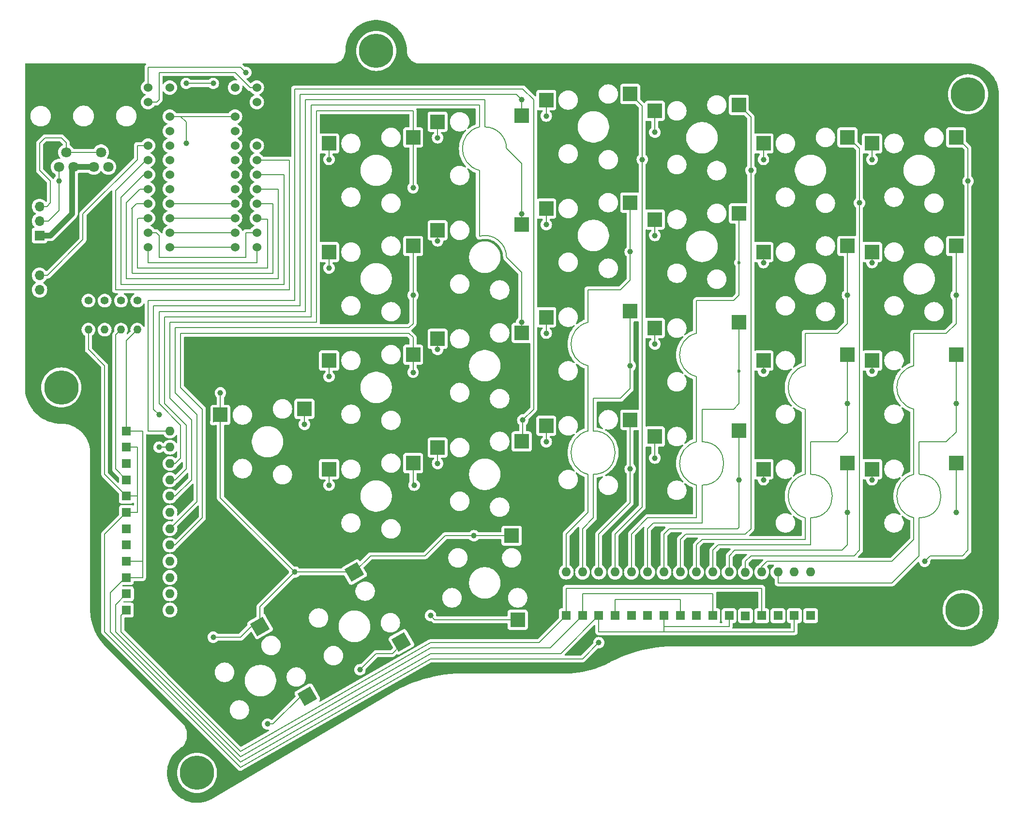
<source format=gtl>
%TF.GenerationSoftware,KiCad,Pcbnew,8.0.1*%
%TF.CreationDate,2024-04-28T15:39:46+00:00*%
%TF.ProjectId,split_kb,73706c69-745f-46b6-922e-6b696361645f,rev?*%
%TF.SameCoordinates,Original*%
%TF.FileFunction,Copper,L1,Top*%
%TF.FilePolarity,Positive*%
%FSLAX46Y46*%
G04 Gerber Fmt 4.6, Leading zero omitted, Abs format (unit mm)*
G04 Created by KiCad (PCBNEW 8.0.1) date 2024-04-28 15:39:46*
%MOMM*%
%LPD*%
G01*
G04 APERTURE LIST*
G04 Aperture macros list*
%AMRoundRect*
0 Rectangle with rounded corners*
0 $1 Rounding radius*
0 $2 $3 $4 $5 $6 $7 $8 $9 X,Y pos of 4 corners*
0 Add a 4 corners polygon primitive as box body*
4,1,4,$2,$3,$4,$5,$6,$7,$8,$9,$2,$3,0*
0 Add four circle primitives for the rounded corners*
1,1,$1+$1,$2,$3*
1,1,$1+$1,$4,$5*
1,1,$1+$1,$6,$7*
1,1,$1+$1,$8,$9*
0 Add four rect primitives between the rounded corners*
20,1,$1+$1,$2,$3,$4,$5,0*
20,1,$1+$1,$4,$5,$6,$7,0*
20,1,$1+$1,$6,$7,$8,$9,0*
20,1,$1+$1,$8,$9,$2,$3,0*%
%AMRotRect*
0 Rectangle, with rotation*
0 The origin of the aperture is its center*
0 $1 length*
0 $2 width*
0 $3 Rotation angle, in degrees counterclockwise*
0 Add horizontal line*
21,1,$1,$2,0,0,$3*%
G04 Aperture macros list end*
%TA.AperFunction,Conductor*%
%ADD10C,0.200000*%
%TD*%
%TA.AperFunction,ComponentPad*%
%ADD11R,1.600000X1.600000*%
%TD*%
%TA.AperFunction,ComponentPad*%
%ADD12O,1.600000X1.600000*%
%TD*%
%TA.AperFunction,SMDPad,CuDef*%
%ADD13R,2.500000X2.550000*%
%TD*%
%TA.AperFunction,ComponentPad*%
%ADD14RoundRect,0.250000X0.650000X0.650000X-0.650000X0.650000X-0.650000X-0.650000X0.650000X-0.650000X0*%
%TD*%
%TA.AperFunction,ComponentPad*%
%ADD15C,1.800000*%
%TD*%
%TA.AperFunction,ComponentPad*%
%ADD16C,0.800000*%
%TD*%
%TA.AperFunction,ComponentPad*%
%ADD17C,6.000000*%
%TD*%
%TA.AperFunction,ComponentPad*%
%ADD18C,1.524000*%
%TD*%
%TA.AperFunction,ComponentPad*%
%ADD19C,1.400000*%
%TD*%
%TA.AperFunction,ComponentPad*%
%ADD20O,1.400000X1.400000*%
%TD*%
%TA.AperFunction,ComponentPad*%
%ADD21R,1.700000X1.700000*%
%TD*%
%TA.AperFunction,ComponentPad*%
%ADD22O,1.700000X1.700000*%
%TD*%
%TA.AperFunction,SMDPad,CuDef*%
%ADD23R,2.550000X2.500000*%
%TD*%
%TA.AperFunction,SMDPad,CuDef*%
%ADD24RotRect,2.500000X2.550000X300.000000*%
%TD*%
%TA.AperFunction,ComponentPad*%
%ADD25RoundRect,0.250000X-0.650000X-0.650000X0.650000X-0.650000X0.650000X0.650000X-0.650000X0.650000X0*%
%TD*%
%TA.AperFunction,ViaPad*%
%ADD26C,1.000000*%
%TD*%
%TA.AperFunction,ViaPad*%
%ADD27C,0.600000*%
%TD*%
%TA.AperFunction,Conductor*%
%ADD28C,1.000000*%
%TD*%
G04 APERTURE END LIST*
D10*
%TO.N,Net-(D1-K)*%
X104500000Y-161500000D02*
X137750000Y-142500000D01*
%TO.N,Net-(D11-A)*%
X184300000Y-93100000D02*
G75*
G02*
X184300000Y-85500000I950000J3800000D01*
G01*
%TO.N,Net-(D10-A)*%
X203300000Y-117800000D02*
G75*
G02*
X203300000Y-110200000I950000J3800000D01*
G01*
%TO.N,Net-(D19-A)*%
X166250000Y-102600000D02*
G75*
G02*
X166250000Y-110200000I0J-3800000D01*
G01*
%TO.N,Net-(D9-A)*%
X222300000Y-117800000D02*
G75*
G02*
X222300000Y-110200000I950000J3800000D01*
G01*
%TO.N,Net-(D12-A)*%
X165300000Y-91200000D02*
G75*
G02*
X165300000Y-83600000I950000J3800000D01*
G01*
%TO.N,Net-(D13-A)*%
X147250000Y-49400000D02*
G75*
G02*
X151050000Y-53200000I0J-3800000D01*
G01*
%TO.N,Net-(D17-A)*%
X204250000Y-110200000D02*
G75*
G02*
X204250000Y-117800000I0J-3800000D01*
G01*
%TO.N,Net-(D18-A)*%
X185250000Y-104500000D02*
G75*
G02*
X185250000Y-112100000I0J-3800000D01*
G01*
%TO.N,Net-(D20-A)*%
X146300000Y-57000000D02*
G75*
G02*
X146300000Y-49400000I950000J3800000D01*
G01*
X146328365Y-68513458D02*
G75*
G02*
X151050000Y-72200000I921635J-3686542D01*
G01*
%TO.N,Net-(D10-A)*%
X203300000Y-98800000D02*
G75*
G02*
X203300000Y-91200000I950000J3800000D01*
G01*
%TO.N,Net-(D16-A)*%
X223250000Y-110200000D02*
G75*
G02*
X223250000Y-117800000I0J-3800000D01*
G01*
%TO.N,Net-(D11-A)*%
X184300000Y-112100000D02*
G75*
G02*
X184300000Y-104500000I950000J3800000D01*
G01*
%TO.N,Net-(D9-A)*%
X222300000Y-98800000D02*
G75*
G02*
X222300000Y-91200000I950000J3800000D01*
G01*
%TO.N,Net-(D10-K)*%
X137750000Y-139650000D02*
X104500000Y-158650000D01*
%TO.N,Net-(D12-A)*%
X165300000Y-110200000D02*
G75*
G02*
X165300000Y-102600000I950000J3800000D01*
G01*
%TO.N,Net-(D22-K)*%
X137750000Y-141550000D02*
X104500000Y-160550000D01*
%TO.N,Net-(D15-K)*%
X104500000Y-159600000D02*
X137750000Y-140600000D01*
%TD*%
D11*
%TO.P,D26,1,K*%
%TO.N,Net-(D22-K)*%
X167200000Y-134920000D03*
D12*
%TO.P,D26,2,A*%
%TO.N,Net-(D26-A)*%
X167200000Y-127300000D03*
%TD*%
D11*
%TO.P,D28,1,K*%
%TO.N,Net-(D22-K)*%
X84540000Y-125400000D03*
D12*
%TO.P,D28,2,A*%
%TO.N,Net-(D28-A)*%
X92160000Y-125400000D03*
%TD*%
D13*
%TO.P,SW_back_24,1,1*%
%TO.N,COL_2*%
X196000000Y-109300000D03*
%TO.P,SW_back_24,2,2*%
%TO.N,Net-(D24-A)*%
X210700000Y-108250000D03*
%TD*%
%TO.P,SW_back_4,1,1*%
%TO.N,COL_3*%
X177000000Y-46600000D03*
%TO.P,SW_back_4,2,2*%
%TO.N,Net-(D4-A)*%
X191700000Y-45550000D03*
%TD*%
%TO.P,SW_back_10,1,1*%
%TO.N,COL_2*%
X196000000Y-71300000D03*
%TO.P,SW_back_10,2,2*%
%TO.N,Net-(D10-A)*%
X210700000Y-70250000D03*
%TD*%
%TO.P,SW_back_26,1,1*%
%TO.N,COL_4*%
X158000000Y-101700000D03*
%TO.P,SW_back_26,2,2*%
%TO.N,Net-(D26-A)*%
X172700000Y-100650000D03*
%TD*%
%TO.P,SW_back_13,1,1*%
%TO.N,COL_5*%
X139000000Y-67500000D03*
%TO.P,SW_back_13,2,2*%
%TO.N,Net-(D13-A)*%
X153700000Y-66450000D03*
%TD*%
D11*
%TO.P,D27,1,K*%
%TO.N,Net-(D22-K)*%
X84550000Y-102600000D03*
D12*
%TO.P,D27,2,A*%
%TO.N,Net-(D27-A)*%
X92170000Y-102600000D03*
%TD*%
D14*
%TO.P,J3,1*%
%TO.N,GND*%
X82640000Y-53850000D03*
D15*
%TO.P,J3,2*%
%TO.N,UART_TX*%
X81370000Y-56390000D03*
%TO.P,J3,3*%
%TO.N,UART_RX*%
X80100000Y-53850000D03*
%TO.P,J3,4*%
%TO.N,VCC*%
X78830000Y-56390000D03*
%TD*%
D16*
%TO.P,H1,1*%
%TO.N,N/C*%
X126000000Y-36100000D03*
X126659010Y-34509010D03*
X126659010Y-37690990D03*
X128250000Y-33850000D03*
D17*
X128250000Y-36100000D03*
D16*
X128250000Y-38350000D03*
X129840990Y-34509010D03*
X129840990Y-37690990D03*
X130500000Y-36100000D03*
%TD*%
D13*
%TO.P,SW_back_16,1,1*%
%TO.N,COL_1*%
X215000000Y-90300000D03*
%TO.P,SW_back_16,2,2*%
%TO.N,Net-(D16-A)*%
X229700000Y-89250000D03*
%TD*%
D11*
%TO.P,D6,1,K*%
%TO.N,Net-(D1-K)*%
X84550000Y-105450000D03*
D12*
%TO.P,D6,2,A*%
%TO.N,Net-(D6-A)*%
X92170000Y-105450000D03*
%TD*%
D13*
%TO.P,SW_back_3,1,1*%
%TO.N,COL_2*%
X196000000Y-52300000D03*
%TO.P,SW_back_3,2,2*%
%TO.N,Net-(D3-A)*%
X210700000Y-51250000D03*
%TD*%
D11*
%TO.P,D7,1,K*%
%TO.N,Net-(D1-K)*%
X84540000Y-114000000D03*
D12*
%TO.P,D7,2,A*%
%TO.N,Net-(D7-A)*%
X92160000Y-114000000D03*
%TD*%
D11*
%TO.P,D4,1,K*%
%TO.N,Net-(D1-K)*%
X181450000Y-134930000D03*
D12*
%TO.P,D4,2,A*%
%TO.N,Net-(D4-A)*%
X181450000Y-127310000D03*
%TD*%
D13*
%TO.P,SW_back_14,1,1*%
%TO.N,COL_6*%
X120000000Y-71300000D03*
%TO.P,SW_back_14,2,2*%
%TO.N,Net-(D14-A)*%
X134700000Y-70250000D03*
%TD*%
D11*
%TO.P,D21,1,K*%
%TO.N,Net-(D15-K)*%
X84540000Y-122550000D03*
D12*
%TO.P,D21,2,A*%
%TO.N,Net-(D21-A)*%
X92160000Y-122550000D03*
%TD*%
D11*
%TO.P,D9,1,K*%
%TO.N,Net-(D10-K)*%
X195700000Y-134920000D03*
D12*
%TO.P,D9,2,A*%
%TO.N,Net-(D9-A)*%
X195700000Y-127300000D03*
%TD*%
D13*
%TO.P,SW_back_19,1,1*%
%TO.N,COL_4*%
X158000000Y-82700000D03*
%TO.P,SW_back_19,2,2*%
%TO.N,Net-(D19-A)*%
X172700000Y-81650000D03*
%TD*%
D11*
%TO.P,D8,1,K*%
%TO.N,Net-(D10-K)*%
X84540000Y-133950000D03*
D12*
%TO.P,D8,2,A*%
%TO.N,Net-(D8-A)*%
X92160000Y-133950000D03*
%TD*%
D13*
%TO.P,SW_back_21,1,1*%
%TO.N,COL_6*%
X120000000Y-90300000D03*
%TO.P,SW_back_21,2,2*%
%TO.N,Net-(D21-A)*%
X134700000Y-89250000D03*
%TD*%
D16*
%TO.P,H3,1*%
%TO.N,N/C*%
X229550000Y-43700000D03*
X230209010Y-42109010D03*
X230209010Y-45290990D03*
X231800000Y-41450000D03*
D17*
X231800000Y-43700000D03*
D16*
X231800000Y-45950000D03*
X233390990Y-42109010D03*
X233390990Y-45290990D03*
X234050000Y-43700000D03*
%TD*%
D11*
%TO.P,D20,1,K*%
%TO.N,Net-(D15-K)*%
X84540000Y-111150000D03*
D12*
%TO.P,D20,2,A*%
%TO.N,Net-(D20-A)*%
X92160000Y-111150000D03*
%TD*%
D13*
%TO.P,SW_back_9,1,1*%
%TO.N,COL_1*%
X215000000Y-71300000D03*
%TO.P,SW_back_9,2,2*%
%TO.N,Net-(D9-A)*%
X229700000Y-70250000D03*
%TD*%
%TO.P,SW_back_1,1,1*%
%TO.N,COL_0*%
X101000000Y-99800000D03*
%TO.P,SW_back_1,2,2*%
%TO.N,Net-(D1-A)*%
X115700000Y-98750000D03*
%TD*%
D11*
%TO.P,D17,1,K*%
%TO.N,Net-(D15-K)*%
X187150000Y-134930000D03*
D12*
%TO.P,D17,2,A*%
%TO.N,Net-(D17-A)*%
X187150000Y-127310000D03*
%TD*%
D18*
%TO.P,U_front1,1,TX0/D3*%
%TO.N,UART_TX*%
X107361400Y-42522000D03*
%TO.P,U_front1,2,RX1/D2*%
%TO.N,UART_RX*%
X107361400Y-45062000D03*
%TO.P,U_front1,3,GND*%
%TO.N,GND*%
X107361400Y-47602000D03*
%TO.P,U_front1,4,GND*%
X107361400Y-50142000D03*
%TO.P,U_front1,5,2/D1/SDA*%
%TO.N,EN_JUMP*%
X107361400Y-52682000D03*
%TO.P,U_front1,6,3/D0/SCL*%
%TO.N,COL_1*%
X107361400Y-55222000D03*
%TO.P,U_front1,7,4/D4*%
%TO.N,COL_2*%
X107361400Y-57762000D03*
%TO.P,U_front1,8,5/C6*%
%TO.N,COL_3*%
X107361400Y-60302000D03*
%TO.P,U_front1,9,6/D7*%
%TO.N,COL_4*%
X107361400Y-62842000D03*
%TO.P,U_front1,10,7/E6*%
%TO.N,COL_5*%
X107361400Y-65382000D03*
%TO.P,U_front1,11,8/B4*%
%TO.N,COL_6*%
X107361400Y-67922000D03*
%TO.P,U_front1,12,9/B5*%
%TO.N,COL_0*%
X107361400Y-70462000D03*
%TO.P,U_front1,13,B6/10*%
%TO.N,ROW_3*%
X92141400Y-70462000D03*
%TO.P,U_front1,14,B2/16*%
%TO.N,ROW_2*%
X92141400Y-67922000D03*
%TO.P,U_front1,15,B3/14*%
%TO.N,ROW_1*%
X92141400Y-65382000D03*
%TO.P,U_front1,16,B1/15*%
%TO.N,ROW_0*%
X92141400Y-62842000D03*
%TO.P,U_front1,17,F7/A0*%
%TO.N,unconnected-(U_front1-F7{slash}A0-Pad17)*%
X92141400Y-60302000D03*
%TO.P,U_front1,18,F6/A1*%
%TO.N,unconnected-(U_front1-F6{slash}A1-Pad18)*%
X92141400Y-57762000D03*
%TO.P,U_front1,19,F5/A2*%
%TO.N,unconnected-(U_front1-F5{slash}A2-Pad19)*%
X92141400Y-55222000D03*
%TO.P,U_front1,20,F4/A3*%
%TO.N,unconnected-(U_front1-F4{slash}A3-Pad20)*%
X92141400Y-52682000D03*
%TO.P,U_front1,21,VCC*%
%TO.N,VCC*%
X92141400Y-50142000D03*
%TO.P,U_front1,22,RST*%
%TO.N,RST*%
X92141400Y-47602000D03*
%TO.P,U_front1,23,GND*%
%TO.N,GND*%
X92141400Y-45062000D03*
%TO.P,U_front1,24,RAW*%
%TO.N,unconnected-(U_front1-RAW-Pad24)*%
X92141400Y-42522000D03*
%TD*%
D11*
%TO.P,D25,1,K*%
%TO.N,Net-(D22-K)*%
X178600000Y-134920000D03*
D12*
%TO.P,D25,2,A*%
%TO.N,Net-(D25-A)*%
X178600000Y-127300000D03*
%TD*%
D11*
%TO.P,D15,1,K*%
%TO.N,Net-(D15-K)*%
X84550000Y-131100000D03*
D12*
%TO.P,D15,2,A*%
%TO.N,Net-(D15-A)*%
X92170000Y-131100000D03*
%TD*%
D19*
%TO.P,R0,1*%
%TO.N,ROW_0*%
X77900000Y-79800000D03*
D20*
%TO.P,R0,2*%
%TO.N,Net-(D1-K)*%
X77900000Y-84880000D03*
%TD*%
D11*
%TO.P,D24,1,K*%
%TO.N,Net-(D22-K)*%
X190000000Y-134930000D03*
D12*
%TO.P,D24,2,A*%
%TO.N,Net-(D24-A)*%
X190000000Y-127310000D03*
%TD*%
D13*
%TO.P,SW_back_6,1,1*%
%TO.N,COL_5*%
X139000000Y-48500000D03*
%TO.P,SW_back_6,2,2*%
%TO.N,Net-(D6-A)*%
X153700000Y-47450000D03*
%TD*%
D19*
%TO.P,R2,1*%
%TO.N,ROW_2*%
X83600000Y-79800000D03*
D20*
%TO.P,R2,2*%
%TO.N,Net-(D15-K)*%
X83600000Y-84880000D03*
%TD*%
D13*
%TO.P,SW_back_17,1,1*%
%TO.N,COL_2*%
X196000000Y-90300000D03*
%TO.P,SW_back_17,2,2*%
%TO.N,Net-(D17-A)*%
X210700000Y-89250000D03*
%TD*%
D19*
%TO.P,R1,1*%
%TO.N,ROW_1*%
X80750000Y-79800000D03*
D20*
%TO.P,R1,2*%
%TO.N,Net-(D10-K)*%
X80750000Y-84880000D03*
%TD*%
D11*
%TO.P,D18,1,K*%
%TO.N,Net-(D15-K)*%
X175750000Y-134930000D03*
D12*
%TO.P,D18,2,A*%
%TO.N,Net-(D18-A)*%
X175750000Y-127310000D03*
%TD*%
D13*
%TO.P,SW_back_5,1,1*%
%TO.N,COL_4*%
X158000000Y-44700000D03*
%TO.P,SW_back_5,2,2*%
%TO.N,Net-(D5-A)*%
X172700000Y-43650000D03*
%TD*%
%TO.P,SW_back_23,1,1*%
%TO.N,COL_1*%
X215000000Y-109300000D03*
%TO.P,SW_back_23,2,2*%
%TO.N,Net-(D23-A)*%
X229700000Y-108250000D03*
%TD*%
D11*
%TO.P,D16,1,K*%
%TO.N,Net-(D15-K)*%
X198550000Y-134930000D03*
D12*
%TO.P,D16,2,A*%
%TO.N,Net-(D16-A)*%
X198550000Y-127310000D03*
%TD*%
D21*
%TO.P,J2,1,Pin_1*%
%TO.N,VCC*%
X69350000Y-68400000D03*
D22*
%TO.P,J2,2,Pin_2*%
%TO.N,UART_TX*%
X69350000Y-65860000D03*
%TO.P,J2,3,Pin_3*%
%TO.N,UART_RX*%
X69350000Y-63320000D03*
%TO.P,J2,4,Pin_4*%
%TO.N,GND*%
X69350000Y-60780000D03*
%TD*%
D16*
%TO.P,H4,1*%
%TO.N,N/C*%
X228600000Y-133950000D03*
X229259010Y-132359010D03*
X229259010Y-135540990D03*
X230850000Y-131700000D03*
D17*
X230850000Y-133950000D03*
D16*
X230850000Y-136200000D03*
X232440990Y-132359010D03*
X232440990Y-135540990D03*
X233100000Y-133950000D03*
%TD*%
%TO.P,H5,1*%
%TO.N,N/C*%
X70900000Y-95000000D03*
X71559010Y-93409010D03*
X71559010Y-96590990D03*
X73150000Y-92750000D03*
D17*
X73150000Y-95000000D03*
D16*
X73150000Y-97250000D03*
X74740990Y-93409010D03*
X74740990Y-96590990D03*
X75400000Y-95000000D03*
%TD*%
D11*
%TO.P,D14,1,K*%
%TO.N,Net-(D10-K)*%
X84540000Y-119700000D03*
D12*
%TO.P,D14,2,A*%
%TO.N,Net-(D14-A)*%
X92160000Y-119700000D03*
%TD*%
D11*
%TO.P,D2,1,K*%
%TO.N,Net-(D1-K)*%
X204250000Y-134920000D03*
D12*
%TO.P,D2,2,A*%
%TO.N,Net-(D2-A)*%
X204250000Y-127300000D03*
%TD*%
D23*
%TO.P,SW_back_22,1,1*%
%TO.N,COL_0*%
X151950000Y-120950000D03*
%TO.P,SW_back_22,2,2*%
%TO.N,Net-(D22-A)*%
X153000000Y-135650000D03*
%TD*%
D13*
%TO.P,SW_back_12,1,1*%
%TO.N,COL_4*%
X158000000Y-63700000D03*
%TO.P,SW_back_12,2,2*%
%TO.N,Net-(D12-A)*%
X172700000Y-62650000D03*
%TD*%
D11*
%TO.P,D13,1,K*%
%TO.N,Net-(D10-K)*%
X84570000Y-108300000D03*
D12*
%TO.P,D13,2,A*%
%TO.N,Net-(D13-A)*%
X92190000Y-108300000D03*
%TD*%
D13*
%TO.P,SW_back_18,1,1*%
%TO.N,COL_3*%
X177000000Y-84600000D03*
%TO.P,SW_back_18,2,2*%
%TO.N,Net-(D18-A)*%
X191700000Y-83550000D03*
%TD*%
D11*
%TO.P,D22,1,K*%
%TO.N,Net-(D22-K)*%
X84540000Y-128250000D03*
D12*
%TO.P,D22,2,A*%
%TO.N,Net-(D22-A)*%
X92160000Y-128250000D03*
%TD*%
D11*
%TO.P,D5,1,K*%
%TO.N,Net-(D1-K)*%
X170050000Y-134930000D03*
D12*
%TO.P,D5,2,A*%
%TO.N,Net-(D5-A)*%
X170050000Y-127310000D03*
%TD*%
D19*
%TO.P,R3,1*%
%TO.N,ROW_3*%
X86450000Y-79800000D03*
D20*
%TO.P,R3,2*%
%TO.N,Net-(D22-K)*%
X86450000Y-84880000D03*
%TD*%
D24*
%TO.P,SW_back_15,1,1*%
%TO.N,COL_0*%
X124395319Y-127305290D03*
%TO.P,SW_back_15,2,2*%
%TO.N,Net-(D15-A)*%
X132654646Y-139510864D03*
%TD*%
D16*
%TO.P,H2,1*%
%TO.N,N/C*%
X94650000Y-162450000D03*
X95309010Y-160859010D03*
X95309010Y-164040990D03*
X96900000Y-160200000D03*
D17*
X96900000Y-162450000D03*
D16*
X96900000Y-164700000D03*
X98490990Y-160859010D03*
X98490990Y-164040990D03*
X99150000Y-162450000D03*
%TD*%
D13*
%TO.P,SW_back_25,1,1*%
%TO.N,COL_3*%
X177000000Y-103600000D03*
%TO.P,SW_back_25,2,2*%
%TO.N,Net-(D25-A)*%
X191700000Y-102550000D03*
%TD*%
%TO.P,SW_back_20,1,1*%
%TO.N,COL_5*%
X139000000Y-86500000D03*
%TO.P,SW_back_20,2,2*%
%TO.N,Net-(D20-A)*%
X153700000Y-85450000D03*
%TD*%
D11*
%TO.P,D12,1,K*%
%TO.N,Net-(D10-K)*%
X161500000Y-134920000D03*
D12*
%TO.P,D12,2,A*%
%TO.N,Net-(D12-A)*%
X161500000Y-127300000D03*
%TD*%
D11*
%TO.P,D1,1,K*%
%TO.N,Net-(D1-K)*%
X84550000Y-116850000D03*
D12*
%TO.P,D1,2,A*%
%TO.N,Net-(D1-A)*%
X92170000Y-116850000D03*
%TD*%
D13*
%TO.P,SW_back_2,1,1*%
%TO.N,COL_1*%
X215000000Y-52300000D03*
%TO.P,SW_back_2,2,2*%
%TO.N,Net-(D2-A)*%
X229700000Y-51250000D03*
%TD*%
D11*
%TO.P,D19,1,K*%
%TO.N,Net-(D15-K)*%
X164350000Y-134930000D03*
D12*
%TO.P,D19,2,A*%
%TO.N,Net-(D19-A)*%
X164350000Y-127310000D03*
%TD*%
D13*
%TO.P,SW_back_11,1,1*%
%TO.N,COL_3*%
X177000000Y-65600000D03*
%TO.P,SW_back_11,2,2*%
%TO.N,Net-(D11-A)*%
X191700000Y-64550000D03*
%TD*%
D11*
%TO.P,D10,1,K*%
%TO.N,Net-(D10-K)*%
X184300000Y-134930000D03*
D12*
%TO.P,D10,2,A*%
%TO.N,Net-(D10-A)*%
X184300000Y-127310000D03*
%TD*%
D11*
%TO.P,D23,1,K*%
%TO.N,Net-(D22-K)*%
X201400000Y-134930000D03*
D12*
%TO.P,D23,2,A*%
%TO.N,Net-(D23-A)*%
X201400000Y-127310000D03*
%TD*%
D11*
%TO.P,D11,1,K*%
%TO.N,Net-(D10-K)*%
X172900000Y-134930000D03*
D12*
%TO.P,D11,2,A*%
%TO.N,Net-(D11-A)*%
X172900000Y-127310000D03*
%TD*%
D13*
%TO.P,SW_back_7,1,1*%
%TO.N,COL_6*%
X120000000Y-52300000D03*
%TO.P,SW_back_7,2,2*%
%TO.N,Net-(D7-A)*%
X134700000Y-51250000D03*
%TD*%
%TO.P,SW_back_27,1,1*%
%TO.N,COL_5*%
X139000000Y-105500000D03*
%TO.P,SW_back_27,2,2*%
%TO.N,Net-(D27-A)*%
X153700000Y-104450000D03*
%TD*%
D24*
%TO.P,SW_back_8,1,1*%
%TO.N,COL_0*%
X107940837Y-136805290D03*
%TO.P,SW_back_8,2,2*%
%TO.N,Net-(D8-A)*%
X116200164Y-149010864D03*
%TD*%
D11*
%TO.P,D3,1,K*%
%TO.N,Net-(D1-K)*%
X192850000Y-134940000D03*
D12*
%TO.P,D3,2,A*%
%TO.N,Net-(D3-A)*%
X192850000Y-127320000D03*
%TD*%
D13*
%TO.P,SW_back_28,1,1*%
%TO.N,COL_6*%
X120000000Y-109300000D03*
%TO.P,SW_back_28,2,2*%
%TO.N,Net-(D28-A)*%
X134700000Y-108250000D03*
%TD*%
D21*
%TO.P,J4,1,Pin_1*%
%TO.N,GND*%
X69350000Y-72820000D03*
D22*
%TO.P,J4,2,Pin_2*%
%TO.N,EN_JUMP*%
X69350000Y-75360000D03*
%TO.P,J4,3,Pin_3*%
%TO.N,RST*%
X69350000Y-77900000D03*
%TO.P,J4,4,Pin_4*%
%TO.N,GND*%
X69350000Y-80440000D03*
%TD*%
D18*
%TO.P,U_back1,1,TX0/D3*%
%TO.N,UART_RX*%
X88341400Y-42522000D03*
%TO.P,U_back1,2,RX1/D2*%
%TO.N,UART_TX*%
X88341400Y-45062000D03*
%TO.P,U_back1,3,GND*%
%TO.N,GND*%
X88341400Y-47602000D03*
%TO.P,U_back1,4,GND*%
X88341400Y-50142000D03*
%TO.P,U_back1,5,2/D1/SDA*%
%TO.N,EN_JUMP*%
X88341400Y-52682000D03*
%TO.P,U_back1,6,3/D0/SCL*%
%TO.N,COL_1*%
X88341400Y-55222000D03*
%TO.P,U_back1,7,4/D4*%
%TO.N,COL_2*%
X88341400Y-57762000D03*
%TO.P,U_back1,8,5/C6*%
%TO.N,COL_3*%
X88341400Y-60302000D03*
%TO.P,U_back1,9,6/D7*%
%TO.N,COL_4*%
X88341400Y-62842000D03*
%TO.P,U_back1,10,7/E6*%
%TO.N,COL_5*%
X88341400Y-65382000D03*
%TO.P,U_back1,11,8/B4*%
%TO.N,COL_6*%
X88341400Y-67922000D03*
%TO.P,U_back1,12,9/B5*%
%TO.N,COL_0*%
X88341400Y-70462000D03*
%TO.P,U_back1,13,B6/10*%
%TO.N,ROW_3*%
X103561400Y-70462000D03*
%TO.P,U_back1,14,B2/16*%
%TO.N,ROW_2*%
X103561400Y-67922000D03*
%TO.P,U_back1,15,B3/14*%
%TO.N,ROW_1*%
X103561400Y-65382000D03*
%TO.P,U_back1,16,B1/15*%
%TO.N,ROW_0*%
X103561400Y-62842000D03*
%TO.P,U_back1,17,F7/A0*%
%TO.N,unconnected-(U_back1-F7{slash}A0-Pad17)*%
X103561400Y-60302000D03*
%TO.P,U_back1,18,F6/A1*%
%TO.N,unconnected-(U_back1-F6{slash}A1-Pad18)*%
X103561400Y-57762000D03*
%TO.P,U_back1,19,F5/A2*%
%TO.N,unconnected-(U_back1-F5{slash}A2-Pad19)*%
X103561400Y-55222000D03*
%TO.P,U_back1,20,F4/A3*%
%TO.N,unconnected-(U_back1-F4{slash}A3-Pad20)*%
X103561400Y-52682000D03*
%TO.P,U_back1,21,VCC*%
%TO.N,VCC*%
X103561400Y-50142000D03*
%TO.P,U_back1,22,RST*%
%TO.N,RST*%
X103561400Y-47602000D03*
%TO.P,U_back1,23,GND*%
%TO.N,GND*%
X103561400Y-45062000D03*
%TO.P,U_back1,24,RAW*%
%TO.N,unconnected-(U_back1-RAW-Pad24)*%
X103561400Y-42522000D03*
%TD*%
D25*
%TO.P,J1,1*%
%TO.N,GND*%
X71460000Y-53850000D03*
D15*
%TO.P,J1,2*%
%TO.N,UART_TX*%
X72730000Y-56390000D03*
%TO.P,J1,3*%
%TO.N,UART_RX*%
X74000000Y-53850000D03*
%TO.P,J1,4*%
%TO.N,VCC*%
X75270000Y-56390000D03*
%TD*%
D26*
%TO.N,EN_JUMP*%
X95000000Y-41800000D03*
X99750000Y-41800000D03*
%TO.N,UART_RX*%
X105450000Y-39900000D03*
%TO.N,UART_TX*%
X72730000Y-58900000D03*
%TO.N,RST*%
X95000000Y-52250000D03*
%TO.N,COL_0*%
X101000000Y-95950000D03*
X145350000Y-120950000D03*
X99750000Y-138700000D03*
X114000000Y-127300000D03*
%TO.N,COL_1*%
X215000000Y-55100000D03*
X215000000Y-73150000D03*
X215000000Y-92150000D03*
X215000000Y-111150000D03*
%TO.N,COL_2*%
X196000000Y-92150000D03*
X196000000Y-73150000D03*
X196000000Y-55100000D03*
X196000000Y-111150000D03*
%TO.N,COL_3*%
X177000000Y-68400000D03*
X177000000Y-87400000D03*
X177000000Y-107350000D03*
X177000000Y-50350000D03*
%TO.N,COL_4*%
X158000000Y-104500000D03*
X158000000Y-47500000D03*
X158000000Y-66500000D03*
X158000000Y-85500000D03*
%TO.N,COL_5*%
X139000000Y-51300000D03*
X139000000Y-108300000D03*
X139000000Y-69350000D03*
X139000000Y-88350000D03*
%TO.N,COL_6*%
X120000000Y-93100000D03*
X120000000Y-74100000D03*
X120000000Y-112100000D03*
X120000000Y-55100000D03*
%TO.N,Net-(D1-A)*%
X115700000Y-101450000D03*
%TO.N,Net-(D2-A)*%
X224200000Y-125400000D03*
X231800000Y-58900000D03*
%TO.N,Net-(D3-A)*%
X212800000Y-62700000D03*
%TO.N,Net-(D4-A)*%
X193800000Y-57000000D03*
%TO.N,Net-(D5-A)*%
X174800000Y-55100000D03*
%TO.N,Net-(D6-A)*%
X90250000Y-99750000D03*
X153700000Y-44650000D03*
X90250000Y-105450000D03*
%TO.N,Net-(D7-A)*%
X134700000Y-60050000D03*
%TO.N,Net-(D8-A)*%
X109250000Y-153900000D03*
%TO.N,Net-(D9-A)*%
X229700000Y-78850000D03*
%TO.N,Net-(D10-A)*%
X210700000Y-78850000D03*
D27*
%TO.N,Net-(D11-A)*%
X191700000Y-73150000D03*
D26*
%TO.N,Net-(D12-A)*%
X172700000Y-71250000D03*
%TO.N,Net-(D13-A)*%
X153700000Y-64600000D03*
%TO.N,Net-(D14-A)*%
X134700000Y-78850000D03*
%TO.N,Net-(D15-A)*%
X125400000Y-144400000D03*
%TO.N,Net-(D16-A)*%
X229700000Y-97850000D03*
%TO.N,Net-(D17-A)*%
X210700000Y-97850000D03*
D27*
%TO.N,Net-(D18-A)*%
X191700000Y-92150000D03*
D26*
%TO.N,Net-(D19-A)*%
X172700000Y-91200000D03*
%TO.N,Net-(D20-A)*%
X153700000Y-83600000D03*
%TO.N,Net-(D21-A)*%
X134700000Y-92350000D03*
%TO.N,Net-(D22-A)*%
X137750000Y-134900000D03*
%TO.N,Net-(D23-A)*%
X229700000Y-116850000D03*
%TO.N,Net-(D24-A)*%
X210700000Y-116850000D03*
%TO.N,Net-(D25-A)*%
X191700000Y-111150000D03*
%TO.N,Net-(D26-A)*%
X172700000Y-109250000D03*
%TO.N,Net-(D27-A)*%
X153900000Y-100700000D03*
%TO.N,Net-(D28-A)*%
X134900000Y-112100000D03*
%TO.N,Net-(D1-K)*%
X167200000Y-139650000D03*
%TD*%
D10*
%TO.N,ROW_0*%
X92141400Y-62842000D02*
X103561400Y-62842000D01*
%TO.N,ROW_1*%
X92141400Y-65382000D02*
X103561400Y-65382000D01*
%TO.N,ROW_2*%
X92141400Y-67922000D02*
X103561400Y-67922000D01*
%TO.N,ROW_3*%
X103561400Y-70462000D02*
X92141400Y-70462000D01*
D28*
%TO.N,VCC*%
X75050000Y-56610000D02*
X75270000Y-56390000D01*
X75050000Y-64600000D02*
X75050000Y-56610000D01*
X71250000Y-68400000D02*
X75050000Y-64600000D01*
X69350000Y-68400000D02*
X71250000Y-68400000D01*
X75270000Y-56390000D02*
X78830000Y-56390000D01*
D10*
%TO.N,EN_JUMP*%
X86450000Y-52682000D02*
X88341400Y-52682000D01*
X86450000Y-55100000D02*
X86450000Y-52682000D01*
X76950000Y-64600000D02*
X86450000Y-55100000D01*
X70737056Y-75360000D02*
X76950000Y-69147056D01*
X76950000Y-69147056D02*
X76950000Y-64600000D01*
X69350000Y-75360000D02*
X70737056Y-75360000D01*
X95000000Y-41800000D02*
X99750000Y-41800000D01*
D28*
%TO.N,GND*%
X82640000Y-53850000D02*
X86348000Y-50142000D01*
X86348000Y-50142000D02*
X88341400Y-50142000D01*
X92141400Y-45062000D02*
X103561400Y-45062000D01*
X88341400Y-50142000D02*
X88341400Y-47602000D01*
X107361400Y-50142000D02*
X107361400Y-47602000D01*
D10*
%TO.N,UART_RX*%
X74000000Y-53850000D02*
X74000000Y-52150000D01*
X69350000Y-52250000D02*
X69350000Y-57000000D01*
X104500000Y-38950000D02*
X88350000Y-38950000D01*
X80100000Y-53850000D02*
X74000000Y-53850000D01*
X71250000Y-58900000D02*
X71250000Y-62700000D01*
X69350000Y-57000000D02*
X71250000Y-58900000D01*
X88341400Y-38958600D02*
X88341400Y-42522000D01*
X70300000Y-51300000D02*
X69350000Y-52250000D01*
X88350000Y-38950000D02*
X88341400Y-38958600D01*
X70630000Y-63320000D02*
X69350000Y-63320000D01*
X73150000Y-51300000D02*
X70300000Y-51300000D01*
X71250000Y-62700000D02*
X70630000Y-63320000D01*
X105450000Y-39900000D02*
X104500000Y-38950000D01*
X74000000Y-52150000D02*
X73150000Y-51300000D01*
%TO.N,UART_TX*%
X90250000Y-44650000D02*
X90250000Y-39900000D01*
X88341400Y-45062000D02*
X89838000Y-45062000D01*
X89838000Y-45062000D02*
X90250000Y-44650000D01*
X70940000Y-65860000D02*
X72730000Y-64070000D01*
X72730000Y-58900000D02*
X72730000Y-56390000D01*
X106172000Y-42522000D02*
X107361400Y-42522000D01*
X72730000Y-64070000D02*
X72730000Y-56390000D01*
X69350000Y-65860000D02*
X70940000Y-65860000D01*
X103550000Y-39900000D02*
X106172000Y-42522000D01*
X90250000Y-39900000D02*
X103550000Y-39900000D01*
%TO.N,RST*%
X95000000Y-52250000D02*
X95000000Y-48552000D01*
X95000000Y-48552000D02*
X94050000Y-47602000D01*
X92141400Y-47602000D02*
X94050000Y-47602000D01*
X94050000Y-47602000D02*
X103561400Y-47602000D01*
%TO.N,COL_0*%
X145350000Y-120950000D02*
X151950000Y-120950000D01*
X140300000Y-120950000D02*
X145350000Y-120950000D01*
X101000000Y-114300000D02*
X114000000Y-127300000D01*
X114000000Y-127300000D02*
X114000000Y-127305290D01*
X88350000Y-73150000D02*
X107350000Y-73150000D01*
X99750000Y-101050000D02*
X101000000Y-99800000D01*
X127250609Y-124450000D02*
X136800000Y-124450000D01*
X106455489Y-136805290D02*
X107940837Y-136805290D01*
X104500000Y-138700000D02*
X106394710Y-136805290D01*
X107940837Y-133364453D02*
X114000000Y-127305290D01*
X101000000Y-99800000D02*
X101000000Y-95950000D01*
X107361400Y-73138600D02*
X107361400Y-70462000D01*
X136800000Y-124450000D02*
X140300000Y-120950000D01*
X114000000Y-127305290D02*
X124395319Y-127305290D01*
X88341400Y-70462000D02*
X88350000Y-70470600D01*
X106394710Y-136805290D02*
X107940837Y-136805290D01*
X124395319Y-127305290D02*
X127250609Y-124450000D01*
X107350000Y-73150000D02*
X107361400Y-73138600D01*
X88350000Y-70470600D02*
X88350000Y-73150000D01*
X107940837Y-136805290D02*
X107940837Y-133364453D01*
X101000000Y-99800000D02*
X101000000Y-114300000D01*
X99750000Y-138700000D02*
X104500000Y-138700000D01*
%TO.N,COL_1*%
X88341400Y-55222000D02*
X88011400Y-55222000D01*
X82661400Y-60572000D02*
X82661400Y-77888600D01*
X215000000Y-52300000D02*
X215000000Y-55100000D01*
X113050000Y-55222000D02*
X107361400Y-55222000D01*
X215000000Y-109300000D02*
X215000000Y-111150000D01*
X113050000Y-77900000D02*
X113050000Y-55222000D01*
X88011400Y-55222000D02*
X82661400Y-60572000D01*
X82650000Y-77900000D02*
X113050000Y-77900000D01*
X215000000Y-90300000D02*
X215000000Y-92150000D01*
X82661400Y-77888600D02*
X82650000Y-77900000D01*
X215000000Y-71300000D02*
X215000000Y-73150000D01*
%TO.N,COL_2*%
X83611400Y-61738600D02*
X83611400Y-76938600D01*
X196000000Y-109300000D02*
X196000000Y-111150000D01*
X112100000Y-57762000D02*
X107361400Y-57762000D01*
X83600000Y-76950000D02*
X112100000Y-76950000D01*
X196000000Y-90300000D02*
X196000000Y-92150000D01*
X196000000Y-71300000D02*
X196000000Y-73150000D01*
X88341400Y-57762000D02*
X87588000Y-57762000D01*
X196000000Y-52300000D02*
X196000000Y-55100000D01*
X83611400Y-76938600D02*
X83600000Y-76950000D01*
X87588000Y-57762000D02*
X83611400Y-61738600D01*
X112100000Y-76950000D02*
X112100000Y-57762000D01*
%TO.N,COL_3*%
X111150000Y-60302000D02*
X111150000Y-76000000D01*
X177000000Y-84600000D02*
X177000000Y-87400000D01*
X177000000Y-65600000D02*
X177000000Y-68400000D01*
X86920925Y-60302000D02*
X88341400Y-60302000D01*
X177000000Y-46600000D02*
X177000000Y-50350000D01*
X84561400Y-73872000D02*
X84561400Y-62661525D01*
X111150000Y-76000000D02*
X84550000Y-76000000D01*
X84561400Y-62661525D02*
X86920925Y-60302000D01*
X84550000Y-76000000D02*
X84550000Y-73883400D01*
X84550000Y-73883400D02*
X84561400Y-73872000D01*
X107361400Y-60302000D02*
X111150000Y-60302000D01*
X177000000Y-103600000D02*
X177000000Y-107350000D01*
%TO.N,COL_4*%
X110200000Y-75050000D02*
X110200000Y-62842000D01*
X158000000Y-63700000D02*
X158000000Y-66500000D01*
X158000000Y-82700000D02*
X158000000Y-85500000D01*
X110200000Y-62842000D02*
X107361400Y-62842000D01*
X85511400Y-63661400D02*
X85511400Y-74941700D01*
X85511400Y-74941700D02*
X85619700Y-75050000D01*
X158000000Y-44700000D02*
X158000000Y-47500000D01*
X85500000Y-63650000D02*
X85511400Y-63661400D01*
X158000000Y-101700000D02*
X158000000Y-104500000D01*
X86308000Y-62842000D02*
X85500000Y-63650000D01*
X88341400Y-62842000D02*
X86308000Y-62842000D01*
X85619700Y-75050000D02*
X110200000Y-75050000D01*
%TO.N,COL_5*%
X86618000Y-65382000D02*
X86461400Y-65538600D01*
X139000000Y-105500000D02*
X139000000Y-108300000D01*
X86461400Y-74100000D02*
X109250000Y-74100000D01*
X107529400Y-65550000D02*
X107361400Y-65382000D01*
X109250000Y-65550000D02*
X107529400Y-65550000D01*
X139000000Y-48500000D02*
X139000000Y-51300000D01*
X109250000Y-74100000D02*
X109250000Y-65550000D01*
X139000000Y-86500000D02*
X139000000Y-88350000D01*
X139000000Y-67500000D02*
X139000000Y-69350000D01*
X88341400Y-65382000D02*
X86618000Y-65382000D01*
X86461400Y-65538600D02*
X86461400Y-74100000D01*
%TO.N,COL_6*%
X105450000Y-72200000D02*
X105450000Y-67922000D01*
X120000000Y-71300000D02*
X120000000Y-74100000D01*
X120000000Y-52300000D02*
X120000000Y-55100000D01*
X105450000Y-67922000D02*
X107361400Y-67922000D01*
X90261400Y-68411400D02*
X90261400Y-72200000D01*
X90261400Y-72200000D02*
X105450000Y-72200000D01*
X88341400Y-67922000D02*
X89772000Y-67922000D01*
X89772000Y-67922000D02*
X90261400Y-68411400D01*
X120000000Y-90300000D02*
X120000000Y-93100000D01*
X120000000Y-109300000D02*
X120000000Y-112100000D01*
%TO.N,Net-(D1-A)*%
X115700000Y-101450000D02*
X115700000Y-98750000D01*
%TO.N,Net-(D2-A)*%
X225150000Y-124450000D02*
X224200000Y-125400000D01*
X231800000Y-58900000D02*
X231800000Y-123500000D01*
X229850000Y-51250000D02*
X229700000Y-51250000D01*
X230850000Y-124450000D02*
X225150000Y-124450000D01*
X231800000Y-53200000D02*
X229850000Y-51250000D01*
X231800000Y-123500000D02*
X230850000Y-124450000D01*
X231800000Y-58900000D02*
X231800000Y-53200000D01*
%TO.N,Net-(D3-A)*%
X210850000Y-51250000D02*
X212800000Y-53200000D01*
X210700000Y-51250000D02*
X210850000Y-51250000D01*
X212800000Y-123500000D02*
X211850000Y-124450000D01*
X192850000Y-125400000D02*
X193800000Y-124450000D01*
X193800000Y-124450000D02*
X211850000Y-124450000D01*
X212800000Y-62700000D02*
X212800000Y-123500000D01*
X192850000Y-127320000D02*
X192850000Y-125400000D01*
X212800000Y-53200000D02*
X212800000Y-62700000D01*
%TO.N,Net-(D4-A)*%
X181450000Y-121600000D02*
X181450000Y-127310000D01*
X192850000Y-120650000D02*
X182400000Y-120650000D01*
X193800000Y-47650000D02*
X191700000Y-45550000D01*
X182400000Y-120650000D02*
X181450000Y-121600000D01*
X193800000Y-57000000D02*
X193800000Y-119700000D01*
X193800000Y-57000000D02*
X193800000Y-47650000D01*
X193800000Y-119700000D02*
X192850000Y-120650000D01*
%TO.N,Net-(D5-A)*%
X174800000Y-115900000D02*
X174800000Y-55100000D01*
X170050000Y-120650000D02*
X174800000Y-115900000D01*
X172700000Y-43650000D02*
X174800000Y-45750000D01*
X174800000Y-45750000D02*
X174800000Y-55100000D01*
X170050000Y-127310000D02*
X170050000Y-120650000D01*
%TO.N,Net-(D6-A)*%
X153700000Y-44650000D02*
X152750000Y-43700000D01*
X114950000Y-80750000D02*
X89300000Y-80750000D01*
X92170000Y-105450000D02*
X90250000Y-105450000D01*
X153700000Y-47450000D02*
X153700000Y-44650000D01*
X89300000Y-80750000D02*
X89300000Y-98800000D01*
X89300000Y-98800000D02*
X90250000Y-99750000D01*
X152750000Y-43700000D02*
X114950000Y-43700000D01*
X114950000Y-43700000D02*
X114950000Y-80750000D01*
%TO.N,Net-(D7-A)*%
X95950000Y-100700000D02*
X92150000Y-96900000D01*
X93100000Y-114000000D02*
X95950000Y-111150000D01*
X95950000Y-111150000D02*
X95950000Y-100700000D01*
X92150000Y-96900000D02*
X92150000Y-83600000D01*
X117800000Y-46550000D02*
X134700000Y-46550000D01*
X134700000Y-46550000D02*
X134700000Y-51250000D01*
X92160000Y-114000000D02*
X93100000Y-114000000D01*
X117800000Y-83600000D02*
X117800000Y-46550000D01*
X134700000Y-60050000D02*
X134700000Y-51250000D01*
X92150000Y-83600000D02*
X117800000Y-83600000D01*
%TO.N,Net-(D8-A)*%
X115089136Y-149010864D02*
X116200164Y-149010864D01*
X109250000Y-153900000D02*
X110200000Y-153900000D01*
X110200000Y-153900000D02*
X115089136Y-149010864D01*
%TO.N,Net-(D9-A)*%
X222300000Y-85500000D02*
X222300000Y-91200000D01*
X195700000Y-126360000D02*
X196650000Y-125410000D01*
X222300000Y-121600000D02*
X222300000Y-117800000D01*
X229700000Y-83800000D02*
X228000000Y-85500000D01*
X222300000Y-98800000D02*
X222300000Y-110200000D01*
X218490000Y-125410000D02*
X222300000Y-121600000D01*
X196650000Y-125410000D02*
X218490000Y-125410000D01*
X228000000Y-85500000D02*
X222300000Y-85500000D01*
X229700000Y-78850000D02*
X229700000Y-83800000D01*
X229700000Y-70250000D02*
X229700000Y-78850000D01*
X195700000Y-127300000D02*
X195700000Y-126360000D01*
%TO.N,Net-(D10-A)*%
X210700000Y-83800000D02*
X209000000Y-85500000D01*
X203300000Y-117800000D02*
X203300000Y-121600000D01*
X203300000Y-98800000D02*
X203300000Y-110200000D01*
X203300000Y-121600000D02*
X185250000Y-121600000D01*
X185250000Y-121600000D02*
X184300000Y-122550000D01*
X184300000Y-122550000D02*
X184300000Y-127310000D01*
X210700000Y-78850000D02*
X210700000Y-83800000D01*
X209000000Y-85500000D02*
X203300000Y-85500000D01*
X203300000Y-85500000D02*
X203300000Y-91200000D01*
X210700000Y-70250000D02*
X210700000Y-78850000D01*
%TO.N,Net-(D11-A)*%
X175750000Y-117800000D02*
X172900000Y-120650000D01*
X184300000Y-112100000D02*
X184300000Y-117800000D01*
X184300000Y-79800000D02*
X184300000Y-85500000D01*
X191700000Y-73150000D02*
X191700000Y-78850000D01*
X172900000Y-120650000D02*
X172900000Y-127310000D01*
X184300000Y-93100000D02*
X184300000Y-104500000D01*
X190750000Y-79800000D02*
X184300000Y-79800000D01*
X191700000Y-64550000D02*
X191700000Y-73150000D01*
X191700000Y-78850000D02*
X190750000Y-79800000D01*
X184300000Y-117800000D02*
X175750000Y-117800000D01*
%TO.N,Net-(D12-A)*%
X172700000Y-76200000D02*
X171000000Y-77900000D01*
X172700000Y-71250000D02*
X172700000Y-76200000D01*
X165300000Y-77900000D02*
X165300000Y-83600000D01*
X161500000Y-127300000D02*
X161500000Y-120650000D01*
X172700000Y-62650000D02*
X172700000Y-71250000D01*
X165300000Y-110200000D02*
X165300000Y-116850000D01*
X171000000Y-77900000D02*
X165300000Y-77900000D01*
X161500000Y-120650000D02*
X165300000Y-116850000D01*
X165300000Y-91200000D02*
X165300000Y-102600000D01*
%TO.N,Net-(D13-A)*%
X90250000Y-81700000D02*
X115900000Y-81700000D01*
X90250000Y-97850000D02*
X90250000Y-81700000D01*
X92190000Y-108300000D02*
X93100000Y-108300000D01*
X153700000Y-64600000D02*
X153700000Y-55850000D01*
X94050000Y-101650000D02*
X90250000Y-97850000D01*
X153700000Y-66450000D02*
X153700000Y-64600000D01*
X115900000Y-81700000D02*
X115900000Y-44650000D01*
X94050000Y-107350000D02*
X94050000Y-101650000D01*
X93100000Y-108300000D02*
X94050000Y-107350000D01*
X147250000Y-44650000D02*
X147250000Y-49400000D01*
X115900000Y-44650000D02*
X147250000Y-44650000D01*
X153700000Y-55850000D02*
X151050000Y-53200000D01*
%TO.N,Net-(D14-A)*%
X133950000Y-84550000D02*
X134700000Y-83800000D01*
X134700000Y-70250000D02*
X134700000Y-78850000D01*
X96900000Y-114960000D02*
X96900000Y-99750000D01*
X93100000Y-95950000D02*
X93100000Y-84550000D01*
X96900000Y-99750000D02*
X93100000Y-95950000D01*
X92160000Y-119700000D02*
X96900000Y-114960000D01*
X134700000Y-83800000D02*
X134700000Y-78850000D01*
X93100000Y-84550000D02*
X133950000Y-84550000D01*
%TO.N,Net-(D15-A)*%
X132654646Y-139995354D02*
X131100000Y-141550000D01*
X128250000Y-141550000D02*
X125400000Y-144400000D01*
X132654646Y-139510864D02*
X132654646Y-139995354D01*
X131100000Y-141550000D02*
X128250000Y-141550000D01*
%TO.N,Net-(D16-A)*%
X218500000Y-129200000D02*
X223250000Y-124450000D01*
X198550000Y-127310000D02*
X198550000Y-129200000D01*
X229700000Y-102800000D02*
X228000000Y-104500000D01*
X229700000Y-89250000D02*
X229700000Y-97850000D01*
X223250000Y-117800000D02*
X223250000Y-124450000D01*
X223250000Y-104500000D02*
X223250000Y-110083050D01*
X198550000Y-129200000D02*
X218500000Y-129200000D01*
X228000000Y-104500000D02*
X223250000Y-104500000D01*
X229700000Y-97850000D02*
X229700000Y-102800000D01*
%TO.N,Net-(D17-A)*%
X188100000Y-122550000D02*
X204250000Y-122550000D01*
X210700000Y-97850000D02*
X210700000Y-102800000D01*
X187150000Y-123500000D02*
X188100000Y-122550000D01*
X210700000Y-102800000D02*
X209000000Y-104500000D01*
X209000000Y-104500000D02*
X204250000Y-104500000D01*
X204250000Y-104500000D02*
X204250000Y-110200000D01*
X204250000Y-117800000D02*
X204250000Y-122550000D01*
X210700000Y-89250000D02*
X210700000Y-97850000D01*
X187150000Y-127310000D02*
X187150000Y-123500000D01*
%TO.N,Net-(D18-A)*%
X185250000Y-112100000D02*
X185250000Y-118750000D01*
X191700000Y-83550000D02*
X191700000Y-92150000D01*
X191700000Y-92150000D02*
X191700000Y-97850000D01*
X185250000Y-118750000D02*
X176700000Y-118750000D01*
X191700000Y-97850000D02*
X190750000Y-98800000D01*
X190750000Y-98800000D02*
X185250000Y-98800000D01*
X176700000Y-118750000D02*
X175750000Y-119700000D01*
X185250000Y-98800000D02*
X185250000Y-104500000D01*
X175750000Y-119700000D02*
X175750000Y-127310000D01*
%TO.N,Net-(D19-A)*%
X164350000Y-119700000D02*
X166250000Y-117800000D01*
X172700000Y-91200000D02*
X172700000Y-95200000D01*
X166250000Y-96900000D02*
X166250000Y-102600000D01*
X164350000Y-127310000D02*
X164350000Y-119700000D01*
X171000000Y-96900000D02*
X170050000Y-96900000D01*
X170050000Y-96900000D02*
X166250000Y-96900000D01*
X172700000Y-95200000D02*
X171000000Y-96900000D01*
X172700000Y-81650000D02*
X172700000Y-91200000D01*
X166250000Y-117800000D02*
X166250000Y-110200000D01*
%TO.N,Net-(D20-A)*%
X91200000Y-82650000D02*
X116850000Y-82650000D01*
X146328365Y-68513458D02*
X146328365Y-68428365D01*
X146300000Y-68400000D02*
X146300000Y-57000000D01*
X153700000Y-85450000D02*
X153700000Y-83600000D01*
X95000000Y-101650000D02*
X91200000Y-97850000D01*
X93100000Y-111150000D02*
X95000000Y-109250000D01*
X95000000Y-109250000D02*
X95000000Y-101650000D01*
X92160000Y-111150000D02*
X93100000Y-111150000D01*
X153700000Y-74850000D02*
X151050000Y-72200000D01*
X116850000Y-45600000D02*
X146300000Y-45600000D01*
X116850000Y-82650000D02*
X116850000Y-45600000D01*
X146300000Y-45600000D02*
X146300000Y-49400000D01*
X153700000Y-83600000D02*
X153700000Y-74850000D01*
X91200000Y-97850000D02*
X91200000Y-82650000D01*
X146328365Y-68428365D02*
X146300000Y-68400000D01*
%TO.N,Net-(D21-A)*%
X134700000Y-92350000D02*
X134700000Y-89250000D01*
X133950000Y-85500000D02*
X134700000Y-86250000D01*
X134700000Y-86250000D02*
X134700000Y-89250000D01*
X97850000Y-98800000D02*
X94050000Y-95000000D01*
X97850000Y-117800000D02*
X97850000Y-98800000D01*
X93100000Y-122550000D02*
X97850000Y-117800000D01*
X92160000Y-122550000D02*
X93100000Y-122550000D01*
X94050000Y-95000000D02*
X94050000Y-85500000D01*
X94050000Y-85500000D02*
X133950000Y-85500000D01*
%TO.N,Net-(D22-A)*%
X138500000Y-135650000D02*
X137750000Y-134900000D01*
X153000000Y-135650000D02*
X138500000Y-135650000D01*
%TO.N,Net-(D23-A)*%
X229700000Y-108250000D02*
X229700000Y-116850000D01*
%TO.N,Net-(D24-A)*%
X209750000Y-123500000D02*
X210700000Y-122550000D01*
X210700000Y-116850000D02*
X210700000Y-122550000D01*
X210700000Y-108250000D02*
X210700000Y-116850000D01*
X190950000Y-123500000D02*
X209750000Y-123500000D01*
X190000000Y-127310000D02*
X190000000Y-124450000D01*
X190000000Y-124450000D02*
X190950000Y-123500000D01*
%TO.N,Net-(D25-A)*%
X178600000Y-120650000D02*
X178600000Y-127300000D01*
X191700000Y-119500000D02*
X191500000Y-119700000D01*
X191500000Y-119700000D02*
X179550000Y-119700000D01*
X179550000Y-119700000D02*
X178600000Y-120650000D01*
X191700000Y-102550000D02*
X191700000Y-111150000D01*
X191700000Y-111150000D02*
X191700000Y-119500000D01*
%TO.N,Net-(D26-A)*%
X172700000Y-109250000D02*
X172700000Y-115150000D01*
X167200000Y-120650000D02*
X167200000Y-127300000D01*
X172700000Y-100650000D02*
X172700000Y-109250000D01*
X172700000Y-115150000D02*
X167200000Y-120650000D01*
%TO.N,Net-(D27-A)*%
X114000000Y-42750000D02*
X114000000Y-79800000D01*
X155800000Y-98800000D02*
X155800000Y-44650000D01*
X153900000Y-42750000D02*
X114000000Y-42750000D01*
X155800000Y-44650000D02*
X153900000Y-42750000D01*
X153700000Y-104450000D02*
X153900000Y-104250000D01*
X153900000Y-100700000D02*
X155800000Y-98800000D01*
X114000000Y-79800000D02*
X88350000Y-79800000D01*
X88350000Y-79800000D02*
X88350000Y-102600000D01*
X153900000Y-104250000D02*
X153900000Y-100700000D01*
X88350000Y-102600000D02*
X92170000Y-102600000D01*
%TO.N,Net-(D28-A)*%
X134700000Y-111900000D02*
X134700000Y-108250000D01*
X134900000Y-112100000D02*
X134700000Y-111900000D01*
%TO.N,Net-(D1-K)*%
X77900000Y-84880000D02*
X77900000Y-88350000D01*
X86450000Y-114000000D02*
X86450000Y-116850000D01*
X80750000Y-110210000D02*
X84540000Y-114000000D01*
X77900000Y-88350000D02*
X80750000Y-91200000D01*
X170050000Y-132060000D02*
X181450000Y-132060000D01*
X170050000Y-134930000D02*
X170050000Y-132060000D01*
X84550000Y-105450000D02*
X86450000Y-105450000D01*
X86450000Y-116850000D02*
X84550000Y-116850000D01*
X167200000Y-139650000D02*
X164350000Y-142500000D01*
X84550000Y-116850000D02*
X80750000Y-120650000D01*
X181450000Y-132060000D02*
X181450000Y-134930000D01*
X84540000Y-114000000D02*
X86450000Y-114000000D01*
X80750000Y-91200000D02*
X80750000Y-110210000D01*
X164350000Y-142500000D02*
X137750000Y-142500000D01*
X80750000Y-120650000D02*
X80750000Y-137750000D01*
X80750000Y-137750000D02*
X104500000Y-161500000D01*
X86450000Y-105450000D02*
X86450000Y-114000000D01*
%TO.N,Net-(D10-K)*%
X83600000Y-137750000D02*
X104500000Y-158650000D01*
X195700000Y-130160000D02*
X195700000Y-134920000D01*
X84540000Y-133950000D02*
X83600000Y-134890000D01*
X83600000Y-134890000D02*
X83600000Y-137750000D01*
X161500000Y-134920000D02*
X156770000Y-139650000D01*
X156770000Y-139650000D02*
X156750000Y-139650000D01*
X156750000Y-139650000D02*
X137750000Y-139650000D01*
X161500000Y-130160000D02*
X195700000Y-130160000D01*
X161500000Y-134920000D02*
X161500000Y-130160000D01*
%TO.N,Net-(D15-K)*%
X82650000Y-137750000D02*
X104500000Y-159600000D01*
X82650000Y-133000000D02*
X82650000Y-137750000D01*
X82650000Y-85830000D02*
X82650000Y-109260000D01*
X82650000Y-109260000D02*
X84540000Y-111150000D01*
X164350000Y-131110000D02*
X187150000Y-131110000D01*
X83600000Y-84880000D02*
X82650000Y-85830000D01*
X164350000Y-134930000D02*
X158680000Y-140600000D01*
X158680000Y-140600000D02*
X137750000Y-140600000D01*
X187150000Y-131110000D02*
X187150000Y-134930000D01*
X84550000Y-131100000D02*
X82650000Y-133000000D01*
X164350000Y-134930000D02*
X164350000Y-131110000D01*
%TO.N,Net-(D22-K)*%
X178600000Y-137760000D02*
X201400000Y-137760000D01*
X201400000Y-137760000D02*
X201400000Y-134930000D01*
X84357843Y-128250000D02*
X81700000Y-130907843D01*
X167200000Y-134920000D02*
X167200000Y-137760000D01*
X178600000Y-136810000D02*
X190000000Y-136810000D01*
X81700000Y-130907843D02*
X81700000Y-137750000D01*
X86450000Y-84880000D02*
X84550000Y-86780000D01*
X160570000Y-141550000D02*
X137750000Y-141550000D01*
X84540000Y-128250000D02*
X84357843Y-128250000D01*
X167200000Y-134920000D02*
X160570000Y-141550000D01*
X178600000Y-134920000D02*
X178600000Y-136800000D01*
X167200000Y-137760000D02*
X178600000Y-137760000D01*
X84550000Y-86780000D02*
X84550000Y-102600000D01*
X87400000Y-128250000D02*
X84540000Y-128250000D01*
X178600000Y-136800000D02*
X178600000Y-137760000D01*
X87400000Y-125400000D02*
X84540000Y-125400000D01*
X87400000Y-102600000D02*
X87400000Y-125400000D01*
X178600000Y-136800000D02*
X178600000Y-136810000D01*
X190000000Y-136810000D02*
X190000000Y-134930000D01*
X84550000Y-102600000D02*
X87400000Y-102600000D01*
X87400000Y-125400000D02*
X87400000Y-128250000D01*
X81700000Y-137750000D02*
X104500000Y-160550000D01*
%TD*%
%TA.AperFunction,Conductor*%
%TO.N,GND*%
G36*
X72916942Y-51920185D02*
G01*
X72937584Y-51936819D01*
X73363181Y-52362416D01*
X73396666Y-52423739D01*
X73399500Y-52450097D01*
X73399500Y-52508655D01*
X73379815Y-52575694D01*
X73334519Y-52617709D01*
X73231376Y-52673528D01*
X73231365Y-52673535D01*
X73048222Y-52816081D01*
X73048219Y-52816084D01*
X73048216Y-52816086D01*
X73048216Y-52816087D01*
X73008584Y-52859139D01*
X72891016Y-52986852D01*
X72764075Y-53181151D01*
X72670842Y-53393699D01*
X72613866Y-53618691D01*
X72613864Y-53618702D01*
X72594700Y-53849993D01*
X72594700Y-53850006D01*
X72613864Y-54081297D01*
X72613866Y-54081308D01*
X72670842Y-54306300D01*
X72764075Y-54518848D01*
X72848310Y-54647780D01*
X72891021Y-54713153D01*
X72927946Y-54753264D01*
X72955117Y-54782780D01*
X72986038Y-54845435D01*
X72978177Y-54914861D01*
X72934030Y-54969016D01*
X72867612Y-54990706D01*
X72851187Y-54989593D01*
X72851160Y-54989923D01*
X72846055Y-54989500D01*
X72846049Y-54989500D01*
X72613951Y-54989500D01*
X72568164Y-54997140D01*
X72385015Y-55027702D01*
X72165504Y-55103061D01*
X72165495Y-55103064D01*
X71961371Y-55213531D01*
X71961365Y-55213535D01*
X71778222Y-55356081D01*
X71778219Y-55356084D01*
X71778216Y-55356086D01*
X71778216Y-55356087D01*
X71747457Y-55389500D01*
X71621016Y-55526852D01*
X71494075Y-55721151D01*
X71400842Y-55933699D01*
X71343866Y-56158691D01*
X71343864Y-56158702D01*
X71324700Y-56389993D01*
X71324700Y-56390006D01*
X71343864Y-56621297D01*
X71343866Y-56621308D01*
X71400842Y-56846300D01*
X71494075Y-57058848D01*
X71621016Y-57253147D01*
X71621019Y-57253151D01*
X71621021Y-57253153D01*
X71778216Y-57423913D01*
X71778219Y-57423915D01*
X71778222Y-57423918D01*
X71961365Y-57566464D01*
X71961372Y-57566468D01*
X71961374Y-57566470D01*
X72064517Y-57622288D01*
X72114108Y-57671507D01*
X72129500Y-57731343D01*
X72129500Y-58039880D01*
X72109815Y-58106919D01*
X72084169Y-58135729D01*
X72019117Y-58189117D01*
X72019114Y-58189119D01*
X72019112Y-58189122D01*
X71894090Y-58341460D01*
X71894088Y-58341463D01*
X71849808Y-58424306D01*
X71800845Y-58474150D01*
X71732708Y-58489610D01*
X71667028Y-58465778D01*
X71652769Y-58453533D01*
X69986819Y-56787583D01*
X69953334Y-56726260D01*
X69950500Y-56699902D01*
X69950500Y-52550097D01*
X69970185Y-52483058D01*
X69986819Y-52462416D01*
X70512416Y-51936819D01*
X70573739Y-51903334D01*
X70600097Y-51900500D01*
X72849903Y-51900500D01*
X72916942Y-51920185D01*
G37*
%TD.AperFunction*%
%TA.AperFunction,Conductor*%
G36*
X128484412Y-30705811D02*
G01*
X128930592Y-30743787D01*
X128941019Y-30745123D01*
X129382386Y-30820802D01*
X129392631Y-30823009D01*
X129826011Y-30935853D01*
X129836056Y-30938930D01*
X130258275Y-31088109D01*
X130268040Y-31092033D01*
X130676079Y-31276479D01*
X130685462Y-31281209D01*
X131044299Y-31481667D01*
X131076400Y-31499600D01*
X131085363Y-31505119D01*
X131456362Y-31755870D01*
X131464821Y-31762127D01*
X131685030Y-31939934D01*
X131813209Y-32043431D01*
X131821110Y-32050384D01*
X132144399Y-32360231D01*
X132151682Y-32367830D01*
X132447518Y-32703965D01*
X132454131Y-32712154D01*
X132720407Y-33072183D01*
X132726301Y-33080904D01*
X132961079Y-33462208D01*
X132966212Y-33471397D01*
X133167808Y-33871239D01*
X133172143Y-33880830D01*
X133339100Y-34296317D01*
X133342607Y-34306241D01*
X133473732Y-34734409D01*
X133476384Y-34744595D01*
X133570722Y-35182328D01*
X133572501Y-35192702D01*
X133629379Y-35636872D01*
X133630271Y-35647359D01*
X133649388Y-36097363D01*
X133649500Y-36102626D01*
X133649500Y-36233106D01*
X133681588Y-36497376D01*
X133730062Y-36694045D01*
X133745298Y-36755857D01*
X133839697Y-37004764D01*
X133963411Y-37240483D01*
X134114637Y-37459570D01*
X134114639Y-37459572D01*
X134114641Y-37459575D01*
X134291166Y-37658831D01*
X134291168Y-37658833D01*
X134490424Y-37835358D01*
X134490430Y-37835363D01*
X134709517Y-37986589D01*
X134945236Y-38110303D01*
X135077236Y-38160364D01*
X135194142Y-38204701D01*
X135194144Y-38204701D01*
X135194148Y-38204703D01*
X135452624Y-38268412D01*
X135673696Y-38295254D01*
X135716892Y-38300500D01*
X135716894Y-38300500D01*
X135810438Y-38300500D01*
X231752405Y-38300500D01*
X231797439Y-38300500D01*
X231802562Y-38300605D01*
X232240778Y-38318730D01*
X232250951Y-38319573D01*
X232683654Y-38373509D01*
X232693734Y-38375191D01*
X233120494Y-38464673D01*
X233130402Y-38467182D01*
X233548316Y-38591601D01*
X233557984Y-38594920D01*
X233845005Y-38706917D01*
X233964169Y-38753415D01*
X233973554Y-38757531D01*
X234365274Y-38949030D01*
X234374277Y-38953902D01*
X234679012Y-39135485D01*
X234748850Y-39177100D01*
X234757429Y-39182706D01*
X235112272Y-39436058D01*
X235120349Y-39442345D01*
X235415289Y-39692147D01*
X235453068Y-39724144D01*
X235460608Y-39731085D01*
X235768914Y-40039391D01*
X235775855Y-40046931D01*
X236057650Y-40379645D01*
X236063945Y-40387733D01*
X236317293Y-40742570D01*
X236322899Y-40751149D01*
X236546094Y-41125717D01*
X236550972Y-41134731D01*
X236742468Y-41526445D01*
X236746584Y-41535830D01*
X236905074Y-41942003D01*
X236908402Y-41951696D01*
X237032813Y-42369584D01*
X237035329Y-42379519D01*
X237124805Y-42806251D01*
X237126492Y-42816360D01*
X237180424Y-43249027D01*
X237181270Y-43259241D01*
X237199394Y-43697437D01*
X237199500Y-43702561D01*
X237199500Y-134897438D01*
X237199394Y-134902562D01*
X237181270Y-135340758D01*
X237180424Y-135350972D01*
X237126492Y-135783639D01*
X237124805Y-135793748D01*
X237035329Y-136220480D01*
X237032813Y-136230415D01*
X236908402Y-136648303D01*
X236905074Y-136657996D01*
X236746584Y-137064169D01*
X236742468Y-137073554D01*
X236550972Y-137465268D01*
X236546094Y-137474282D01*
X236322899Y-137848850D01*
X236317293Y-137857429D01*
X236063945Y-138212266D01*
X236057650Y-138220354D01*
X235775855Y-138553068D01*
X235768914Y-138560608D01*
X235460608Y-138868914D01*
X235453068Y-138875855D01*
X235120354Y-139157650D01*
X235112266Y-139163945D01*
X234757429Y-139417293D01*
X234748850Y-139422899D01*
X234374282Y-139646094D01*
X234365268Y-139650972D01*
X233973554Y-139842468D01*
X233964169Y-139846584D01*
X233557996Y-140005074D01*
X233548303Y-140008402D01*
X233130415Y-140132813D01*
X233120480Y-140135329D01*
X232693748Y-140224805D01*
X232683639Y-140226492D01*
X232250972Y-140280424D01*
X232240758Y-140281270D01*
X231802563Y-140299394D01*
X231797439Y-140299500D01*
X180454331Y-140299500D01*
X180454305Y-140299501D01*
X180037775Y-140299514D01*
X179113981Y-140334348D01*
X178192144Y-140403966D01*
X177273623Y-140508266D01*
X176359634Y-140647108D01*
X175451548Y-140820288D01*
X174550652Y-141027557D01*
X174550646Y-141027558D01*
X174550640Y-141027560D01*
X174333292Y-141086270D01*
X173658163Y-141268635D01*
X172775438Y-141543157D01*
X171903645Y-141850759D01*
X171044070Y-142190988D01*
X170197960Y-142563350D01*
X169366438Y-142967350D01*
X169005197Y-143159995D01*
X169005171Y-143160007D01*
X168959809Y-143184201D01*
X168957358Y-143185473D01*
X168330946Y-143501848D01*
X168325962Y-143504227D01*
X167687379Y-143791813D01*
X167682294Y-143793969D01*
X167031494Y-144052854D01*
X167026318Y-144054780D01*
X166364654Y-144284423D01*
X166359398Y-144286117D01*
X165688186Y-144486065D01*
X165682860Y-144487524D01*
X165003366Y-144657398D01*
X164997979Y-144658617D01*
X164311643Y-144798056D01*
X164306208Y-144799035D01*
X163614320Y-144907780D01*
X163608846Y-144908516D01*
X162912795Y-144986345D01*
X162907295Y-144986836D01*
X162208485Y-145033595D01*
X162202967Y-145033841D01*
X161501392Y-145049469D01*
X161498631Y-145049500D01*
X143404331Y-145049500D01*
X143404305Y-145049501D01*
X142987775Y-145049514D01*
X142063981Y-145084348D01*
X141142144Y-145153966D01*
X140223623Y-145258266D01*
X139309634Y-145397108D01*
X138401548Y-145570288D01*
X137500652Y-145777557D01*
X137500646Y-145777558D01*
X137500640Y-145777560D01*
X137054407Y-145898096D01*
X136608163Y-146018635D01*
X135725438Y-146293157D01*
X134853645Y-146600759D01*
X133994070Y-146940988D01*
X133147960Y-147313350D01*
X132684245Y-147538649D01*
X132316441Y-147717349D01*
X132231774Y-147762500D01*
X131949962Y-147912787D01*
X131938978Y-147917181D01*
X131939223Y-147917759D01*
X131931739Y-147920930D01*
X131905289Y-147936488D01*
X131900779Y-147939016D01*
X131866590Y-147957251D01*
X131860321Y-147961987D01*
X131848451Y-147969923D01*
X99646657Y-166912154D01*
X99641176Y-166914854D01*
X99597625Y-166940982D01*
X99593060Y-166943591D01*
X99209333Y-167152210D01*
X99199881Y-167156840D01*
X98802240Y-167331115D01*
X98792429Y-167334927D01*
X98381448Y-167474849D01*
X98371349Y-167477816D01*
X97949965Y-167582384D01*
X97939652Y-167584483D01*
X97510927Y-167652938D01*
X97500471Y-167654155D01*
X97067486Y-167686004D01*
X97056967Y-167686330D01*
X96622833Y-167681346D01*
X96612322Y-167680778D01*
X96180196Y-167638995D01*
X96169772Y-167637539D01*
X95742718Y-167559256D01*
X95732455Y-167556920D01*
X95313602Y-167442708D01*
X95303574Y-167439511D01*
X94895896Y-167290182D01*
X94886175Y-167286145D01*
X94492645Y-167102788D01*
X94483302Y-167097942D01*
X94106736Y-166881870D01*
X94097837Y-166876249D01*
X93740951Y-166629020D01*
X93732561Y-166622664D01*
X93397925Y-166346056D01*
X93390105Y-166339013D01*
X93080124Y-166035017D01*
X93072934Y-166027340D01*
X92789861Y-165698161D01*
X92783346Y-165689900D01*
X92529199Y-165337889D01*
X92523411Y-165329111D01*
X92300043Y-164956829D01*
X92295016Y-164947582D01*
X92104013Y-164557677D01*
X92099788Y-164548037D01*
X91965585Y-164202652D01*
X91942550Y-164143369D01*
X91939159Y-164133409D01*
X91816798Y-163716833D01*
X91814266Y-163706629D01*
X91727677Y-163281188D01*
X91726018Y-163270795D01*
X91675822Y-162839568D01*
X91675049Y-162829071D01*
X91663305Y-162450000D01*
X93394696Y-162450000D01*
X93413898Y-162816405D01*
X93471294Y-163178788D01*
X93471294Y-163178790D01*
X93566260Y-163533206D01*
X93697746Y-163875739D01*
X93864320Y-164202656D01*
X94064147Y-164510364D01*
X94148203Y-164614164D01*
X94295051Y-164795506D01*
X94554494Y-165054949D01*
X94554498Y-165054952D01*
X94839635Y-165285852D01*
X95147343Y-165485679D01*
X95147348Y-165485682D01*
X95474264Y-165652255D01*
X95816801Y-165783742D01*
X96171206Y-165878705D01*
X96533596Y-165936102D01*
X96879734Y-165954241D01*
X96899999Y-165955304D01*
X96900000Y-165955304D01*
X96900001Y-165955304D01*
X96919203Y-165954297D01*
X97266404Y-165936102D01*
X97628794Y-165878705D01*
X97983199Y-165783742D01*
X98325736Y-165652255D01*
X98652652Y-165485682D01*
X98960366Y-165285851D01*
X99245506Y-165054949D01*
X99504949Y-164795506D01*
X99735851Y-164510366D01*
X99935682Y-164202652D01*
X100102255Y-163875736D01*
X100233742Y-163533199D01*
X100328705Y-163178794D01*
X100386102Y-162816404D01*
X100405304Y-162450000D01*
X100386102Y-162083596D01*
X100328705Y-161721206D01*
X100233742Y-161366801D01*
X100102255Y-161024264D01*
X99935682Y-160697348D01*
X99735851Y-160389634D01*
X99504949Y-160104494D01*
X99245506Y-159845051D01*
X98960366Y-159614149D01*
X98960364Y-159614147D01*
X98652656Y-159414320D01*
X98325739Y-159247746D01*
X97983206Y-159116260D01*
X97983199Y-159116258D01*
X97628794Y-159021295D01*
X97628790Y-159021294D01*
X97628789Y-159021294D01*
X97266405Y-158963898D01*
X96900001Y-158944696D01*
X96899999Y-158944696D01*
X96533594Y-158963898D01*
X96171211Y-159021294D01*
X96171209Y-159021294D01*
X95816793Y-159116260D01*
X95474260Y-159247746D01*
X95147343Y-159414320D01*
X94839635Y-159614147D01*
X94554498Y-159845047D01*
X94554490Y-159845054D01*
X94295054Y-160104490D01*
X94295047Y-160104498D01*
X94064147Y-160389635D01*
X93864320Y-160697343D01*
X93697746Y-161024260D01*
X93566260Y-161366793D01*
X93471294Y-161721209D01*
X93471294Y-161721211D01*
X93413898Y-162083594D01*
X93394696Y-162449999D01*
X93394696Y-162450000D01*
X91663305Y-162450000D01*
X91661604Y-162395112D01*
X91661725Y-162384587D01*
X91685130Y-161951065D01*
X91686143Y-161940589D01*
X91699753Y-161843195D01*
X91746232Y-161510594D01*
X91748125Y-161500268D01*
X91844463Y-161076918D01*
X91847231Y-161066769D01*
X91860785Y-161024260D01*
X91979126Y-160653108D01*
X91982730Y-160643269D01*
X92149232Y-160242284D01*
X92153675Y-160232748D01*
X92256961Y-160033614D01*
X92353586Y-159847321D01*
X92358808Y-159838222D01*
X92590676Y-159471152D01*
X92596657Y-159462517D01*
X92858836Y-159116411D01*
X92865508Y-159108339D01*
X93156105Y-158785704D01*
X93163436Y-158778228D01*
X93480345Y-158481402D01*
X93488303Y-158474560D01*
X93829206Y-158205706D01*
X93837728Y-158199554D01*
X94193450Y-157965031D01*
X94205403Y-157958074D01*
X94228830Y-157946139D01*
X94228831Y-157946137D01*
X94236723Y-157940404D01*
X94236861Y-157940594D01*
X94238088Y-157939636D01*
X94237939Y-157939458D01*
X94245417Y-157933191D01*
X94245418Y-157933190D01*
X94267059Y-157908325D01*
X94272867Y-157902099D01*
X94373195Y-157801774D01*
X94570258Y-157558421D01*
X94740805Y-157295802D01*
X94882966Y-157016795D01*
X94995184Y-156724456D01*
X95076230Y-156421989D01*
X95125216Y-156112708D01*
X95141604Y-155800000D01*
X95125216Y-155487292D01*
X95076230Y-155178011D01*
X94995184Y-154875544D01*
X94882966Y-154583205D01*
X94740805Y-154304198D01*
X94740802Y-154304193D01*
X94570259Y-154041580D01*
X94373195Y-153798226D01*
X94297532Y-153722564D01*
X94297518Y-153722547D01*
X81002676Y-140427705D01*
X80998063Y-140422359D01*
X80994322Y-140418693D01*
X80994322Y-140418692D01*
X80961777Y-140386798D01*
X80960888Y-140385917D01*
X80960709Y-140385738D01*
X80958977Y-140383972D01*
X80579890Y-139989452D01*
X80574892Y-139983927D01*
X80526429Y-139927011D01*
X80221333Y-139568702D01*
X80216701Y-139562919D01*
X79888702Y-139127191D01*
X79884402Y-139121106D01*
X79717304Y-138868914D01*
X79583177Y-138666484D01*
X79579256Y-138660161D01*
X79305884Y-138188279D01*
X79302350Y-138181733D01*
X79282150Y-138141467D01*
X79057796Y-137694255D01*
X79054672Y-137687529D01*
X78839843Y-137186261D01*
X78837117Y-137179332D01*
X78652782Y-136666066D01*
X78650476Y-136658982D01*
X78608111Y-136514221D01*
X78497301Y-136135585D01*
X78495428Y-136128388D01*
X78488382Y-136097546D01*
X78373959Y-135596715D01*
X78372529Y-135589460D01*
X78283204Y-135051414D01*
X78282212Y-135044083D01*
X78225363Y-134501653D01*
X78224811Y-134494235D01*
X78224009Y-134476166D01*
X78200622Y-133948931D01*
X78200500Y-133943436D01*
X78200500Y-106191114D01*
X78200499Y-106191099D01*
X78197624Y-106156408D01*
X78175459Y-105888905D01*
X78166001Y-105774766D01*
X78166000Y-105774760D01*
X78166000Y-105774756D01*
X78097236Y-105362674D01*
X77994676Y-104957677D01*
X77859023Y-104562533D01*
X77691203Y-104179941D01*
X77608446Y-104027019D01*
X77492360Y-103812512D01*
X77385859Y-103649500D01*
X77263857Y-103462762D01*
X77007251Y-103133075D01*
X76969810Y-103092403D01*
X76724296Y-102825703D01*
X76416925Y-102542749D01*
X76087246Y-102286149D01*
X76087245Y-102286148D01*
X76087241Y-102286145D01*
X76087238Y-102286143D01*
X75926825Y-102181340D01*
X75737487Y-102057639D01*
X75370058Y-101858796D01*
X75370054Y-101858795D01*
X75356457Y-101852831D01*
X75224872Y-101795112D01*
X74987470Y-101690978D01*
X74592339Y-101555329D01*
X74592333Y-101555327D01*
X74592323Y-101555324D01*
X74325965Y-101487872D01*
X74187324Y-101452763D01*
X73775239Y-101383999D01*
X73775233Y-101383998D01*
X73358900Y-101349500D01*
X73358890Y-101349500D01*
X73152311Y-101349500D01*
X73147675Y-101349413D01*
X73118872Y-101348335D01*
X72680137Y-101331919D01*
X72670890Y-101331226D01*
X72208266Y-101279100D01*
X72199097Y-101277718D01*
X71741668Y-101191168D01*
X71732628Y-101189105D01*
X71282937Y-101068611D01*
X71274075Y-101065877D01*
X70834644Y-100912113D01*
X70826012Y-100908726D01*
X70399297Y-100722552D01*
X70390943Y-100718528D01*
X69979359Y-100500999D01*
X69971328Y-100496363D01*
X69577126Y-100248670D01*
X69569464Y-100243446D01*
X69214141Y-99981206D01*
X69194886Y-99966994D01*
X69187640Y-99961217D01*
X69170107Y-99946129D01*
X68834750Y-99657531D01*
X68827953Y-99651223D01*
X68498776Y-99322046D01*
X68492468Y-99315249D01*
X68462580Y-99280518D01*
X68188776Y-98962351D01*
X68183001Y-98955109D01*
X68178862Y-98949501D01*
X67928659Y-98610488D01*
X67906553Y-98580535D01*
X67901329Y-98572873D01*
X67653636Y-98178671D01*
X67649000Y-98170640D01*
X67431471Y-97759056D01*
X67427447Y-97750702D01*
X67241273Y-97323987D01*
X67237886Y-97315355D01*
X67084122Y-96875924D01*
X67081388Y-96867062D01*
X66960894Y-96417371D01*
X66958831Y-96408331D01*
X66944906Y-96334733D01*
X66872279Y-95950891D01*
X66870899Y-95941733D01*
X66861993Y-95862694D01*
X66818772Y-95479097D01*
X66818080Y-95469861D01*
X66817765Y-95461455D01*
X66800587Y-95002325D01*
X66800543Y-95000000D01*
X69644696Y-95000000D01*
X69663898Y-95366405D01*
X69700546Y-95597790D01*
X69721295Y-95728794D01*
X69808495Y-96054229D01*
X69816260Y-96083206D01*
X69947746Y-96425739D01*
X70114320Y-96752656D01*
X70314147Y-97060364D01*
X70412037Y-97181248D01*
X70545051Y-97345506D01*
X70804494Y-97604949D01*
X70874374Y-97661537D01*
X71089635Y-97835852D01*
X71389998Y-98030909D01*
X71397348Y-98035682D01*
X71724264Y-98202255D01*
X72066801Y-98333742D01*
X72421206Y-98428705D01*
X72783596Y-98486102D01*
X73129734Y-98504241D01*
X73149999Y-98505304D01*
X73150000Y-98505304D01*
X73150001Y-98505304D01*
X73169203Y-98504297D01*
X73516404Y-98486102D01*
X73878794Y-98428705D01*
X74233199Y-98333742D01*
X74575736Y-98202255D01*
X74902652Y-98035682D01*
X75210366Y-97835851D01*
X75495506Y-97604949D01*
X75754949Y-97345506D01*
X75985851Y-97060366D01*
X76185682Y-96752652D01*
X76352255Y-96425736D01*
X76483742Y-96083199D01*
X76578705Y-95728794D01*
X76636102Y-95366404D01*
X76655304Y-95000000D01*
X76655303Y-94999990D01*
X76652515Y-94946774D01*
X76636102Y-94633596D01*
X76578705Y-94271206D01*
X76483742Y-93916801D01*
X76478721Y-93903722D01*
X76466329Y-93871439D01*
X76352255Y-93574264D01*
X76185682Y-93247348D01*
X76185679Y-93247343D01*
X75985852Y-92939635D01*
X75834931Y-92753264D01*
X75754949Y-92654494D01*
X75495506Y-92395051D01*
X75435092Y-92346129D01*
X75210364Y-92164147D01*
X74902656Y-91964320D01*
X74575739Y-91797746D01*
X74233206Y-91666260D01*
X74233199Y-91666258D01*
X73878794Y-91571295D01*
X73878790Y-91571294D01*
X73878789Y-91571294D01*
X73516405Y-91513898D01*
X73150001Y-91494696D01*
X73149999Y-91494696D01*
X72783594Y-91513898D01*
X72421211Y-91571294D01*
X72421209Y-91571294D01*
X72066793Y-91666260D01*
X71724260Y-91797746D01*
X71397343Y-91964320D01*
X71089635Y-92164147D01*
X70804498Y-92395047D01*
X70804490Y-92395054D01*
X70545054Y-92654490D01*
X70545047Y-92654498D01*
X70314147Y-92939635D01*
X70114320Y-93247343D01*
X69947746Y-93574260D01*
X69816260Y-93916793D01*
X69721294Y-94271209D01*
X69721294Y-94271211D01*
X69663898Y-94633594D01*
X69644696Y-94999999D01*
X69644696Y-95000000D01*
X66800543Y-95000000D01*
X66800500Y-94997689D01*
X66800500Y-79800000D01*
X76694357Y-79800000D01*
X76714884Y-80021535D01*
X76714885Y-80021537D01*
X76775769Y-80235523D01*
X76775775Y-80235538D01*
X76874938Y-80434683D01*
X76874943Y-80434691D01*
X77009020Y-80612238D01*
X77173437Y-80762123D01*
X77173439Y-80762125D01*
X77362595Y-80879245D01*
X77362596Y-80879245D01*
X77362599Y-80879247D01*
X77570060Y-80959618D01*
X77788757Y-81000500D01*
X77788759Y-81000500D01*
X78011241Y-81000500D01*
X78011243Y-81000500D01*
X78229940Y-80959618D01*
X78437401Y-80879247D01*
X78626562Y-80762124D01*
X78790981Y-80612236D01*
X78925058Y-80434689D01*
X79024229Y-80235528D01*
X79085115Y-80021536D01*
X79105643Y-79800000D01*
X79544357Y-79800000D01*
X79564884Y-80021535D01*
X79564885Y-80021537D01*
X79625769Y-80235523D01*
X79625775Y-80235538D01*
X79724938Y-80434683D01*
X79724943Y-80434691D01*
X79859020Y-80612238D01*
X80023437Y-80762123D01*
X80023439Y-80762125D01*
X80212595Y-80879245D01*
X80212596Y-80879245D01*
X80212599Y-80879247D01*
X80420060Y-80959618D01*
X80638757Y-81000500D01*
X80638759Y-81000500D01*
X80861241Y-81000500D01*
X80861243Y-81000500D01*
X81079940Y-80959618D01*
X81287401Y-80879247D01*
X81476562Y-80762124D01*
X81640981Y-80612236D01*
X81775058Y-80434689D01*
X81874229Y-80235528D01*
X81935115Y-80021536D01*
X81955643Y-79800000D01*
X81935115Y-79578464D01*
X81874229Y-79364472D01*
X81862405Y-79340726D01*
X81775061Y-79165316D01*
X81775056Y-79165308D01*
X81640979Y-78987761D01*
X81476562Y-78837876D01*
X81476560Y-78837874D01*
X81287404Y-78720754D01*
X81287398Y-78720752D01*
X81079940Y-78640382D01*
X80861243Y-78599500D01*
X80638757Y-78599500D01*
X80420060Y-78640382D01*
X80385249Y-78653868D01*
X80212601Y-78720752D01*
X80212595Y-78720754D01*
X80023439Y-78837874D01*
X80023437Y-78837876D01*
X79859020Y-78987761D01*
X79724943Y-79165308D01*
X79724938Y-79165316D01*
X79625775Y-79364461D01*
X79625769Y-79364476D01*
X79564885Y-79578462D01*
X79564884Y-79578464D01*
X79544357Y-79799999D01*
X79544357Y-79800000D01*
X79105643Y-79800000D01*
X79085115Y-79578464D01*
X79024229Y-79364472D01*
X79012405Y-79340726D01*
X78925061Y-79165316D01*
X78925056Y-79165308D01*
X78790979Y-78987761D01*
X78626562Y-78837876D01*
X78626560Y-78837874D01*
X78437404Y-78720754D01*
X78437398Y-78720752D01*
X78229940Y-78640382D01*
X78011243Y-78599500D01*
X77788757Y-78599500D01*
X77570060Y-78640382D01*
X77535249Y-78653868D01*
X77362601Y-78720752D01*
X77362595Y-78720754D01*
X77173439Y-78837874D01*
X77173437Y-78837876D01*
X77009020Y-78987761D01*
X76874943Y-79165308D01*
X76874938Y-79165316D01*
X76775775Y-79364461D01*
X76775769Y-79364476D01*
X76714885Y-79578462D01*
X76714884Y-79578464D01*
X76694357Y-79799999D01*
X76694357Y-79800000D01*
X66800500Y-79800000D01*
X66800500Y-77900000D01*
X67994341Y-77900000D01*
X68014936Y-78135403D01*
X68014938Y-78135413D01*
X68076094Y-78363655D01*
X68076096Y-78363659D01*
X68076097Y-78363663D01*
X68172969Y-78571405D01*
X68175965Y-78577830D01*
X68175967Y-78577834D01*
X68282465Y-78729927D01*
X68311505Y-78771401D01*
X68478599Y-78938495D01*
X68565723Y-78999500D01*
X68672165Y-79074032D01*
X68672167Y-79074033D01*
X68672170Y-79074035D01*
X68886337Y-79173903D01*
X69114592Y-79235063D01*
X69302918Y-79251539D01*
X69349999Y-79255659D01*
X69350000Y-79255659D01*
X69350001Y-79255659D01*
X69389234Y-79252226D01*
X69585408Y-79235063D01*
X69813663Y-79173903D01*
X70027830Y-79074035D01*
X70221401Y-78938495D01*
X70388495Y-78771401D01*
X70524035Y-78577830D01*
X70623903Y-78363663D01*
X70685063Y-78135408D01*
X70705659Y-77900000D01*
X70685063Y-77664592D01*
X70623903Y-77436337D01*
X70524035Y-77222171D01*
X70505902Y-77196273D01*
X70388494Y-77028597D01*
X70221402Y-76861506D01*
X70221396Y-76861501D01*
X70035842Y-76731575D01*
X69992217Y-76676998D01*
X69985023Y-76607500D01*
X70016546Y-76545145D01*
X70035842Y-76528425D01*
X70131489Y-76461452D01*
X70221401Y-76398495D01*
X70388495Y-76231401D01*
X70524035Y-76037830D01*
X70526707Y-76032097D01*
X70572878Y-75979658D01*
X70639091Y-75960500D01*
X70650387Y-75960500D01*
X70650403Y-75960501D01*
X70657999Y-75960501D01*
X70816110Y-75960501D01*
X70816113Y-75960501D01*
X70968841Y-75919577D01*
X71018960Y-75890639D01*
X71105772Y-75840520D01*
X71217576Y-75728716D01*
X71217576Y-75728714D01*
X71227784Y-75718507D01*
X71227785Y-75718504D01*
X77430520Y-69515772D01*
X77509577Y-69378840D01*
X77550501Y-69226113D01*
X77550501Y-69067998D01*
X77550501Y-69060403D01*
X77550500Y-69060385D01*
X77550500Y-64900096D01*
X77570185Y-64833057D01*
X77586814Y-64812420D01*
X81849218Y-60550015D01*
X81910541Y-60516531D01*
X81980233Y-60521515D01*
X82036166Y-60563387D01*
X82060583Y-60628851D01*
X82060899Y-60637697D01*
X82060899Y-60661046D01*
X82060900Y-60661059D01*
X82060900Y-77762068D01*
X82056675Y-77794160D01*
X82049499Y-77820941D01*
X82049499Y-77979054D01*
X82049498Y-77979054D01*
X82049499Y-77979057D01*
X82090423Y-78131785D01*
X82118980Y-78181247D01*
X82118980Y-78181248D01*
X82169475Y-78268709D01*
X82169478Y-78268713D01*
X82169480Y-78268716D01*
X82281284Y-78380520D01*
X82281286Y-78380521D01*
X82281290Y-78380524D01*
X82341817Y-78415469D01*
X82341822Y-78415471D01*
X82418209Y-78459574D01*
X82418210Y-78459575D01*
X82418212Y-78459575D01*
X82418215Y-78459577D01*
X82570943Y-78500501D01*
X82570946Y-78500501D01*
X82736653Y-78500501D01*
X82736669Y-78500500D01*
X82982505Y-78500500D01*
X83049544Y-78520185D01*
X83095299Y-78572989D01*
X83105243Y-78642147D01*
X83076218Y-78705703D01*
X83047782Y-78729927D01*
X82873439Y-78837874D01*
X82873437Y-78837876D01*
X82709020Y-78987761D01*
X82574943Y-79165308D01*
X82574938Y-79165316D01*
X82475775Y-79364461D01*
X82475769Y-79364476D01*
X82414885Y-79578462D01*
X82414884Y-79578464D01*
X82394357Y-79799999D01*
X82394357Y-79800000D01*
X82414884Y-80021535D01*
X82414885Y-80021537D01*
X82475769Y-80235523D01*
X82475775Y-80235538D01*
X82574938Y-80434683D01*
X82574943Y-80434691D01*
X82709020Y-80612238D01*
X82873437Y-80762123D01*
X82873439Y-80762125D01*
X83062595Y-80879245D01*
X83062596Y-80879245D01*
X83062599Y-80879247D01*
X83270060Y-80959618D01*
X83488757Y-81000500D01*
X83488759Y-81000500D01*
X83711241Y-81000500D01*
X83711243Y-81000500D01*
X83929940Y-80959618D01*
X84137401Y-80879247D01*
X84326562Y-80762124D01*
X84490981Y-80612236D01*
X84625058Y-80434689D01*
X84724229Y-80235528D01*
X84785115Y-80021536D01*
X84805643Y-79800000D01*
X84785115Y-79578464D01*
X84724229Y-79364472D01*
X84712405Y-79340726D01*
X84625061Y-79165316D01*
X84625056Y-79165308D01*
X84490979Y-78987761D01*
X84326562Y-78837876D01*
X84326560Y-78837874D01*
X84152218Y-78729927D01*
X84105582Y-78677899D01*
X84094478Y-78608918D01*
X84122431Y-78544883D01*
X84180566Y-78506127D01*
X84217495Y-78500500D01*
X85832505Y-78500500D01*
X85899544Y-78520185D01*
X85945299Y-78572989D01*
X85955243Y-78642147D01*
X85926218Y-78705703D01*
X85897782Y-78729927D01*
X85723439Y-78837874D01*
X85723437Y-78837876D01*
X85559020Y-78987761D01*
X85424943Y-79165308D01*
X85424938Y-79165316D01*
X85325775Y-79364461D01*
X85325769Y-79364476D01*
X85264885Y-79578462D01*
X85264884Y-79578464D01*
X85244357Y-79799999D01*
X85244357Y-79800000D01*
X85264884Y-80021535D01*
X85264885Y-80021537D01*
X85325769Y-80235523D01*
X85325775Y-80235538D01*
X85424938Y-80434683D01*
X85424943Y-80434691D01*
X85559020Y-80612238D01*
X85723437Y-80762123D01*
X85723439Y-80762125D01*
X85912595Y-80879245D01*
X85912596Y-80879245D01*
X85912599Y-80879247D01*
X86120060Y-80959618D01*
X86338757Y-81000500D01*
X86338759Y-81000500D01*
X86561241Y-81000500D01*
X86561243Y-81000500D01*
X86779940Y-80959618D01*
X86987401Y-80879247D01*
X87176562Y-80762124D01*
X87340981Y-80612236D01*
X87475058Y-80434689D01*
X87492082Y-80400500D01*
X87514500Y-80355480D01*
X87562003Y-80304243D01*
X87629666Y-80286822D01*
X87696006Y-80308748D01*
X87739961Y-80363059D01*
X87749500Y-80410752D01*
X87749500Y-84269247D01*
X87729815Y-84336286D01*
X87677011Y-84382041D01*
X87607853Y-84391985D01*
X87544297Y-84362960D01*
X87514500Y-84324519D01*
X87475061Y-84245316D01*
X87475056Y-84245308D01*
X87340979Y-84067761D01*
X87176562Y-83917876D01*
X87176560Y-83917874D01*
X86987404Y-83800754D01*
X86987398Y-83800752D01*
X86779940Y-83720382D01*
X86561243Y-83679500D01*
X86338757Y-83679500D01*
X86120060Y-83720382D01*
X86026013Y-83756816D01*
X85912601Y-83800752D01*
X85912595Y-83800754D01*
X85723439Y-83917874D01*
X85723437Y-83917876D01*
X85559020Y-84067761D01*
X85424943Y-84245308D01*
X85424938Y-84245316D01*
X85325775Y-84444461D01*
X85325769Y-84444476D01*
X85264885Y-84658462D01*
X85264884Y-84658464D01*
X85244357Y-84879999D01*
X85244357Y-84880000D01*
X85264885Y-85101537D01*
X85270270Y-85120463D01*
X85269683Y-85190330D01*
X85238685Y-85242078D01*
X84824351Y-85656412D01*
X84763028Y-85689897D01*
X84693336Y-85684913D01*
X84637403Y-85643041D01*
X84612986Y-85577577D01*
X84625670Y-85513459D01*
X84632372Y-85500001D01*
X84724229Y-85315528D01*
X84785115Y-85101536D01*
X84805643Y-84880000D01*
X84804480Y-84867454D01*
X84785115Y-84658464D01*
X84785114Y-84658462D01*
X84782564Y-84649500D01*
X84724229Y-84444472D01*
X84722618Y-84441236D01*
X84625061Y-84245316D01*
X84625056Y-84245308D01*
X84490979Y-84067761D01*
X84326562Y-83917876D01*
X84326560Y-83917874D01*
X84137404Y-83800754D01*
X84137398Y-83800752D01*
X83929940Y-83720382D01*
X83711243Y-83679500D01*
X83488757Y-83679500D01*
X83270060Y-83720382D01*
X83176013Y-83756816D01*
X83062601Y-83800752D01*
X83062595Y-83800754D01*
X82873439Y-83917874D01*
X82873437Y-83917876D01*
X82709020Y-84067761D01*
X82574943Y-84245308D01*
X82574938Y-84245316D01*
X82475775Y-84444461D01*
X82475769Y-84444476D01*
X82414885Y-84658462D01*
X82414884Y-84658464D01*
X82394357Y-84879999D01*
X82394357Y-84880000D01*
X82414885Y-85101537D01*
X82420270Y-85120463D01*
X82419683Y-85190330D01*
X82388686Y-85242078D01*
X82281286Y-85349478D01*
X82169481Y-85461282D01*
X82169477Y-85461287D01*
X82147129Y-85499998D01*
X82147128Y-85500000D01*
X82090423Y-85598215D01*
X82049499Y-85750943D01*
X82049499Y-85750945D01*
X82049499Y-85919046D01*
X82049500Y-85919059D01*
X82049500Y-109173330D01*
X82049499Y-109173348D01*
X82049499Y-109339054D01*
X82049498Y-109339054D01*
X82090423Y-109491785D01*
X82110052Y-109525784D01*
X82110604Y-109526739D01*
X82167469Y-109625232D01*
X82169479Y-109628714D01*
X82169481Y-109628717D01*
X82288349Y-109747585D01*
X82288355Y-109747590D01*
X83203181Y-110662416D01*
X83236666Y-110723739D01*
X83239500Y-110750097D01*
X83239500Y-111550903D01*
X83219815Y-111617942D01*
X83167011Y-111663697D01*
X83097853Y-111673641D01*
X83034297Y-111644616D01*
X83027819Y-111638584D01*
X81386819Y-109997584D01*
X81353334Y-109936261D01*
X81350500Y-109909903D01*
X81350500Y-91289060D01*
X81350501Y-91289047D01*
X81350501Y-91120944D01*
X81343589Y-91095148D01*
X81309577Y-90968216D01*
X81282551Y-90921405D01*
X81230524Y-90831290D01*
X81230518Y-90831282D01*
X78536819Y-88137583D01*
X78503334Y-88076260D01*
X78500500Y-88049902D01*
X78500500Y-85989244D01*
X78520185Y-85922205D01*
X78559220Y-85883819D01*
X78626562Y-85842124D01*
X78790981Y-85692236D01*
X78925058Y-85514689D01*
X79024229Y-85315528D01*
X79085115Y-85101536D01*
X79105643Y-84880000D01*
X79544357Y-84880000D01*
X79564884Y-85101535D01*
X79564885Y-85101537D01*
X79625769Y-85315523D01*
X79625775Y-85315538D01*
X79724938Y-85514683D01*
X79724943Y-85514691D01*
X79859020Y-85692238D01*
X80023437Y-85842123D01*
X80023439Y-85842125D01*
X80212595Y-85959245D01*
X80212596Y-85959245D01*
X80212599Y-85959247D01*
X80420060Y-86039618D01*
X80638757Y-86080500D01*
X80638759Y-86080500D01*
X80861241Y-86080500D01*
X80861243Y-86080500D01*
X81079940Y-86039618D01*
X81287401Y-85959247D01*
X81476562Y-85842124D01*
X81640981Y-85692236D01*
X81775058Y-85514689D01*
X81874229Y-85315528D01*
X81935115Y-85101536D01*
X81955643Y-84880000D01*
X81954480Y-84867454D01*
X81935115Y-84658464D01*
X81935114Y-84658462D01*
X81932564Y-84649500D01*
X81874229Y-84444472D01*
X81872618Y-84441236D01*
X81775061Y-84245316D01*
X81775056Y-84245308D01*
X81640979Y-84067761D01*
X81476562Y-83917876D01*
X81476560Y-83917874D01*
X81287404Y-83800754D01*
X81287398Y-83800752D01*
X81079940Y-83720382D01*
X80861243Y-83679500D01*
X80638757Y-83679500D01*
X80420060Y-83720382D01*
X80326013Y-83756816D01*
X80212601Y-83800752D01*
X80212595Y-83800754D01*
X80023439Y-83917874D01*
X80023437Y-83917876D01*
X79859020Y-84067761D01*
X79724943Y-84245308D01*
X79724938Y-84245316D01*
X79625775Y-84444461D01*
X79625769Y-84444476D01*
X79564885Y-84658462D01*
X79564884Y-84658464D01*
X79544357Y-84879999D01*
X79544357Y-84880000D01*
X79105643Y-84880000D01*
X79104480Y-84867454D01*
X79085115Y-84658464D01*
X79085114Y-84658462D01*
X79082564Y-84649500D01*
X79024229Y-84444472D01*
X79022618Y-84441236D01*
X78925061Y-84245316D01*
X78925056Y-84245308D01*
X78790979Y-84067761D01*
X78626562Y-83917876D01*
X78626560Y-83917874D01*
X78437404Y-83800754D01*
X78437398Y-83800752D01*
X78229940Y-83720382D01*
X78011243Y-83679500D01*
X77788757Y-83679500D01*
X77570060Y-83720382D01*
X77476013Y-83756816D01*
X77362601Y-83800752D01*
X77362595Y-83800754D01*
X77173439Y-83917874D01*
X77173437Y-83917876D01*
X77009020Y-84067761D01*
X76874943Y-84245308D01*
X76874938Y-84245316D01*
X76775775Y-84444461D01*
X76775769Y-84444476D01*
X76714885Y-84658462D01*
X76714884Y-84658464D01*
X76694357Y-84879999D01*
X76694357Y-84880000D01*
X76714884Y-85101535D01*
X76714885Y-85101537D01*
X76775769Y-85315523D01*
X76775775Y-85315538D01*
X76874938Y-85514683D01*
X76874943Y-85514691D01*
X77009020Y-85692238D01*
X77173433Y-85842120D01*
X77173435Y-85842121D01*
X77173438Y-85842124D01*
X77240778Y-85883818D01*
X77287412Y-85935843D01*
X77299500Y-85989244D01*
X77299500Y-88263330D01*
X77299499Y-88263348D01*
X77299499Y-88429054D01*
X77299498Y-88429054D01*
X77340424Y-88581789D01*
X77340425Y-88581790D01*
X77365347Y-88624955D01*
X77365348Y-88624957D01*
X77419475Y-88718709D01*
X77419481Y-88718717D01*
X77538349Y-88837585D01*
X77538355Y-88837590D01*
X80113181Y-91412416D01*
X80146666Y-91473739D01*
X80149500Y-91500097D01*
X80149500Y-110123330D01*
X80149499Y-110123348D01*
X80149499Y-110289054D01*
X80149498Y-110289054D01*
X80151400Y-110296152D01*
X80189709Y-110439122D01*
X80190423Y-110441784D01*
X80190424Y-110441787D01*
X80196187Y-110451768D01*
X80196188Y-110451770D01*
X80269477Y-110578712D01*
X80269481Y-110578717D01*
X80388349Y-110697585D01*
X80388355Y-110697590D01*
X83203181Y-113512416D01*
X83236666Y-113573739D01*
X83239500Y-113600097D01*
X83239500Y-114847870D01*
X83239501Y-114847876D01*
X83245908Y-114907483D01*
X83296202Y-115042328D01*
X83296206Y-115042335D01*
X83382452Y-115157544D01*
X83382455Y-115157547D01*
X83497664Y-115243793D01*
X83497671Y-115243797D01*
X83632517Y-115294091D01*
X83632516Y-115294091D01*
X83639444Y-115294835D01*
X83692127Y-115300500D01*
X85387872Y-115300499D01*
X85447483Y-115294091D01*
X85582331Y-115243796D01*
X85651189Y-115192248D01*
X85716652Y-115167831D01*
X85784925Y-115182682D01*
X85834331Y-115232087D01*
X85849500Y-115291515D01*
X85849500Y-115550998D01*
X85829815Y-115618037D01*
X85777011Y-115663792D01*
X85707853Y-115673736D01*
X85651189Y-115650265D01*
X85592331Y-115606204D01*
X85592328Y-115606202D01*
X85457482Y-115555908D01*
X85457483Y-115555908D01*
X85397883Y-115549501D01*
X85397881Y-115549500D01*
X85397873Y-115549500D01*
X85397864Y-115549500D01*
X83702129Y-115549500D01*
X83702123Y-115549501D01*
X83642516Y-115555908D01*
X83507671Y-115606202D01*
X83507664Y-115606206D01*
X83392455Y-115692452D01*
X83392452Y-115692455D01*
X83306206Y-115807664D01*
X83306202Y-115807671D01*
X83255908Y-115942517D01*
X83249501Y-116002116D01*
X83249500Y-116002127D01*
X83249500Y-117249901D01*
X83229815Y-117316940D01*
X83213181Y-117337582D01*
X80381286Y-120169478D01*
X80269481Y-120281282D01*
X80269479Y-120281285D01*
X80259950Y-120297790D01*
X80237137Y-120337304D01*
X80190423Y-120418215D01*
X80149499Y-120570943D01*
X80149499Y-120570945D01*
X80149499Y-120739046D01*
X80149500Y-120739059D01*
X80149500Y-137663330D01*
X80149499Y-137663348D01*
X80149499Y-137829054D01*
X80149498Y-137829054D01*
X80190423Y-137981785D01*
X80196196Y-137991784D01*
X80269477Y-138118712D01*
X80269481Y-138118717D01*
X80388349Y-138237585D01*
X80388355Y-138237590D01*
X104074110Y-161923345D01*
X104074500Y-161923736D01*
X104129177Y-161978902D01*
X104129874Y-161979437D01*
X104130295Y-161979762D01*
X104131239Y-161980493D01*
X104131283Y-161980518D01*
X104131284Y-161980519D01*
X104198353Y-162019242D01*
X104198591Y-162019379D01*
X104265726Y-162058540D01*
X104265759Y-162058559D01*
X104266601Y-162058908D01*
X104267112Y-162059121D01*
X104268167Y-162059563D01*
X104268211Y-162059574D01*
X104268215Y-162059577D01*
X104342954Y-162079603D01*
X104343288Y-162079693D01*
X104418270Y-162100143D01*
X104418272Y-162100143D01*
X104418298Y-162100150D01*
X104419014Y-162100245D01*
X104419564Y-162100319D01*
X104420893Y-162100500D01*
X104420943Y-162100500D01*
X104498238Y-162100500D01*
X104498788Y-162100500D01*
X104576383Y-162100846D01*
X104576383Y-162100845D01*
X104576420Y-162100846D01*
X104577362Y-162100722D01*
X104577945Y-162100647D01*
X104579013Y-162100511D01*
X104579054Y-162100500D01*
X104579057Y-162100500D01*
X104653869Y-162080454D01*
X104654322Y-162080333D01*
X104729291Y-162060603D01*
X104729293Y-162060601D01*
X104729330Y-162060592D01*
X104730360Y-162060166D01*
X104730843Y-162059967D01*
X104731752Y-162059594D01*
X104731778Y-162059578D01*
X104731785Y-162059577D01*
X104799117Y-162020702D01*
X137880880Y-143116837D01*
X137942401Y-143100500D01*
X164263331Y-143100500D01*
X164263347Y-143100501D01*
X164270943Y-143100501D01*
X164429054Y-143100501D01*
X164429057Y-143100501D01*
X164581785Y-143059577D01*
X164631904Y-143030639D01*
X164718716Y-142980520D01*
X164830520Y-142868716D01*
X164830520Y-142868714D01*
X164840728Y-142858507D01*
X164840729Y-142858504D01*
X167016422Y-140682812D01*
X167077743Y-140649329D01*
X167116251Y-140647092D01*
X167200000Y-140655341D01*
X167396132Y-140636024D01*
X167584727Y-140578814D01*
X167758538Y-140485910D01*
X167910883Y-140360883D01*
X168035910Y-140208538D01*
X168128814Y-140034727D01*
X168186024Y-139846132D01*
X168205341Y-139650000D01*
X168186024Y-139453868D01*
X168128814Y-139265273D01*
X168128811Y-139265269D01*
X168128811Y-139265266D01*
X168035912Y-139091464D01*
X168035909Y-139091460D01*
X167910883Y-138939116D01*
X167758539Y-138814090D01*
X167758532Y-138814086D01*
X167584733Y-138721188D01*
X167584727Y-138721186D01*
X167396132Y-138663976D01*
X167396129Y-138663975D01*
X167200000Y-138644659D01*
X167003870Y-138663975D01*
X166815266Y-138721188D01*
X166641467Y-138814086D01*
X166641460Y-138814090D01*
X166489116Y-138939116D01*
X166364090Y-139091460D01*
X166364088Y-139091464D01*
X166271188Y-139265266D01*
X166213975Y-139453870D01*
X166194659Y-139650000D01*
X166194659Y-139650001D01*
X166202906Y-139733744D01*
X166189887Y-139802390D01*
X166167184Y-139833578D01*
X164137584Y-141863181D01*
X164076261Y-141896666D01*
X164049903Y-141899500D01*
X161369097Y-141899500D01*
X161302058Y-141879815D01*
X161256303Y-141827011D01*
X161246359Y-141757853D01*
X161275384Y-141694297D01*
X161281416Y-141687819D01*
X166387819Y-136581416D01*
X166449142Y-136547931D01*
X166518834Y-136552915D01*
X166574767Y-136594787D01*
X166599184Y-136660251D01*
X166599500Y-136669097D01*
X166599500Y-137680943D01*
X166599500Y-137839057D01*
X166639709Y-137989117D01*
X166640423Y-137991783D01*
X166640426Y-137991790D01*
X166719475Y-138128709D01*
X166719479Y-138128714D01*
X166719480Y-138128716D01*
X166831284Y-138240520D01*
X166831286Y-138240521D01*
X166831290Y-138240524D01*
X166960749Y-138315266D01*
X166968216Y-138319577D01*
X167120943Y-138360500D01*
X167120945Y-138360500D01*
X201479055Y-138360500D01*
X201479057Y-138360500D01*
X201631784Y-138319577D01*
X201768716Y-138240520D01*
X201880520Y-138128716D01*
X201959577Y-137991784D01*
X202000500Y-137839057D01*
X202000500Y-136354499D01*
X202020185Y-136287460D01*
X202072989Y-136241705D01*
X202124500Y-136230499D01*
X202247871Y-136230499D01*
X202247872Y-136230499D01*
X202307483Y-136224091D01*
X202442331Y-136173796D01*
X202557546Y-136087546D01*
X202643796Y-135972331D01*
X202694091Y-135837483D01*
X202700500Y-135777873D01*
X202700500Y-135767870D01*
X202949500Y-135767870D01*
X202949501Y-135767876D01*
X202955908Y-135827483D01*
X203006202Y-135962328D01*
X203006206Y-135962335D01*
X203092452Y-136077544D01*
X203092455Y-136077547D01*
X203207664Y-136163793D01*
X203207671Y-136163797D01*
X203342517Y-136214091D01*
X203342516Y-136214091D01*
X203349444Y-136214835D01*
X203402127Y-136220500D01*
X205097872Y-136220499D01*
X205157483Y-136214091D01*
X205292331Y-136163796D01*
X205407546Y-136077546D01*
X205493796Y-135962331D01*
X205544091Y-135827483D01*
X205550500Y-135767873D01*
X205550499Y-134072128D01*
X205544091Y-134012517D01*
X205535529Y-133989562D01*
X205520774Y-133950000D01*
X227344696Y-133950000D01*
X227363898Y-134316405D01*
X227406560Y-134585761D01*
X227421295Y-134678794D01*
X227505308Y-134992335D01*
X227516260Y-135033206D01*
X227647746Y-135375739D01*
X227814320Y-135702656D01*
X228014147Y-136010364D01*
X228192409Y-136230499D01*
X228245051Y-136295506D01*
X228504494Y-136554949D01*
X228625842Y-136653215D01*
X228789635Y-136785852D01*
X229097343Y-136985679D01*
X229097348Y-136985682D01*
X229424264Y-137152255D01*
X229766801Y-137283742D01*
X230121206Y-137378705D01*
X230483596Y-137436102D01*
X230829734Y-137454241D01*
X230849999Y-137455304D01*
X230850000Y-137455304D01*
X230850001Y-137455304D01*
X230869203Y-137454297D01*
X231216404Y-137436102D01*
X231578794Y-137378705D01*
X231933199Y-137283742D01*
X232275736Y-137152255D01*
X232602652Y-136985682D01*
X232910366Y-136785851D01*
X233195506Y-136554949D01*
X233454949Y-136295506D01*
X233685851Y-136010366D01*
X233885682Y-135702652D01*
X234052255Y-135375736D01*
X234183742Y-135033199D01*
X234278705Y-134678794D01*
X234336102Y-134316404D01*
X234355304Y-133950000D01*
X234336102Y-133583596D01*
X234278705Y-133221206D01*
X234183742Y-132866801D01*
X234052255Y-132524264D01*
X233885682Y-132197348D01*
X233885679Y-132197343D01*
X233685852Y-131889635D01*
X233568835Y-131745131D01*
X233454949Y-131604494D01*
X233195506Y-131345051D01*
X233000662Y-131187269D01*
X232910364Y-131114147D01*
X232602656Y-130914320D01*
X232275739Y-130747746D01*
X231933206Y-130616260D01*
X231933199Y-130616258D01*
X231578794Y-130521295D01*
X231578790Y-130521294D01*
X231578789Y-130521294D01*
X231216405Y-130463898D01*
X230850001Y-130444696D01*
X230849999Y-130444696D01*
X230483594Y-130463898D01*
X230121211Y-130521294D01*
X230121209Y-130521294D01*
X229766793Y-130616260D01*
X229424260Y-130747746D01*
X229097343Y-130914320D01*
X228789635Y-131114147D01*
X228504498Y-131345047D01*
X228504490Y-131345054D01*
X228245054Y-131604490D01*
X228245047Y-131604498D01*
X228014147Y-131889635D01*
X227814320Y-132197343D01*
X227647746Y-132524260D01*
X227516260Y-132866793D01*
X227421294Y-133221209D01*
X227421294Y-133221211D01*
X227363898Y-133583594D01*
X227344696Y-133949999D01*
X227344696Y-133950000D01*
X205520774Y-133950000D01*
X205493797Y-133877671D01*
X205493793Y-133877664D01*
X205407547Y-133762455D01*
X205407544Y-133762452D01*
X205292335Y-133676206D01*
X205292328Y-133676202D01*
X205157482Y-133625908D01*
X205157483Y-133625908D01*
X205097883Y-133619501D01*
X205097881Y-133619500D01*
X205097873Y-133619500D01*
X205097864Y-133619500D01*
X203402129Y-133619500D01*
X203402123Y-133619501D01*
X203342516Y-133625908D01*
X203207671Y-133676202D01*
X203207664Y-133676206D01*
X203092455Y-133762452D01*
X203092452Y-133762455D01*
X203006206Y-133877664D01*
X203006202Y-133877671D01*
X202955908Y-134012517D01*
X202950364Y-134064090D01*
X202949501Y-134072123D01*
X202949500Y-134072135D01*
X202949500Y-135767870D01*
X202700500Y-135767870D01*
X202700499Y-134082128D01*
X202694091Y-134022517D01*
X202690361Y-134012517D01*
X202643797Y-133887671D01*
X202643793Y-133887664D01*
X202557547Y-133772455D01*
X202557544Y-133772452D01*
X202442335Y-133686206D01*
X202442328Y-133686202D01*
X202307482Y-133635908D01*
X202307483Y-133635908D01*
X202247883Y-133629501D01*
X202247881Y-133629500D01*
X202247873Y-133629500D01*
X202247864Y-133629500D01*
X200552129Y-133629500D01*
X200552123Y-133629501D01*
X200492516Y-133635908D01*
X200357671Y-133686202D01*
X200357664Y-133686206D01*
X200242455Y-133772452D01*
X200242452Y-133772455D01*
X200156206Y-133887664D01*
X200156202Y-133887671D01*
X200105908Y-134022517D01*
X200100575Y-134072127D01*
X200099501Y-134082123D01*
X200099500Y-134082135D01*
X200099500Y-135777870D01*
X200099501Y-135777876D01*
X200105908Y-135837483D01*
X200156202Y-135972328D01*
X200156206Y-135972335D01*
X200242452Y-136087544D01*
X200242455Y-136087547D01*
X200357664Y-136173793D01*
X200357671Y-136173797D01*
X200384472Y-136183793D01*
X200492517Y-136224091D01*
X200552127Y-136230500D01*
X200675500Y-136230499D01*
X200742539Y-136250183D01*
X200788294Y-136302987D01*
X200799500Y-136354499D01*
X200799500Y-137035500D01*
X200779815Y-137102539D01*
X200727011Y-137148294D01*
X200675500Y-137159500D01*
X190689635Y-137159500D01*
X190622596Y-137139815D01*
X190576841Y-137087011D01*
X190566897Y-137017853D01*
X190569860Y-137003407D01*
X190574610Y-136985679D01*
X190600500Y-136889057D01*
X190600500Y-136354499D01*
X190620185Y-136287460D01*
X190672989Y-136241705D01*
X190724500Y-136230499D01*
X190847871Y-136230499D01*
X190847872Y-136230499D01*
X190907483Y-136224091D01*
X191042331Y-136173796D01*
X191157546Y-136087546D01*
X191243796Y-135972331D01*
X191294091Y-135837483D01*
X191299425Y-135787870D01*
X191549500Y-135787870D01*
X191549501Y-135787876D01*
X191555908Y-135847483D01*
X191606202Y-135982328D01*
X191606206Y-135982335D01*
X191692452Y-136097544D01*
X191692455Y-136097547D01*
X191807664Y-136183793D01*
X191807671Y-136183797D01*
X191942517Y-136234091D01*
X191942516Y-136234091D01*
X191949444Y-136234835D01*
X192002127Y-136240500D01*
X193697872Y-136240499D01*
X193757483Y-136234091D01*
X193892331Y-136183796D01*
X194007546Y-136097546D01*
X194093796Y-135982331D01*
X194144091Y-135847483D01*
X194150500Y-135787873D01*
X194150499Y-134092128D01*
X194144091Y-134032517D01*
X194140361Y-134022517D01*
X194093797Y-133897671D01*
X194093793Y-133897664D01*
X194007547Y-133782455D01*
X194007544Y-133782452D01*
X193892335Y-133696206D01*
X193892328Y-133696202D01*
X193757482Y-133645908D01*
X193757483Y-133645908D01*
X193697883Y-133639501D01*
X193697881Y-133639500D01*
X193697873Y-133639500D01*
X193697864Y-133639500D01*
X192002129Y-133639500D01*
X192002123Y-133639501D01*
X191942516Y-133645908D01*
X191807671Y-133696202D01*
X191807664Y-133696206D01*
X191692455Y-133782452D01*
X191692452Y-133782455D01*
X191606206Y-133897664D01*
X191606202Y-133897671D01*
X191555908Y-134032517D01*
X191550364Y-134084089D01*
X191549501Y-134092123D01*
X191549500Y-134092135D01*
X191549500Y-135787870D01*
X191299425Y-135787870D01*
X191300500Y-135777873D01*
X191300499Y-134082128D01*
X191294091Y-134022517D01*
X191290361Y-134012517D01*
X191243797Y-133887671D01*
X191243793Y-133887664D01*
X191157547Y-133772455D01*
X191157544Y-133772452D01*
X191042335Y-133686206D01*
X191042328Y-133686202D01*
X190907482Y-133635908D01*
X190907483Y-133635908D01*
X190847883Y-133629501D01*
X190847881Y-133629500D01*
X190847873Y-133629500D01*
X190847864Y-133629500D01*
X189152129Y-133629500D01*
X189152123Y-133629501D01*
X189092516Y-133635908D01*
X188957671Y-133686202D01*
X188957664Y-133686206D01*
X188842455Y-133772452D01*
X188842452Y-133772455D01*
X188756206Y-133887664D01*
X188756202Y-133887671D01*
X188705908Y-134022517D01*
X188700575Y-134072127D01*
X188699501Y-134082123D01*
X188699500Y-134082135D01*
X188699500Y-135777870D01*
X188699501Y-135777876D01*
X188705908Y-135837483D01*
X188756202Y-135972328D01*
X188756204Y-135972331D01*
X188785293Y-136011189D01*
X188809710Y-136076653D01*
X188794858Y-136144926D01*
X188745453Y-136194332D01*
X188686026Y-136209500D01*
X188463974Y-136209500D01*
X188396935Y-136189815D01*
X188351180Y-136137011D01*
X188341236Y-136067853D01*
X188364707Y-136011189D01*
X188374340Y-135998321D01*
X188393796Y-135972331D01*
X188444091Y-135837483D01*
X188450500Y-135777873D01*
X188450499Y-134082128D01*
X188444091Y-134022517D01*
X188440361Y-134012517D01*
X188393797Y-133887671D01*
X188393793Y-133887664D01*
X188307547Y-133772455D01*
X188307544Y-133772452D01*
X188192335Y-133686206D01*
X188192328Y-133686202D01*
X188057482Y-133635908D01*
X188057483Y-133635908D01*
X187997883Y-133629501D01*
X187997881Y-133629500D01*
X187997873Y-133629500D01*
X187997865Y-133629500D01*
X187874500Y-133629500D01*
X187807461Y-133609815D01*
X187761706Y-133557011D01*
X187750500Y-133505500D01*
X187750500Y-131030945D01*
X187750500Y-131030943D01*
X187719860Y-130916592D01*
X187721523Y-130846743D01*
X187760686Y-130788881D01*
X187824914Y-130761377D01*
X187839635Y-130760500D01*
X194975500Y-130760500D01*
X195042539Y-130780185D01*
X195088294Y-130832989D01*
X195099500Y-130884500D01*
X195099500Y-133495500D01*
X195079815Y-133562539D01*
X195027011Y-133608294D01*
X194975501Y-133619500D01*
X194852130Y-133619500D01*
X194852123Y-133619501D01*
X194792516Y-133625908D01*
X194657671Y-133676202D01*
X194657664Y-133676206D01*
X194542455Y-133762452D01*
X194542452Y-133762455D01*
X194456206Y-133877664D01*
X194456202Y-133877671D01*
X194405908Y-134012517D01*
X194400364Y-134064090D01*
X194399501Y-134072123D01*
X194399500Y-134072135D01*
X194399500Y-135767870D01*
X194399501Y-135767876D01*
X194405908Y-135827483D01*
X194456202Y-135962328D01*
X194456206Y-135962335D01*
X194542452Y-136077544D01*
X194542455Y-136077547D01*
X194657664Y-136163793D01*
X194657671Y-136163797D01*
X194792517Y-136214091D01*
X194792516Y-136214091D01*
X194799444Y-136214835D01*
X194852127Y-136220500D01*
X196547872Y-136220499D01*
X196607483Y-136214091D01*
X196742331Y-136163796D01*
X196857546Y-136077546D01*
X196943796Y-135962331D01*
X196994091Y-135827483D01*
X196999425Y-135777870D01*
X197249500Y-135777870D01*
X197249501Y-135777876D01*
X197255908Y-135837483D01*
X197306202Y-135972328D01*
X197306206Y-135972335D01*
X197392452Y-136087544D01*
X197392455Y-136087547D01*
X197507664Y-136173793D01*
X197507671Y-136173797D01*
X197642517Y-136224091D01*
X197642516Y-136224091D01*
X197649444Y-136224835D01*
X197702127Y-136230500D01*
X199397872Y-136230499D01*
X199457483Y-136224091D01*
X199592331Y-136173796D01*
X199707546Y-136087546D01*
X199793796Y-135972331D01*
X199844091Y-135837483D01*
X199850500Y-135777873D01*
X199850499Y-134082128D01*
X199844091Y-134022517D01*
X199840361Y-134012517D01*
X199793797Y-133887671D01*
X199793793Y-133887664D01*
X199707547Y-133772455D01*
X199707544Y-133772452D01*
X199592335Y-133686206D01*
X199592328Y-133686202D01*
X199457482Y-133635908D01*
X199457483Y-133635908D01*
X199397883Y-133629501D01*
X199397881Y-133629500D01*
X199397873Y-133629500D01*
X199397864Y-133629500D01*
X197702129Y-133629500D01*
X197702123Y-133629501D01*
X197642516Y-133635908D01*
X197507671Y-133686202D01*
X197507664Y-133686206D01*
X197392455Y-133772452D01*
X197392452Y-133772455D01*
X197306206Y-133887664D01*
X197306202Y-133887671D01*
X197255908Y-134022517D01*
X197250575Y-134072127D01*
X197249501Y-134082123D01*
X197249500Y-134082135D01*
X197249500Y-135777870D01*
X196999425Y-135777870D01*
X197000500Y-135767873D01*
X197000499Y-134072128D01*
X196994091Y-134012517D01*
X196985529Y-133989562D01*
X196943797Y-133877671D01*
X196943793Y-133877664D01*
X196857547Y-133762455D01*
X196857544Y-133762452D01*
X196742335Y-133676206D01*
X196742328Y-133676202D01*
X196607482Y-133625908D01*
X196607483Y-133625908D01*
X196547883Y-133619501D01*
X196547881Y-133619500D01*
X196547873Y-133619500D01*
X196547865Y-133619500D01*
X196424500Y-133619500D01*
X196357461Y-133599815D01*
X196311706Y-133547011D01*
X196300500Y-133495500D01*
X196300500Y-130080945D01*
X196300500Y-130080943D01*
X196259577Y-129928216D01*
X196235068Y-129885765D01*
X196180524Y-129791290D01*
X196180518Y-129791282D01*
X196068717Y-129679481D01*
X196068709Y-129679475D01*
X195931790Y-129600426D01*
X195931786Y-129600424D01*
X195931784Y-129600423D01*
X195779057Y-129559500D01*
X161579057Y-129559500D01*
X161420943Y-129559500D01*
X161268216Y-129600423D01*
X161268209Y-129600426D01*
X161131290Y-129679475D01*
X161131282Y-129679481D01*
X161019481Y-129791282D01*
X161019475Y-129791290D01*
X160940426Y-129928209D01*
X160940423Y-129928216D01*
X160899500Y-130080943D01*
X160899500Y-133495500D01*
X160879815Y-133562539D01*
X160827011Y-133608294D01*
X160775501Y-133619500D01*
X160652130Y-133619500D01*
X160652123Y-133619501D01*
X160592516Y-133625908D01*
X160457671Y-133676202D01*
X160457664Y-133676206D01*
X160342455Y-133762452D01*
X160342452Y-133762455D01*
X160256206Y-133877664D01*
X160256202Y-133877671D01*
X160205908Y-134012517D01*
X160200364Y-134064090D01*
X160199501Y-134072123D01*
X160199500Y-134072135D01*
X160199500Y-135319902D01*
X160179815Y-135386941D01*
X160163181Y-135407583D01*
X156557584Y-139013181D01*
X156496261Y-139046666D01*
X156469903Y-139049500D01*
X137751653Y-139049500D01*
X137751101Y-139049499D01*
X137673568Y-139049153D01*
X137672619Y-139049279D01*
X137672073Y-139049350D01*
X137670987Y-139049487D01*
X137596057Y-139069564D01*
X137595528Y-139069705D01*
X137520657Y-139089410D01*
X137519662Y-139089823D01*
X137519163Y-139090029D01*
X137518254Y-139090400D01*
X137450992Y-139129233D01*
X137450515Y-139129507D01*
X118452180Y-149985698D01*
X118384207Y-150001868D01*
X118318283Y-149978722D01*
X118275337Y-149923609D01*
X118269006Y-149854027D01*
X118295038Y-149799089D01*
X118361109Y-149719069D01*
X118417763Y-149586767D01*
X118434850Y-149443863D01*
X118410983Y-149301933D01*
X118386729Y-149247105D01*
X118386727Y-149247101D01*
X118386725Y-149247097D01*
X117088859Y-146999130D01*
X117053500Y-146950703D01*
X116942519Y-146859069D01*
X116942517Y-146859067D01*
X116810222Y-146802416D01*
X116810219Y-146802415D01*
X116667313Y-146785327D01*
X116667311Y-146785328D01*
X116525388Y-146809193D01*
X116470551Y-146833452D01*
X114179274Y-148156322D01*
X114179270Y-148156324D01*
X114130853Y-148191677D01*
X114130847Y-148191683D01*
X114039219Y-148302658D01*
X114039217Y-148302660D01*
X113982566Y-148434955D01*
X113982565Y-148434958D01*
X113965477Y-148577864D01*
X113965478Y-148577866D01*
X113989343Y-148719790D01*
X113989345Y-148719795D01*
X114013599Y-148774623D01*
X114013602Y-148774629D01*
X114013603Y-148774630D01*
X114135326Y-148985462D01*
X114151799Y-149053362D01*
X114128946Y-149119389D01*
X114115620Y-149135143D01*
X110095697Y-153155066D01*
X110034374Y-153188551D01*
X109964682Y-153183567D01*
X109929351Y-153163238D01*
X109808539Y-153064091D01*
X109808532Y-153064086D01*
X109634733Y-152971188D01*
X109634727Y-152971186D01*
X109446132Y-152913976D01*
X109446129Y-152913975D01*
X109250000Y-152894659D01*
X109053870Y-152913975D01*
X108865266Y-152971188D01*
X108691467Y-153064086D01*
X108691460Y-153064090D01*
X108539116Y-153189116D01*
X108414090Y-153341460D01*
X108414086Y-153341467D01*
X108321188Y-153515266D01*
X108263975Y-153703870D01*
X108244659Y-153900000D01*
X108263975Y-154096129D01*
X108321188Y-154284733D01*
X108414086Y-154458532D01*
X108414090Y-154458539D01*
X108539116Y-154610883D01*
X108691460Y-154735909D01*
X108691467Y-154735913D01*
X108865266Y-154828811D01*
X108865269Y-154828811D01*
X108865273Y-154828814D01*
X109053868Y-154886024D01*
X109250000Y-154905341D01*
X109388669Y-154891683D01*
X109457313Y-154904702D01*
X109508023Y-154952766D01*
X109524698Y-155020617D01*
X109502042Y-155086712D01*
X109462342Y-155122748D01*
X104682527Y-157854071D01*
X104614554Y-157870241D01*
X104548630Y-157847095D01*
X104533325Y-157834090D01*
X98237351Y-151538116D01*
X102615372Y-151538116D01*
X102615373Y-151538132D01*
X102644466Y-151759118D01*
X102644467Y-151759123D01*
X102644468Y-151759129D01*
X102644469Y-151759131D01*
X102702162Y-151974446D01*
X102702165Y-151974456D01*
X102787465Y-152180388D01*
X102787467Y-152180392D01*
X102898924Y-152373440D01*
X102898929Y-152373446D01*
X102898930Y-152373448D01*
X103034623Y-152550288D01*
X103034629Y-152550295D01*
X103192242Y-152707908D01*
X103192248Y-152707913D01*
X103369098Y-152843614D01*
X103562146Y-152955071D01*
X103768091Y-153040376D01*
X103983409Y-153098070D01*
X104204415Y-153127166D01*
X104204422Y-153127166D01*
X104427322Y-153127166D01*
X104427329Y-153127166D01*
X104648335Y-153098070D01*
X104863653Y-153040376D01*
X105069598Y-152955071D01*
X105262646Y-152843614D01*
X105439496Y-152707913D01*
X105597119Y-152550290D01*
X105732820Y-152373440D01*
X105844277Y-152180392D01*
X105929582Y-151974447D01*
X105987276Y-151759129D01*
X106016372Y-151538123D01*
X106016372Y-151315209D01*
X105987276Y-151094203D01*
X105929582Y-150878885D01*
X105844277Y-150672940D01*
X105732820Y-150479892D01*
X105597119Y-150303042D01*
X105597114Y-150303036D01*
X105439501Y-150145423D01*
X105439494Y-150145417D01*
X105262654Y-150009724D01*
X105262652Y-150009723D01*
X105262646Y-150009718D01*
X105069598Y-149898261D01*
X105069594Y-149898259D01*
X104863662Y-149812959D01*
X104863655Y-149812957D01*
X104863653Y-149812956D01*
X104648335Y-149755262D01*
X104648329Y-149755261D01*
X104648324Y-149755260D01*
X104427338Y-149726167D01*
X104427335Y-149726166D01*
X104427329Y-149726166D01*
X104204415Y-149726166D01*
X104204409Y-149726166D01*
X104204405Y-149726167D01*
X103983419Y-149755260D01*
X103983412Y-149755261D01*
X103983409Y-149755262D01*
X103819855Y-149799086D01*
X103768091Y-149812956D01*
X103768081Y-149812959D01*
X103562149Y-149898259D01*
X103562145Y-149898261D01*
X103369098Y-150009718D01*
X103369089Y-150009724D01*
X103192249Y-150145417D01*
X103192242Y-150145423D01*
X103034629Y-150303036D01*
X103034623Y-150303043D01*
X102898930Y-150479883D01*
X102898924Y-150479892D01*
X102787467Y-150672939D01*
X102787465Y-150672943D01*
X102702165Y-150878875D01*
X102702162Y-150878885D01*
X102644469Y-151094200D01*
X102644466Y-151094213D01*
X102615373Y-151315199D01*
X102615372Y-151315215D01*
X102615372Y-151538116D01*
X98237351Y-151538116D01*
X91650173Y-144950938D01*
X100024699Y-144950938D01*
X100024700Y-144950954D01*
X100053793Y-145171940D01*
X100053794Y-145171945D01*
X100053795Y-145171951D01*
X100111489Y-145387268D01*
X100111492Y-145387278D01*
X100196792Y-145593210D01*
X100196794Y-145593214D01*
X100308251Y-145786262D01*
X100308256Y-145786268D01*
X100308257Y-145786270D01*
X100443950Y-145963110D01*
X100443956Y-145963117D01*
X100601569Y-146120730D01*
X100601575Y-146120735D01*
X100778425Y-146256436D01*
X100971473Y-146367893D01*
X101177418Y-146453198D01*
X101392736Y-146510892D01*
X101613742Y-146539988D01*
X101613749Y-146539988D01*
X101836649Y-146539988D01*
X101836656Y-146539988D01*
X102057662Y-146510892D01*
X102268229Y-146454471D01*
X105245018Y-146454471D01*
X105279604Y-146761437D01*
X105279607Y-146761455D01*
X105348349Y-147062635D01*
X105348353Y-147062647D01*
X105450380Y-147354222D01*
X105450386Y-147354236D01*
X105584421Y-147632562D01*
X105584423Y-147632565D01*
X105748783Y-147894143D01*
X105941398Y-148135674D01*
X106159844Y-148354120D01*
X106401375Y-148546735D01*
X106662953Y-148711095D01*
X106941289Y-148845135D01*
X106941295Y-148845137D01*
X107232870Y-148947164D01*
X107232882Y-148947168D01*
X107534066Y-149015911D01*
X107534072Y-149015911D01*
X107534080Y-149015913D01*
X107738724Y-149038970D01*
X107841047Y-149050499D01*
X107841050Y-149050500D01*
X107841053Y-149050500D01*
X108149986Y-149050500D01*
X108149987Y-149050499D01*
X108306874Y-149032822D01*
X108456955Y-149015913D01*
X108456960Y-149015912D01*
X108456970Y-149015911D01*
X108758154Y-148947168D01*
X109049747Y-148845135D01*
X109328083Y-148711095D01*
X109589661Y-148546735D01*
X109831192Y-148354120D01*
X110049638Y-148135674D01*
X110242253Y-147894143D01*
X110406613Y-147632565D01*
X110540653Y-147354229D01*
X110642686Y-147062636D01*
X110711429Y-146761452D01*
X110746018Y-146454465D01*
X110746018Y-146145535D01*
X110711429Y-145838548D01*
X110699918Y-145788116D01*
X112574664Y-145788116D01*
X112574665Y-145788132D01*
X112603758Y-146009118D01*
X112603759Y-146009123D01*
X112603760Y-146009129D01*
X112633665Y-146120735D01*
X112661454Y-146224446D01*
X112661457Y-146224456D01*
X112746757Y-146430388D01*
X112746759Y-146430392D01*
X112858216Y-146623440D01*
X112858221Y-146623446D01*
X112858222Y-146623448D01*
X112993915Y-146800288D01*
X112993921Y-146800295D01*
X113151534Y-146957908D01*
X113151541Y-146957914D01*
X113205255Y-146999130D01*
X113328390Y-147093614D01*
X113521438Y-147205071D01*
X113727383Y-147290376D01*
X113942701Y-147348070D01*
X114163707Y-147377166D01*
X114163714Y-147377166D01*
X114386614Y-147377166D01*
X114386621Y-147377166D01*
X114607627Y-147348070D01*
X114822945Y-147290376D01*
X115028890Y-147205071D01*
X115221938Y-147093614D01*
X115398788Y-146957913D01*
X115556411Y-146800290D01*
X115692112Y-146623440D01*
X115803569Y-146430392D01*
X115888874Y-146224447D01*
X115946568Y-146009129D01*
X115975664Y-145788123D01*
X115975664Y-145565209D01*
X115946568Y-145344203D01*
X115888874Y-145128885D01*
X115803569Y-144922940D01*
X115692112Y-144729892D01*
X115556411Y-144553042D01*
X115556406Y-144553036D01*
X115403370Y-144400000D01*
X124394659Y-144400000D01*
X124413975Y-144596129D01*
X124471188Y-144784733D01*
X124564086Y-144958532D01*
X124564090Y-144958539D01*
X124689116Y-145110883D01*
X124841460Y-145235909D01*
X124841467Y-145235913D01*
X125015266Y-145328811D01*
X125015269Y-145328811D01*
X125015273Y-145328814D01*
X125203868Y-145386024D01*
X125400000Y-145405341D01*
X125596132Y-145386024D01*
X125784727Y-145328814D01*
X125958538Y-145235910D01*
X126110883Y-145110883D01*
X126235910Y-144958538D01*
X126321166Y-144799035D01*
X126328811Y-144784733D01*
X126328811Y-144784732D01*
X126328814Y-144784727D01*
X126386024Y-144596132D01*
X126405341Y-144400000D01*
X126397092Y-144316252D01*
X126410110Y-144247609D01*
X126432811Y-144216422D01*
X128462417Y-142186819D01*
X128523740Y-142153334D01*
X128550098Y-142150500D01*
X131013331Y-142150500D01*
X131013347Y-142150501D01*
X131020943Y-142150501D01*
X131179054Y-142150501D01*
X131179057Y-142150501D01*
X131331785Y-142109577D01*
X131381904Y-142080639D01*
X131468716Y-142030520D01*
X131580520Y-141918716D01*
X131580520Y-141918714D01*
X131590728Y-141908507D01*
X131590730Y-141908504D01*
X131799934Y-141699299D01*
X131861255Y-141665816D01*
X131930947Y-141670800D01*
X131936426Y-141672994D01*
X132044590Y-141719312D01*
X132044593Y-141719313D01*
X132165038Y-141733714D01*
X132187496Y-141736400D01*
X132187496Y-141736399D01*
X132187497Y-141736400D01*
X132306623Y-141716367D01*
X132329421Y-141712534D01*
X132329421Y-141712533D01*
X132329426Y-141712533D01*
X132384254Y-141688278D01*
X134675536Y-140365405D01*
X134723957Y-140330050D01*
X134815591Y-140219069D01*
X134849685Y-140139452D01*
X134872243Y-140086772D01*
X134872244Y-140086769D01*
X134872243Y-140086769D01*
X134872245Y-140086767D01*
X134889332Y-139943863D01*
X134872281Y-139842468D01*
X134865466Y-139801937D01*
X134865464Y-139801931D01*
X134841207Y-139747097D01*
X133543341Y-137499130D01*
X133507982Y-137450703D01*
X133397001Y-137359069D01*
X133396999Y-137359067D01*
X133264704Y-137302416D01*
X133264701Y-137302415D01*
X133121795Y-137285327D01*
X133121793Y-137285328D01*
X132979870Y-137309193D01*
X132925033Y-137333452D01*
X130633756Y-138656322D01*
X130633752Y-138656324D01*
X130585335Y-138691677D01*
X130585329Y-138691683D01*
X130493701Y-138802658D01*
X130493699Y-138802660D01*
X130437048Y-138934955D01*
X130437047Y-138934958D01*
X130419959Y-139077864D01*
X130419960Y-139077866D01*
X130443825Y-139219790D01*
X130443827Y-139219796D01*
X130468084Y-139274630D01*
X131173809Y-140496979D01*
X131190282Y-140564879D01*
X131167429Y-140630906D01*
X131154104Y-140646660D01*
X130887582Y-140913182D01*
X130826262Y-140946666D01*
X130799903Y-140949500D01*
X128336670Y-140949500D01*
X128336654Y-140949499D01*
X128329058Y-140949499D01*
X128170943Y-140949499D01*
X128100271Y-140968436D01*
X128018214Y-140990423D01*
X128018209Y-140990426D01*
X127881290Y-141069475D01*
X127881282Y-141069481D01*
X125583579Y-143367184D01*
X125522256Y-143400669D01*
X125483746Y-143402906D01*
X125400001Y-143394659D01*
X125400000Y-143394659D01*
X125203870Y-143413975D01*
X125015266Y-143471188D01*
X124841467Y-143564086D01*
X124841460Y-143564090D01*
X124689116Y-143689116D01*
X124564090Y-143841460D01*
X124564086Y-143841467D01*
X124471188Y-144015266D01*
X124413975Y-144203870D01*
X124394659Y-144400000D01*
X115403370Y-144400000D01*
X115398793Y-144395423D01*
X115398786Y-144395417D01*
X115221946Y-144259724D01*
X115221944Y-144259723D01*
X115221938Y-144259718D01*
X115028890Y-144148261D01*
X115028886Y-144148259D01*
X114822954Y-144062959D01*
X114822947Y-144062957D01*
X114822945Y-144062956D01*
X114607627Y-144005262D01*
X114607621Y-144005261D01*
X114607616Y-144005260D01*
X114386630Y-143976167D01*
X114386627Y-143976166D01*
X114386621Y-143976166D01*
X114163707Y-143976166D01*
X114163701Y-143976166D01*
X114163697Y-143976167D01*
X113942711Y-144005260D01*
X113942704Y-144005261D01*
X113942701Y-144005262D01*
X113727383Y-144062956D01*
X113727373Y-144062959D01*
X113521441Y-144148259D01*
X113521437Y-144148261D01*
X113328390Y-144259718D01*
X113328381Y-144259724D01*
X113151541Y-144395417D01*
X113151534Y-144395423D01*
X112993921Y-144553036D01*
X112993915Y-144553043D01*
X112858222Y-144729883D01*
X112858216Y-144729892D01*
X112746759Y-144922939D01*
X112746757Y-144922943D01*
X112661457Y-145128875D01*
X112661454Y-145128885D01*
X112607884Y-145328814D01*
X112603761Y-145344200D01*
X112603758Y-145344213D01*
X112574665Y-145565199D01*
X112574664Y-145565215D01*
X112574664Y-145788116D01*
X110699918Y-145788116D01*
X110642686Y-145537364D01*
X110613878Y-145455037D01*
X110540655Y-145245777D01*
X110540653Y-145245771D01*
X110406613Y-144967435D01*
X110242253Y-144705857D01*
X110049638Y-144464326D01*
X109831192Y-144245880D01*
X109589661Y-144053265D01*
X109328083Y-143888905D01*
X109328080Y-143888903D01*
X109049754Y-143754868D01*
X109049740Y-143754862D01*
X108758165Y-143652835D01*
X108758153Y-143652831D01*
X108456973Y-143584089D01*
X108456955Y-143584086D01*
X108149989Y-143549500D01*
X108149983Y-143549500D01*
X107841053Y-143549500D01*
X107841046Y-143549500D01*
X107534080Y-143584086D01*
X107534062Y-143584089D01*
X107232882Y-143652831D01*
X107232870Y-143652835D01*
X106941295Y-143754862D01*
X106941281Y-143754868D01*
X106662955Y-143888903D01*
X106401376Y-144053264D01*
X106159844Y-144245879D01*
X105941397Y-144464326D01*
X105748782Y-144705858D01*
X105584421Y-144967437D01*
X105450386Y-145245763D01*
X105450380Y-145245777D01*
X105348353Y-145537352D01*
X105348349Y-145537364D01*
X105279607Y-145838544D01*
X105279604Y-145838562D01*
X105245018Y-146145528D01*
X105245018Y-146454471D01*
X102268229Y-146454471D01*
X102272980Y-146453198D01*
X102478925Y-146367893D01*
X102671973Y-146256436D01*
X102848823Y-146120735D01*
X103006446Y-145963112D01*
X103142147Y-145786262D01*
X103253604Y-145593214D01*
X103338909Y-145387269D01*
X103396603Y-145171951D01*
X103425699Y-144950945D01*
X103425699Y-144728031D01*
X103396603Y-144507025D01*
X103338909Y-144291707D01*
X103319926Y-144245879D01*
X103253605Y-144085765D01*
X103253604Y-144085762D01*
X103142147Y-143892714D01*
X103036375Y-143754868D01*
X103006447Y-143715865D01*
X103006441Y-143715858D01*
X102848828Y-143558245D01*
X102848821Y-143558239D01*
X102671981Y-143422546D01*
X102671979Y-143422545D01*
X102671973Y-143422540D01*
X102478925Y-143311083D01*
X102478921Y-143311081D01*
X102272989Y-143225781D01*
X102272982Y-143225779D01*
X102272980Y-143225778D01*
X102057662Y-143168084D01*
X102057656Y-143168083D01*
X102057651Y-143168082D01*
X101836665Y-143138989D01*
X101836662Y-143138988D01*
X101836656Y-143138988D01*
X101613742Y-143138988D01*
X101613736Y-143138988D01*
X101613732Y-143138989D01*
X101392746Y-143168082D01*
X101392739Y-143168083D01*
X101392736Y-143168084D01*
X101244088Y-143207914D01*
X101177418Y-143225778D01*
X101177408Y-143225781D01*
X100971476Y-143311081D01*
X100971472Y-143311083D01*
X100778425Y-143422540D01*
X100778416Y-143422546D01*
X100601576Y-143558239D01*
X100601569Y-143558245D01*
X100443956Y-143715858D01*
X100443950Y-143715865D01*
X100308257Y-143892705D01*
X100308251Y-143892714D01*
X100196794Y-144085761D01*
X100196792Y-144085765D01*
X100111492Y-144291697D01*
X100111489Y-144291707D01*
X100053796Y-144507022D01*
X100053793Y-144507035D01*
X100024700Y-144728021D01*
X100024699Y-144728037D01*
X100024699Y-144950938D01*
X91650173Y-144950938D01*
X88737351Y-142038116D01*
X119069854Y-142038116D01*
X119069855Y-142038132D01*
X119098948Y-142259118D01*
X119098949Y-142259123D01*
X119098950Y-142259129D01*
X119098951Y-142259131D01*
X119156644Y-142474446D01*
X119156647Y-142474456D01*
X119200230Y-142579674D01*
X119241949Y-142680392D01*
X119353406Y-142873440D01*
X119353411Y-142873446D01*
X119353412Y-142873448D01*
X119489105Y-143050288D01*
X119489111Y-143050295D01*
X119646724Y-143207908D01*
X119646730Y-143207913D01*
X119823580Y-143343614D01*
X120016628Y-143455071D01*
X120222573Y-143540376D01*
X120437891Y-143598070D01*
X120658897Y-143627166D01*
X120658904Y-143627166D01*
X120881804Y-143627166D01*
X120881811Y-143627166D01*
X121102817Y-143598070D01*
X121318135Y-143540376D01*
X121524080Y-143455071D01*
X121717128Y-143343614D01*
X121893978Y-143207913D01*
X122051601Y-143050290D01*
X122187302Y-142873440D01*
X122298759Y-142680392D01*
X122384064Y-142474447D01*
X122441758Y-142259129D01*
X122470854Y-142038123D01*
X122470854Y-141815209D01*
X122441758Y-141594203D01*
X122384064Y-141378885D01*
X122298759Y-141172940D01*
X122187302Y-140979892D01*
X122064834Y-140820288D01*
X122051602Y-140803043D01*
X122051596Y-140803036D01*
X121893983Y-140645423D01*
X121893976Y-140645417D01*
X121717136Y-140509724D01*
X121717134Y-140509723D01*
X121717128Y-140509718D01*
X121524080Y-140398261D01*
X121524076Y-140398259D01*
X121318144Y-140312959D01*
X121318137Y-140312957D01*
X121318135Y-140312956D01*
X121102817Y-140255262D01*
X121102811Y-140255261D01*
X121102806Y-140255260D01*
X120881820Y-140226167D01*
X120881817Y-140226166D01*
X120881811Y-140226166D01*
X120658897Y-140226166D01*
X120658891Y-140226166D01*
X120658887Y-140226167D01*
X120437901Y-140255260D01*
X120437894Y-140255261D01*
X120437891Y-140255262D01*
X120272736Y-140299515D01*
X120222573Y-140312956D01*
X120222563Y-140312959D01*
X120016631Y-140398259D01*
X120016627Y-140398261D01*
X119823580Y-140509718D01*
X119823571Y-140509724D01*
X119646731Y-140645417D01*
X119646724Y-140645423D01*
X119489111Y-140803036D01*
X119489105Y-140803043D01*
X119353412Y-140979883D01*
X119353406Y-140979892D01*
X119241949Y-141172939D01*
X119241947Y-141172943D01*
X119156647Y-141378875D01*
X119156644Y-141378885D01*
X119109072Y-141556429D01*
X119098951Y-141594200D01*
X119098948Y-141594213D01*
X119069855Y-141815199D01*
X119069854Y-141815215D01*
X119069854Y-142038116D01*
X88737351Y-142038116D01*
X86950173Y-140250938D01*
X108165337Y-140250938D01*
X108165338Y-140250954D01*
X108194431Y-140471940D01*
X108194432Y-140471945D01*
X108194433Y-140471951D01*
X108252127Y-140687268D01*
X108252130Y-140687278D01*
X108337430Y-140893210D01*
X108337432Y-140893214D01*
X108448889Y-141086262D01*
X108448894Y-141086268D01*
X108448895Y-141086270D01*
X108584588Y-141263110D01*
X108584594Y-141263117D01*
X108742207Y-141420730D01*
X108742213Y-141420735D01*
X108919063Y-141556436D01*
X109112111Y-141667893D01*
X109124426Y-141672994D01*
X109277499Y-141736399D01*
X109318056Y-141753198D01*
X109533374Y-141810892D01*
X109754380Y-141839988D01*
X109754387Y-141839988D01*
X109977287Y-141839988D01*
X109977294Y-141839988D01*
X110198300Y-141810892D01*
X110413618Y-141753198D01*
X110619563Y-141667893D01*
X110812611Y-141556436D01*
X110989461Y-141420735D01*
X111147084Y-141263112D01*
X111282785Y-141086262D01*
X111394242Y-140893214D01*
X111479547Y-140687269D01*
X111537241Y-140471951D01*
X111566337Y-140250945D01*
X111566337Y-140028031D01*
X111537241Y-139807025D01*
X111479547Y-139591707D01*
X111394242Y-139385762D01*
X111282785Y-139192714D01*
X111232508Y-139127191D01*
X111147085Y-139015865D01*
X111147079Y-139015858D01*
X110989466Y-138858245D01*
X110989459Y-138858239D01*
X110812619Y-138722546D01*
X110812617Y-138722545D01*
X110812611Y-138722540D01*
X110619563Y-138611083D01*
X110619559Y-138611081D01*
X110413627Y-138525781D01*
X110413620Y-138525779D01*
X110413618Y-138525778D01*
X110198300Y-138468084D01*
X110198294Y-138468083D01*
X110198289Y-138468082D01*
X109977303Y-138438989D01*
X109977300Y-138438988D01*
X109977294Y-138438988D01*
X109754380Y-138438988D01*
X109754374Y-138438988D01*
X109754370Y-138438989D01*
X109533384Y-138468082D01*
X109533377Y-138468083D01*
X109533374Y-138468084D01*
X109399826Y-138503868D01*
X109318056Y-138525778D01*
X109318046Y-138525781D01*
X109112114Y-138611081D01*
X109112110Y-138611083D01*
X108919063Y-138722540D01*
X108919054Y-138722546D01*
X108742214Y-138858239D01*
X108742207Y-138858245D01*
X108584594Y-139015858D01*
X108584588Y-139015865D01*
X108448895Y-139192705D01*
X108448889Y-139192714D01*
X108337432Y-139385761D01*
X108337430Y-139385765D01*
X108252130Y-139591697D01*
X108252127Y-139591707D01*
X108195797Y-139801937D01*
X108194434Y-139807022D01*
X108194431Y-139807035D01*
X108165338Y-140028021D01*
X108165337Y-140028037D01*
X108165337Y-140250938D01*
X86950173Y-140250938D01*
X85399235Y-138700000D01*
X98744659Y-138700000D01*
X98763975Y-138896129D01*
X98763976Y-138896132D01*
X98819104Y-139077865D01*
X98821188Y-139084733D01*
X98914086Y-139258532D01*
X98914090Y-139258539D01*
X99039116Y-139410883D01*
X99191460Y-139535909D01*
X99191467Y-139535913D01*
X99365266Y-139628811D01*
X99365269Y-139628811D01*
X99365273Y-139628814D01*
X99553868Y-139686024D01*
X99750000Y-139705341D01*
X99946132Y-139686024D01*
X100134727Y-139628814D01*
X100158832Y-139615930D01*
X100221632Y-139582362D01*
X100308538Y-139535910D01*
X100460883Y-139410883D01*
X100514267Y-139345835D01*
X100572012Y-139306501D01*
X100610120Y-139300500D01*
X104413331Y-139300500D01*
X104413347Y-139300501D01*
X104420943Y-139300501D01*
X104579054Y-139300501D01*
X104579057Y-139300501D01*
X104731785Y-139259577D01*
X104808180Y-139215470D01*
X104868716Y-139180520D01*
X104980520Y-139068716D01*
X104980520Y-139068714D01*
X104990724Y-139058511D01*
X104990727Y-139058506D01*
X106271734Y-137777500D01*
X106333055Y-137744017D01*
X106402747Y-137749001D01*
X106458680Y-137790873D01*
X106466800Y-137803183D01*
X107052141Y-138817023D01*
X107087500Y-138865450D01*
X107198481Y-138957084D01*
X107198483Y-138957086D01*
X107330778Y-139013737D01*
X107330781Y-139013738D01*
X107330784Y-139013739D01*
X107451229Y-139028140D01*
X107473687Y-139030826D01*
X107473687Y-139030825D01*
X107473688Y-139030826D01*
X107592814Y-139010793D01*
X107615612Y-139006960D01*
X107615612Y-139006959D01*
X107615617Y-139006959D01*
X107670445Y-138982704D01*
X109961727Y-137659831D01*
X110010148Y-137624476D01*
X110101782Y-137513495D01*
X110126701Y-137455304D01*
X110158434Y-137381198D01*
X110158435Y-137381195D01*
X110158434Y-137381195D01*
X110158436Y-137381193D01*
X110175523Y-137238289D01*
X110156210Y-137123439D01*
X110151657Y-137096363D01*
X110151655Y-137096357D01*
X110137416Y-137064169D01*
X110127402Y-137041531D01*
X110127400Y-137041527D01*
X110127398Y-137041523D01*
X109209072Y-135450938D01*
X116479181Y-135450938D01*
X116479182Y-135450954D01*
X116508275Y-135671940D01*
X116508276Y-135671945D01*
X116508277Y-135671951D01*
X116565971Y-135887268D01*
X116565974Y-135887278D01*
X116651274Y-136093210D01*
X116651276Y-136093214D01*
X116762733Y-136286262D01*
X116762738Y-136286268D01*
X116762739Y-136286270D01*
X116898432Y-136463110D01*
X116898438Y-136463117D01*
X117056051Y-136620730D01*
X117056058Y-136620736D01*
X117110578Y-136662570D01*
X117232907Y-136756436D01*
X117425955Y-136867893D01*
X117477045Y-136889055D01*
X117619051Y-136947876D01*
X117631900Y-136953198D01*
X117847218Y-137010892D01*
X118068224Y-137039988D01*
X118068231Y-137039988D01*
X118291131Y-137039988D01*
X118291138Y-137039988D01*
X118512144Y-137010892D01*
X118722711Y-136954471D01*
X121699500Y-136954471D01*
X121734086Y-137261437D01*
X121734089Y-137261455D01*
X121802831Y-137562635D01*
X121802835Y-137562647D01*
X121904862Y-137854222D01*
X121904868Y-137854236D01*
X122038903Y-138132562D01*
X122038905Y-138132565D01*
X122203265Y-138394143D01*
X122395880Y-138635674D01*
X122614326Y-138854120D01*
X122855857Y-139046735D01*
X123117435Y-139211095D01*
X123395771Y-139345135D01*
X123492968Y-139379146D01*
X123687352Y-139447164D01*
X123687364Y-139447168D01*
X123988548Y-139515911D01*
X123988554Y-139515911D01*
X123988562Y-139515913D01*
X124166071Y-139535913D01*
X124295529Y-139550499D01*
X124295532Y-139550500D01*
X124295535Y-139550500D01*
X124604468Y-139550500D01*
X124604469Y-139550499D01*
X124761356Y-139532822D01*
X124911437Y-139515913D01*
X124911442Y-139515912D01*
X124911452Y-139515911D01*
X125212636Y-139447168D01*
X125504229Y-139345135D01*
X125782565Y-139211095D01*
X126044143Y-139046735D01*
X126285674Y-138854120D01*
X126504120Y-138635674D01*
X126696735Y-138394143D01*
X126861095Y-138132565D01*
X126995135Y-137854229D01*
X127097168Y-137562636D01*
X127165911Y-137261452D01*
X127166352Y-137257544D01*
X127188139Y-137064169D01*
X127200500Y-136954465D01*
X127200500Y-136645535D01*
X127179946Y-136463110D01*
X127165913Y-136338562D01*
X127165910Y-136338544D01*
X127154400Y-136288116D01*
X129029146Y-136288116D01*
X129029147Y-136288132D01*
X129058240Y-136509118D01*
X129058241Y-136509123D01*
X129058242Y-136509129D01*
X129100293Y-136666066D01*
X129115936Y-136724446D01*
X129115939Y-136724456D01*
X129201239Y-136930388D01*
X129201241Y-136930392D01*
X129312698Y-137123440D01*
X129312703Y-137123446D01*
X129312704Y-137123448D01*
X129448397Y-137300288D01*
X129448403Y-137300295D01*
X129606016Y-137457908D01*
X129606023Y-137457914D01*
X129659737Y-137499130D01*
X129782872Y-137593614D01*
X129975920Y-137705071D01*
X130181865Y-137790376D01*
X130397183Y-137848070D01*
X130618189Y-137877166D01*
X130618196Y-137877166D01*
X130841096Y-137877166D01*
X130841103Y-137877166D01*
X131062109Y-137848070D01*
X131277427Y-137790376D01*
X131483372Y-137705071D01*
X131676420Y-137593614D01*
X131853270Y-137457913D01*
X132010893Y-137300290D01*
X132146594Y-137123440D01*
X132258051Y-136930392D01*
X132343356Y-136724447D01*
X132401050Y-136509129D01*
X132430146Y-136288123D01*
X132430146Y-136065209D01*
X132401050Y-135844203D01*
X132343356Y-135628885D01*
X132339785Y-135620265D01*
X132276481Y-135467435D01*
X132258051Y-135422940D01*
X132146594Y-135229892D01*
X132043955Y-135096129D01*
X132010894Y-135053043D01*
X132010888Y-135053036D01*
X131857852Y-134900000D01*
X136744659Y-134900000D01*
X136763975Y-135096129D01*
X136763976Y-135096132D01*
X136806293Y-135235633D01*
X136821188Y-135284733D01*
X136914086Y-135458532D01*
X136914090Y-135458539D01*
X137039116Y-135610883D01*
X137191460Y-135735909D01*
X137191467Y-135735913D01*
X137365266Y-135828811D01*
X137365269Y-135828811D01*
X137365273Y-135828814D01*
X137553868Y-135886024D01*
X137750000Y-135905341D01*
X137833745Y-135897092D01*
X137902389Y-135910110D01*
X137933579Y-135932814D01*
X138015139Y-136014374D01*
X138015149Y-136014385D01*
X138019479Y-136018715D01*
X138019480Y-136018716D01*
X138131284Y-136130520D01*
X138206241Y-136173796D01*
X138268215Y-136209577D01*
X138420943Y-136250500D01*
X151100501Y-136250500D01*
X151167540Y-136270185D01*
X151213295Y-136322989D01*
X151224501Y-136374500D01*
X151224501Y-136947876D01*
X151230908Y-137007483D01*
X151281202Y-137142328D01*
X151281206Y-137142335D01*
X151367452Y-137257544D01*
X151367455Y-137257547D01*
X151482664Y-137343793D01*
X151482671Y-137343797D01*
X151617517Y-137394091D01*
X151617516Y-137394091D01*
X151624444Y-137394835D01*
X151677127Y-137400500D01*
X154322872Y-137400499D01*
X154382483Y-137394091D01*
X154517331Y-137343796D01*
X154632546Y-137257546D01*
X154718796Y-137142331D01*
X154769091Y-137007483D01*
X154775500Y-136947873D01*
X154775499Y-134352128D01*
X154769091Y-134292517D01*
X154752804Y-134248850D01*
X154718797Y-134157671D01*
X154718793Y-134157664D01*
X154632547Y-134042455D01*
X154632544Y-134042452D01*
X154517335Y-133956206D01*
X154517328Y-133956202D01*
X154382482Y-133905908D01*
X154382483Y-133905908D01*
X154322883Y-133899501D01*
X154322881Y-133899500D01*
X154322873Y-133899500D01*
X154322864Y-133899500D01*
X151677129Y-133899500D01*
X151677123Y-133899501D01*
X151617516Y-133905908D01*
X151482671Y-133956202D01*
X151482664Y-133956206D01*
X151367455Y-134042452D01*
X151367452Y-134042455D01*
X151281206Y-134157664D01*
X151281202Y-134157671D01*
X151230908Y-134292517D01*
X151225646Y-134341467D01*
X151224501Y-134352123D01*
X151224500Y-134352135D01*
X151224500Y-134925500D01*
X151204815Y-134992539D01*
X151152011Y-135038294D01*
X151100500Y-135049500D01*
X138877429Y-135049500D01*
X138810390Y-135029815D01*
X138764635Y-134977011D01*
X138754026Y-134913345D01*
X138755341Y-134900000D01*
X138736024Y-134703868D01*
X138678814Y-134515273D01*
X138678811Y-134515269D01*
X138678811Y-134515266D01*
X138585913Y-134341467D01*
X138585909Y-134341460D01*
X138460883Y-134189116D01*
X138308539Y-134064090D01*
X138308532Y-134064086D01*
X138134733Y-133971188D01*
X138134727Y-133971186D01*
X138008997Y-133933046D01*
X137946129Y-133913975D01*
X137750000Y-133894659D01*
X137553870Y-133913975D01*
X137365266Y-133971188D01*
X137191467Y-134064086D01*
X137191460Y-134064090D01*
X137039116Y-134189116D01*
X136914090Y-134341460D01*
X136914086Y-134341467D01*
X136821188Y-134515266D01*
X136763975Y-134703870D01*
X136744659Y-134900000D01*
X131857852Y-134900000D01*
X131853275Y-134895423D01*
X131853268Y-134895417D01*
X131676428Y-134759724D01*
X131676426Y-134759723D01*
X131676420Y-134759718D01*
X131483372Y-134648261D01*
X131483368Y-134648259D01*
X131277436Y-134562959D01*
X131277429Y-134562957D01*
X131277427Y-134562956D01*
X131062109Y-134505262D01*
X131062103Y-134505261D01*
X131062098Y-134505260D01*
X130841112Y-134476167D01*
X130841109Y-134476166D01*
X130841103Y-134476166D01*
X130618189Y-134476166D01*
X130618183Y-134476166D01*
X130618179Y-134476167D01*
X130397193Y-134505260D01*
X130397186Y-134505261D01*
X130397183Y-134505262D01*
X130181865Y-134562956D01*
X130181855Y-134562959D01*
X129975923Y-134648259D01*
X129975919Y-134648261D01*
X129782872Y-134759718D01*
X129782863Y-134759724D01*
X129606023Y-134895417D01*
X129606016Y-134895423D01*
X129448403Y-135053036D01*
X129448397Y-135053043D01*
X129312704Y-135229883D01*
X129312698Y-135229892D01*
X129201241Y-135422939D01*
X129201239Y-135422943D01*
X129115939Y-135628875D01*
X129115936Y-135628885D01*
X129062366Y-135828814D01*
X129058243Y-135844200D01*
X129058240Y-135844213D01*
X129029147Y-136065199D01*
X129029146Y-136065215D01*
X129029146Y-136288116D01*
X127154400Y-136288116D01*
X127154250Y-136287460D01*
X127097168Y-136037364D01*
X127089123Y-136014374D01*
X126995137Y-135745777D01*
X126995135Y-135745771D01*
X126861095Y-135467435D01*
X126696735Y-135205857D01*
X126504120Y-134964326D01*
X126285674Y-134745880D01*
X126284732Y-134745129D01*
X126106175Y-134602734D01*
X126044143Y-134553265D01*
X125782565Y-134388905D01*
X125782562Y-134388903D01*
X125504236Y-134254868D01*
X125504222Y-134254862D01*
X125212647Y-134152835D01*
X125212635Y-134152831D01*
X124911455Y-134084089D01*
X124911437Y-134084086D01*
X124604471Y-134049500D01*
X124604465Y-134049500D01*
X124295535Y-134049500D01*
X124295528Y-134049500D01*
X123988562Y-134084086D01*
X123988544Y-134084089D01*
X123687364Y-134152831D01*
X123687352Y-134152835D01*
X123395777Y-134254862D01*
X123395763Y-134254868D01*
X123117437Y-134388903D01*
X122855858Y-134553264D01*
X122614326Y-134745879D01*
X122395879Y-134964326D01*
X122203264Y-135205858D01*
X122038903Y-135467437D01*
X121904868Y-135745763D01*
X121904862Y-135745777D01*
X121802835Y-136037352D01*
X121802831Y-136037364D01*
X121734089Y-136338544D01*
X121734086Y-136338562D01*
X121699500Y-136645528D01*
X121699500Y-136954471D01*
X118722711Y-136954471D01*
X118727462Y-136953198D01*
X118933407Y-136867893D01*
X119126455Y-136756436D01*
X119303305Y-136620735D01*
X119460928Y-136463112D01*
X119596629Y-136286262D01*
X119708086Y-136093214D01*
X119793391Y-135887269D01*
X119851085Y-135671951D01*
X119880181Y-135450945D01*
X119880181Y-135228031D01*
X119851085Y-135007025D01*
X119793391Y-134791707D01*
X119774408Y-134745879D01*
X119746619Y-134678790D01*
X119708086Y-134585762D01*
X119596629Y-134392714D01*
X119490857Y-134254868D01*
X119460929Y-134215865D01*
X119460923Y-134215858D01*
X119303310Y-134058245D01*
X119303303Y-134058239D01*
X119126463Y-133922546D01*
X119126461Y-133922545D01*
X119126455Y-133922540D01*
X118933407Y-133811083D01*
X118933403Y-133811081D01*
X118727471Y-133725781D01*
X118727464Y-133725779D01*
X118727462Y-133725778D01*
X118512144Y-133668084D01*
X118512138Y-133668083D01*
X118512133Y-133668082D01*
X118291147Y-133638989D01*
X118291144Y-133638988D01*
X118291138Y-133638988D01*
X118068224Y-133638988D01*
X118068218Y-133638988D01*
X118068214Y-133638989D01*
X117847228Y-133668082D01*
X117847221Y-133668083D01*
X117847218Y-133668084D01*
X117742265Y-133696206D01*
X117631900Y-133725778D01*
X117631890Y-133725781D01*
X117425958Y-133811081D01*
X117425954Y-133811083D01*
X117232907Y-133922540D01*
X117232898Y-133922546D01*
X117056058Y-134058239D01*
X117056051Y-134058245D01*
X116898438Y-134215858D01*
X116898432Y-134215865D01*
X116762739Y-134392705D01*
X116762733Y-134392714D01*
X116651276Y-134585761D01*
X116651274Y-134585765D01*
X116565974Y-134791697D01*
X116565971Y-134791707D01*
X116512159Y-134992539D01*
X116508278Y-135007022D01*
X116508275Y-135007035D01*
X116479182Y-135228021D01*
X116479181Y-135228037D01*
X116479181Y-135450938D01*
X109209072Y-135450938D01*
X108829532Y-134793556D01*
X108826308Y-134789141D01*
X108817407Y-134776950D01*
X108794173Y-134745129D01*
X108683192Y-134653495D01*
X108616524Y-134624946D01*
X108562646Y-134580461D01*
X108541372Y-134513909D01*
X108541337Y-134510958D01*
X108541337Y-133664549D01*
X108561022Y-133597510D01*
X108577651Y-133576873D01*
X111403585Y-130750938D01*
X124619819Y-130750938D01*
X124619820Y-130750954D01*
X124648913Y-130971940D01*
X124648914Y-130971945D01*
X124648915Y-130971951D01*
X124706609Y-131187268D01*
X124706612Y-131187278D01*
X124791912Y-131393210D01*
X124791914Y-131393214D01*
X124903371Y-131586262D01*
X124903376Y-131586268D01*
X124903377Y-131586270D01*
X125039070Y-131763110D01*
X125039076Y-131763117D01*
X125196689Y-131920730D01*
X125196696Y-131920736D01*
X125220682Y-131939141D01*
X125373545Y-132056436D01*
X125566593Y-132167893D01*
X125772538Y-132253198D01*
X125987856Y-132310892D01*
X126208862Y-132339988D01*
X126208869Y-132339988D01*
X126431769Y-132339988D01*
X126431776Y-132339988D01*
X126652782Y-132310892D01*
X126868100Y-132253198D01*
X127074045Y-132167893D01*
X127267093Y-132056436D01*
X127443943Y-131920735D01*
X127453228Y-131911450D01*
X139799500Y-131911450D01*
X139799501Y-131911466D01*
X139828594Y-132132452D01*
X139828595Y-132132457D01*
X139828596Y-132132463D01*
X139886290Y-132347780D01*
X139886293Y-132347790D01*
X139959391Y-132524264D01*
X139971595Y-132553726D01*
X140083052Y-132746774D01*
X140083057Y-132746780D01*
X140083058Y-132746782D01*
X140218751Y-132923622D01*
X140218757Y-132923629D01*
X140376370Y-133081242D01*
X140376377Y-133081248D01*
X140502294Y-133177867D01*
X140553226Y-133216948D01*
X140746274Y-133328405D01*
X140952219Y-133413710D01*
X141167537Y-133471404D01*
X141388543Y-133500500D01*
X141388550Y-133500500D01*
X141611450Y-133500500D01*
X141611457Y-133500500D01*
X141832463Y-133471404D01*
X142047781Y-133413710D01*
X142253726Y-133328405D01*
X142446774Y-133216948D01*
X142623624Y-133081247D01*
X142781247Y-132923624D01*
X142916948Y-132746774D01*
X143028405Y-132553726D01*
X143113710Y-132347781D01*
X143171404Y-132132463D01*
X143200500Y-131911457D01*
X143200500Y-131688543D01*
X143171404Y-131467537D01*
X143113710Y-131252219D01*
X143086806Y-131187268D01*
X143028406Y-131046277D01*
X143028405Y-131046274D01*
X142916948Y-130853226D01*
X142838472Y-130750954D01*
X142781248Y-130676377D01*
X142781242Y-130676370D01*
X142623629Y-130518757D01*
X142623622Y-130518751D01*
X142446782Y-130383058D01*
X142446780Y-130383057D01*
X142446774Y-130383052D01*
X142253726Y-130271595D01*
X142253722Y-130271593D01*
X142047790Y-130186293D01*
X142047783Y-130186291D01*
X142047781Y-130186290D01*
X141832463Y-130128596D01*
X141832457Y-130128595D01*
X141832452Y-130128594D01*
X141611466Y-130099501D01*
X141611463Y-130099500D01*
X141611457Y-130099500D01*
X141388543Y-130099500D01*
X141388537Y-130099500D01*
X141388533Y-130099501D01*
X141167547Y-130128594D01*
X141167540Y-130128595D01*
X141167537Y-130128596D01*
X140964296Y-130183054D01*
X140952219Y-130186290D01*
X140952209Y-130186293D01*
X140746277Y-130271593D01*
X140746273Y-130271595D01*
X140553226Y-130383052D01*
X140553217Y-130383058D01*
X140376377Y-130518751D01*
X140376370Y-130518757D01*
X140218757Y-130676370D01*
X140218751Y-130676377D01*
X140083058Y-130853217D01*
X140083052Y-130853226D01*
X139971595Y-131046273D01*
X139971593Y-131046277D01*
X139886293Y-131252209D01*
X139886290Y-131252219D01*
X139828597Y-131467534D01*
X139828594Y-131467547D01*
X139799501Y-131688533D01*
X139799500Y-131688549D01*
X139799500Y-131911450D01*
X127453228Y-131911450D01*
X127601566Y-131763112D01*
X127737267Y-131586262D01*
X127848724Y-131393214D01*
X127934029Y-131187269D01*
X127991723Y-130971951D01*
X128020819Y-130750945D01*
X128020819Y-130528031D01*
X127991723Y-130307025D01*
X127934029Y-130091707D01*
X127929570Y-130080943D01*
X127872207Y-129942455D01*
X127848724Y-129885762D01*
X127737267Y-129692714D01*
X127666450Y-129600423D01*
X127601567Y-129515865D01*
X127601561Y-129515858D01*
X127443948Y-129358245D01*
X127443941Y-129358239D01*
X127439030Y-129354471D01*
X144499500Y-129354471D01*
X144534086Y-129661437D01*
X144534089Y-129661455D01*
X144602831Y-129962635D01*
X144602835Y-129962647D01*
X144704862Y-130254222D01*
X144704868Y-130254236D01*
X144838903Y-130532562D01*
X144838905Y-130532565D01*
X145003265Y-130794143D01*
X145195880Y-131035674D01*
X145414326Y-131254120D01*
X145655857Y-131446735D01*
X145917435Y-131611095D01*
X146195771Y-131745135D01*
X146247146Y-131763112D01*
X146487352Y-131847164D01*
X146487364Y-131847168D01*
X146788548Y-131915911D01*
X146788554Y-131915911D01*
X146788562Y-131915913D01*
X146993206Y-131938970D01*
X147095529Y-131950499D01*
X147095532Y-131950500D01*
X147095535Y-131950500D01*
X147404468Y-131950500D01*
X147404469Y-131950499D01*
X147561356Y-131932822D01*
X147711437Y-131915913D01*
X147711442Y-131915912D01*
X147711452Y-131915911D01*
X147730997Y-131911450D01*
X151299500Y-131911450D01*
X151299501Y-131911466D01*
X151328594Y-132132452D01*
X151328595Y-132132457D01*
X151328596Y-132132463D01*
X151386290Y-132347780D01*
X151386293Y-132347790D01*
X151459391Y-132524264D01*
X151471595Y-132553726D01*
X151583052Y-132746774D01*
X151583057Y-132746780D01*
X151583058Y-132746782D01*
X151718751Y-132923622D01*
X151718757Y-132923629D01*
X151876370Y-133081242D01*
X151876377Y-133081248D01*
X152002294Y-133177867D01*
X152053226Y-133216948D01*
X152246274Y-133328405D01*
X152452219Y-133413710D01*
X152667537Y-133471404D01*
X152888543Y-133500500D01*
X152888550Y-133500500D01*
X153111450Y-133500500D01*
X153111457Y-133500500D01*
X153332463Y-133471404D01*
X153547781Y-133413710D01*
X153753726Y-133328405D01*
X153946774Y-133216948D01*
X154123624Y-133081247D01*
X154281247Y-132923624D01*
X154416948Y-132746774D01*
X154528405Y-132553726D01*
X154613710Y-132347781D01*
X154671404Y-132132463D01*
X154700500Y-131911457D01*
X154700500Y-131688543D01*
X154671404Y-131467537D01*
X154613710Y-131252219D01*
X154586806Y-131187268D01*
X154528406Y-131046277D01*
X154528405Y-131046274D01*
X154416948Y-130853226D01*
X154338472Y-130750954D01*
X154281248Y-130676377D01*
X154281242Y-130676370D01*
X154123629Y-130518757D01*
X154123622Y-130518751D01*
X153946782Y-130383058D01*
X153946780Y-130383057D01*
X153946774Y-130383052D01*
X153753726Y-130271595D01*
X153753722Y-130271593D01*
X153547790Y-130186293D01*
X153547783Y-130186291D01*
X153547781Y-130186290D01*
X153332463Y-130128596D01*
X153332457Y-130128595D01*
X153332452Y-130128594D01*
X153111466Y-130099501D01*
X153111463Y-130099500D01*
X153111457Y-130099500D01*
X152888543Y-130099500D01*
X152888537Y-130099500D01*
X152888533Y-130099501D01*
X152667547Y-130128594D01*
X152667540Y-130128595D01*
X152667537Y-130128596D01*
X152464296Y-130183054D01*
X152452219Y-130186290D01*
X152452209Y-130186293D01*
X152246277Y-130271593D01*
X152246273Y-130271595D01*
X152053226Y-130383052D01*
X152053217Y-130383058D01*
X151876377Y-130518751D01*
X151876370Y-130518757D01*
X151718757Y-130676370D01*
X151718751Y-130676377D01*
X151583058Y-130853217D01*
X151583052Y-130853226D01*
X151471595Y-131046273D01*
X151471593Y-131046277D01*
X151386293Y-131252209D01*
X151386290Y-131252219D01*
X151328597Y-131467534D01*
X151328594Y-131467547D01*
X151299501Y-131688533D01*
X151299500Y-131688549D01*
X151299500Y-131911450D01*
X147730997Y-131911450D01*
X148012636Y-131847168D01*
X148304229Y-131745135D01*
X148582565Y-131611095D01*
X148844143Y-131446735D01*
X149085674Y-131254120D01*
X149304120Y-131035674D01*
X149496735Y-130794143D01*
X149661095Y-130532565D01*
X149795135Y-130254229D01*
X149897168Y-129962636D01*
X149965911Y-129661452D01*
X149974213Y-129587775D01*
X149988937Y-129457086D01*
X150000500Y-129354465D01*
X150000500Y-129045535D01*
X149965911Y-128738548D01*
X149897168Y-128437364D01*
X149848250Y-128297566D01*
X149796314Y-128149141D01*
X149795135Y-128145771D01*
X149667723Y-127881198D01*
X149661096Y-127867437D01*
X149620929Y-127803511D01*
X149496735Y-127605857D01*
X149304120Y-127364326D01*
X149085674Y-127145880D01*
X148844143Y-126953265D01*
X148582565Y-126788905D01*
X148582562Y-126788903D01*
X148304236Y-126654868D01*
X148304222Y-126654862D01*
X148012647Y-126552835D01*
X148012635Y-126552831D01*
X147711455Y-126484089D01*
X147711437Y-126484086D01*
X147404471Y-126449500D01*
X147404465Y-126449500D01*
X147095535Y-126449500D01*
X147095528Y-126449500D01*
X146788562Y-126484086D01*
X146788544Y-126484089D01*
X146487364Y-126552831D01*
X146487352Y-126552835D01*
X146195777Y-126654862D01*
X146195763Y-126654868D01*
X145917437Y-126788903D01*
X145655858Y-126953264D01*
X145414326Y-127145879D01*
X145195879Y-127364326D01*
X145003264Y-127605858D01*
X144838903Y-127867437D01*
X144704868Y-128145763D01*
X144704862Y-128145777D01*
X144602835Y-128437352D01*
X144602831Y-128437364D01*
X144534089Y-128738544D01*
X144534086Y-128738562D01*
X144499500Y-129045528D01*
X144499500Y-129354471D01*
X127439030Y-129354471D01*
X127267101Y-129222546D01*
X127267099Y-129222545D01*
X127267093Y-129222540D01*
X127074045Y-129111083D01*
X127074041Y-129111081D01*
X126868109Y-129025781D01*
X126868102Y-129025779D01*
X126868100Y-129025778D01*
X126652782Y-128968084D01*
X126652776Y-128968083D01*
X126652771Y-128968082D01*
X126431785Y-128938989D01*
X126431782Y-128938988D01*
X126431776Y-128938988D01*
X126208862Y-128938988D01*
X126208856Y-128938988D01*
X126208852Y-128938989D01*
X125987866Y-128968082D01*
X125987859Y-128968083D01*
X125987856Y-128968084D01*
X125772538Y-129025778D01*
X125772528Y-129025781D01*
X125566596Y-129111081D01*
X125566592Y-129111083D01*
X125373545Y-129222540D01*
X125373536Y-129222546D01*
X125196696Y-129358239D01*
X125196689Y-129358245D01*
X125039076Y-129515858D01*
X125039070Y-129515865D01*
X124903377Y-129692705D01*
X124903371Y-129692714D01*
X124791914Y-129885761D01*
X124791912Y-129885765D01*
X124706612Y-130091697D01*
X124706609Y-130091707D01*
X124658409Y-130271595D01*
X124648916Y-130307022D01*
X124648913Y-130307035D01*
X124619820Y-130528021D01*
X124619819Y-130528037D01*
X124619819Y-130750938D01*
X111403585Y-130750938D01*
X113821237Y-128333286D01*
X113882558Y-128299803D01*
X113921066Y-128297566D01*
X114000000Y-128305341D01*
X114196132Y-128286024D01*
X114384727Y-128228814D01*
X114558538Y-128135910D01*
X114710883Y-128010883D01*
X114759926Y-127951125D01*
X114817672Y-127911791D01*
X114855779Y-127905790D01*
X122620256Y-127905790D01*
X122687295Y-127925475D01*
X122727642Y-127967789D01*
X122838517Y-128159829D01*
X123506623Y-129317023D01*
X123541982Y-129365450D01*
X123652963Y-129457084D01*
X123652965Y-129457086D01*
X123785260Y-129513737D01*
X123785263Y-129513738D01*
X123785266Y-129513739D01*
X123905711Y-129528140D01*
X123928169Y-129530826D01*
X123928169Y-129530825D01*
X123928170Y-129530826D01*
X124047296Y-129510793D01*
X124070094Y-129506960D01*
X124070094Y-129506959D01*
X124070099Y-129506959D01*
X124124927Y-129482704D01*
X126416209Y-128159831D01*
X126464630Y-128124476D01*
X126556264Y-128013495D01*
X126573720Y-127972732D01*
X126612916Y-127881198D01*
X126612917Y-127881195D01*
X126612916Y-127881195D01*
X126612918Y-127881193D01*
X126630005Y-127738289D01*
X126611764Y-127629815D01*
X126606139Y-127596363D01*
X126606137Y-127596357D01*
X126584167Y-127546692D01*
X126581884Y-127541531D01*
X126581882Y-127541527D01*
X126581880Y-127541523D01*
X126053490Y-126626327D01*
X126037017Y-126558427D01*
X126059870Y-126492400D01*
X126073190Y-126476652D01*
X127463025Y-125086819D01*
X127524348Y-125053334D01*
X127550706Y-125050500D01*
X136713331Y-125050500D01*
X136713347Y-125050501D01*
X136720943Y-125050501D01*
X136879054Y-125050501D01*
X136879057Y-125050501D01*
X137031785Y-125009577D01*
X137108180Y-124965470D01*
X137128910Y-124953502D01*
X137168709Y-124930524D01*
X137168708Y-124930524D01*
X137168716Y-124930520D01*
X137187786Y-124911450D01*
X140849500Y-124911450D01*
X140849501Y-124911466D01*
X140878594Y-125132452D01*
X140878595Y-125132457D01*
X140878596Y-125132463D01*
X140936290Y-125347780D01*
X140936293Y-125347790D01*
X141005041Y-125513761D01*
X141021595Y-125553726D01*
X141133052Y-125746774D01*
X141133057Y-125746780D01*
X141133058Y-125746782D01*
X141268751Y-125923622D01*
X141268757Y-125923629D01*
X141426370Y-126081242D01*
X141426377Y-126081248D01*
X141496825Y-126135304D01*
X141603226Y-126216948D01*
X141796274Y-126328405D01*
X141899557Y-126371186D01*
X141969233Y-126400047D01*
X142002219Y-126413710D01*
X142217537Y-126471404D01*
X142438543Y-126500500D01*
X142438550Y-126500500D01*
X142661450Y-126500500D01*
X142661457Y-126500500D01*
X142882463Y-126471404D01*
X143097781Y-126413710D01*
X143303726Y-126328405D01*
X143496774Y-126216948D01*
X143673624Y-126081247D01*
X143831247Y-125923624D01*
X143966948Y-125746774D01*
X144078405Y-125553726D01*
X144163710Y-125347781D01*
X144221404Y-125132463D01*
X144250500Y-124911457D01*
X144250500Y-124911450D01*
X150249500Y-124911450D01*
X150249501Y-124911466D01*
X150278594Y-125132452D01*
X150278595Y-125132457D01*
X150278596Y-125132463D01*
X150336290Y-125347780D01*
X150336293Y-125347790D01*
X150405041Y-125513761D01*
X150421595Y-125553726D01*
X150533052Y-125746774D01*
X150533057Y-125746780D01*
X150533058Y-125746782D01*
X150668751Y-125923622D01*
X150668757Y-125923629D01*
X150826370Y-126081242D01*
X150826377Y-126081248D01*
X150896825Y-126135304D01*
X151003226Y-126216948D01*
X151196274Y-126328405D01*
X151299557Y-126371186D01*
X151369233Y-126400047D01*
X151402219Y-126413710D01*
X151617537Y-126471404D01*
X151838543Y-126500500D01*
X151838550Y-126500500D01*
X152061450Y-126500500D01*
X152061457Y-126500500D01*
X152282463Y-126471404D01*
X152497781Y-126413710D01*
X152703726Y-126328405D01*
X152896774Y-126216948D01*
X153073624Y-126081247D01*
X153231247Y-125923624D01*
X153366948Y-125746774D01*
X153478405Y-125553726D01*
X153563710Y-125347781D01*
X153621404Y-125132463D01*
X153650500Y-124911457D01*
X153650500Y-124688543D01*
X153621404Y-124467537D01*
X153563710Y-124252219D01*
X153559664Y-124242452D01*
X153509020Y-124120185D01*
X153478405Y-124046274D01*
X153366948Y-123853226D01*
X153286770Y-123748735D01*
X153231248Y-123676377D01*
X153231242Y-123676370D01*
X153073629Y-123518757D01*
X153073622Y-123518751D01*
X152896782Y-123383058D01*
X152896780Y-123383057D01*
X152896774Y-123383052D01*
X152703726Y-123271595D01*
X152703722Y-123271593D01*
X152497790Y-123186293D01*
X152497783Y-123186291D01*
X152497781Y-123186290D01*
X152282463Y-123128596D01*
X152282457Y-123128595D01*
X152282452Y-123128594D01*
X152061466Y-123099501D01*
X152061463Y-123099500D01*
X152061457Y-123099500D01*
X151838543Y-123099500D01*
X151838537Y-123099500D01*
X151838533Y-123099501D01*
X151617547Y-123128594D01*
X151617540Y-123128595D01*
X151617537Y-123128596D01*
X151535790Y-123150500D01*
X151402219Y-123186290D01*
X151402209Y-123186293D01*
X151196277Y-123271593D01*
X151196273Y-123271595D01*
X151003226Y-123383052D01*
X151003217Y-123383058D01*
X150826377Y-123518751D01*
X150826370Y-123518757D01*
X150668757Y-123676370D01*
X150668751Y-123676377D01*
X150533058Y-123853217D01*
X150533052Y-123853226D01*
X150421595Y-124046273D01*
X150421593Y-124046277D01*
X150336293Y-124252209D01*
X150336290Y-124252219D01*
X150278597Y-124467534D01*
X150278594Y-124467547D01*
X150249501Y-124688533D01*
X150249500Y-124688549D01*
X150249500Y-124911450D01*
X144250500Y-124911450D01*
X144250500Y-124688543D01*
X144221404Y-124467537D01*
X144163710Y-124252219D01*
X144159664Y-124242452D01*
X144109020Y-124120185D01*
X144078405Y-124046274D01*
X143966948Y-123853226D01*
X143886770Y-123748735D01*
X143831248Y-123676377D01*
X143831242Y-123676370D01*
X143673629Y-123518757D01*
X143673622Y-123518751D01*
X143496782Y-123383058D01*
X143496780Y-123383057D01*
X143496774Y-123383052D01*
X143303726Y-123271595D01*
X143303722Y-123271593D01*
X143097790Y-123186293D01*
X143097783Y-123186291D01*
X143097781Y-123186290D01*
X142882463Y-123128596D01*
X142882457Y-123128595D01*
X142882452Y-123128594D01*
X142661466Y-123099501D01*
X142661463Y-123099500D01*
X142661457Y-123099500D01*
X142438543Y-123099500D01*
X142438537Y-123099500D01*
X142438533Y-123099501D01*
X142217547Y-123128594D01*
X142217540Y-123128595D01*
X142217537Y-123128596D01*
X142135790Y-123150500D01*
X142002219Y-123186290D01*
X142002209Y-123186293D01*
X141796277Y-123271593D01*
X141796273Y-123271595D01*
X141603226Y-123383052D01*
X141603217Y-123383058D01*
X141426377Y-123518751D01*
X141426370Y-123518757D01*
X141268757Y-123676370D01*
X141268751Y-123676377D01*
X141133058Y-123853217D01*
X141133052Y-123853226D01*
X141021595Y-124046273D01*
X141021593Y-124046277D01*
X140936293Y-124252209D01*
X140936290Y-124252219D01*
X140878597Y-124467534D01*
X140878594Y-124467547D01*
X140849501Y-124688533D01*
X140849500Y-124688549D01*
X140849500Y-124911450D01*
X137187786Y-124911450D01*
X137280520Y-124818716D01*
X137280520Y-124818714D01*
X137290724Y-124808511D01*
X137290727Y-124808506D01*
X140512416Y-121586819D01*
X140573739Y-121553334D01*
X140600097Y-121550500D01*
X144489880Y-121550500D01*
X144556919Y-121570185D01*
X144585733Y-121595835D01*
X144639116Y-121660883D01*
X144791460Y-121785909D01*
X144791467Y-121785913D01*
X144965266Y-121878811D01*
X144965269Y-121878811D01*
X144965273Y-121878814D01*
X145153868Y-121936024D01*
X145350000Y-121955341D01*
X145546132Y-121936024D01*
X145734727Y-121878814D01*
X145908538Y-121785910D01*
X146060883Y-121660883D01*
X146075956Y-121642517D01*
X146114267Y-121595835D01*
X146172012Y-121556501D01*
X146210120Y-121550500D01*
X150050501Y-121550500D01*
X150117540Y-121570185D01*
X150163295Y-121622989D01*
X150174501Y-121674500D01*
X150174501Y-122247871D01*
X150180908Y-122307483D01*
X150231202Y-122442328D01*
X150231206Y-122442335D01*
X150317452Y-122557544D01*
X150317455Y-122557547D01*
X150432664Y-122643793D01*
X150432671Y-122643797D01*
X150567517Y-122694091D01*
X150567516Y-122694091D01*
X150574444Y-122694835D01*
X150627127Y-122700500D01*
X153272872Y-122700499D01*
X153332483Y-122694091D01*
X153467331Y-122643796D01*
X153582546Y-122557546D01*
X153668796Y-122442331D01*
X153719091Y-122307483D01*
X153725500Y-122247873D01*
X153725499Y-119652128D01*
X153719091Y-119592517D01*
X153707776Y-119562181D01*
X153668797Y-119457671D01*
X153668793Y-119457664D01*
X153582547Y-119342455D01*
X153582544Y-119342452D01*
X153467335Y-119256206D01*
X153467328Y-119256202D01*
X153332482Y-119205908D01*
X153332483Y-119205908D01*
X153272883Y-119199501D01*
X153272881Y-119199500D01*
X153272873Y-119199500D01*
X153272864Y-119199500D01*
X150627129Y-119199500D01*
X150627123Y-119199501D01*
X150567516Y-119205908D01*
X150432671Y-119256202D01*
X150432664Y-119256206D01*
X150317455Y-119342452D01*
X150317452Y-119342455D01*
X150231206Y-119457664D01*
X150231202Y-119457671D01*
X150180908Y-119592517D01*
X150174501Y-119652116D01*
X150174501Y-119652123D01*
X150174500Y-119652135D01*
X150174500Y-120225500D01*
X150154815Y-120292539D01*
X150102011Y-120338294D01*
X150050500Y-120349500D01*
X146210120Y-120349500D01*
X146143081Y-120329815D01*
X146114267Y-120304165D01*
X146060883Y-120239116D01*
X145908539Y-120114090D01*
X145908532Y-120114086D01*
X145734733Y-120021188D01*
X145734727Y-120021186D01*
X145546132Y-119963976D01*
X145546129Y-119963975D01*
X145350000Y-119944659D01*
X145153870Y-119963975D01*
X144965266Y-120021188D01*
X144791467Y-120114086D01*
X144791460Y-120114090D01*
X144639116Y-120239116D01*
X144585733Y-120304165D01*
X144527988Y-120343499D01*
X144489880Y-120349500D01*
X140220940Y-120349500D01*
X140180019Y-120360464D01*
X140180019Y-120360465D01*
X140142751Y-120370451D01*
X140068214Y-120390423D01*
X140068209Y-120390426D01*
X139931290Y-120469475D01*
X139931282Y-120469481D01*
X139861625Y-120539139D01*
X139819480Y-120581284D01*
X139819478Y-120581286D01*
X138197431Y-122203334D01*
X136587584Y-123813181D01*
X136526261Y-123846666D01*
X136499903Y-123849500D01*
X127337278Y-123849500D01*
X127337262Y-123849499D01*
X127329666Y-123849499D01*
X127171552Y-123849499D01*
X127064196Y-123878265D01*
X127018819Y-123890424D01*
X127018818Y-123890425D01*
X126968705Y-123919359D01*
X126968704Y-123919360D01*
X126925298Y-123944420D01*
X126881894Y-123969479D01*
X126881891Y-123969481D01*
X126770087Y-124081286D01*
X125498500Y-125352872D01*
X125437177Y-125386357D01*
X125367485Y-125381373D01*
X125311552Y-125339501D01*
X125303438Y-125327201D01*
X125284010Y-125293550D01*
X125257972Y-125257890D01*
X125248655Y-125245129D01*
X125137674Y-125153495D01*
X125137672Y-125153493D01*
X125005377Y-125096842D01*
X125005374Y-125096841D01*
X124862468Y-125079753D01*
X124862466Y-125079754D01*
X124720543Y-125103619D01*
X124665706Y-125127878D01*
X122374429Y-126450748D01*
X122374425Y-126450750D01*
X122326008Y-126486103D01*
X122326002Y-126486109D01*
X122234374Y-126597084D01*
X122220449Y-126629603D01*
X122175964Y-126683481D01*
X122109412Y-126704755D01*
X122106461Y-126704790D01*
X114864462Y-126704790D01*
X114797423Y-126685105D01*
X114768609Y-126659455D01*
X114710883Y-126589116D01*
X114558539Y-126464090D01*
X114558532Y-126464086D01*
X114384733Y-126371188D01*
X114384727Y-126371186D01*
X114243698Y-126328405D01*
X114196129Y-126313975D01*
X114000000Y-126294659D01*
X113999999Y-126294659D01*
X113916252Y-126302906D01*
X113847606Y-126289886D01*
X113816419Y-126267184D01*
X106360685Y-118811450D01*
X122149500Y-118811450D01*
X122149501Y-118811466D01*
X122178594Y-119032452D01*
X122178595Y-119032457D01*
X122178596Y-119032463D01*
X122232808Y-119234786D01*
X122236290Y-119247780D01*
X122236293Y-119247790D01*
X122321593Y-119453722D01*
X122321595Y-119453726D01*
X122433052Y-119646774D01*
X122433057Y-119646780D01*
X122433058Y-119646782D01*
X122568751Y-119823622D01*
X122568757Y-119823629D01*
X122726370Y-119981242D01*
X122726377Y-119981248D01*
X122840367Y-120068715D01*
X122903226Y-120116948D01*
X123096274Y-120228405D01*
X123223931Y-120281282D01*
X123263784Y-120297790D01*
X123302219Y-120313710D01*
X123517537Y-120371404D01*
X123738543Y-120400500D01*
X123738550Y-120400500D01*
X123961450Y-120400500D01*
X123961457Y-120400500D01*
X124182463Y-120371404D01*
X124397781Y-120313710D01*
X124603726Y-120228405D01*
X124796774Y-120116948D01*
X124973624Y-119981247D01*
X125093421Y-119861450D01*
X129149500Y-119861450D01*
X129149501Y-119861466D01*
X129178594Y-120082452D01*
X129178595Y-120082457D01*
X129178596Y-120082463D01*
X129236290Y-120297780D01*
X129236293Y-120297790D01*
X129307410Y-120469481D01*
X129321595Y-120503726D01*
X129433052Y-120696774D01*
X129433057Y-120696780D01*
X129433058Y-120696782D01*
X129568751Y-120873622D01*
X129568757Y-120873629D01*
X129726370Y-121031242D01*
X129726376Y-121031247D01*
X129903226Y-121166948D01*
X130096274Y-121278405D01*
X130163382Y-121306202D01*
X130272171Y-121351264D01*
X130302219Y-121363710D01*
X130517537Y-121421404D01*
X130738543Y-121450500D01*
X130738550Y-121450500D01*
X130961450Y-121450500D01*
X130961457Y-121450500D01*
X131182463Y-121421404D01*
X131397781Y-121363710D01*
X131603726Y-121278405D01*
X131796774Y-121166948D01*
X131973624Y-121031247D01*
X132131247Y-120873624D01*
X132266948Y-120696774D01*
X132378405Y-120503726D01*
X132463710Y-120297781D01*
X132521404Y-120082463D01*
X132550500Y-119861457D01*
X132550500Y-119638543D01*
X132521404Y-119417537D01*
X132463710Y-119202219D01*
X132378405Y-118996274D01*
X132266948Y-118803226D01*
X132187704Y-118699953D01*
X132131248Y-118626377D01*
X132131242Y-118626370D01*
X131973629Y-118468757D01*
X131973622Y-118468751D01*
X131796782Y-118333058D01*
X131796780Y-118333057D01*
X131796774Y-118333052D01*
X131603726Y-118221595D01*
X131603722Y-118221593D01*
X131397790Y-118136293D01*
X131397783Y-118136291D01*
X131397781Y-118136290D01*
X131182463Y-118078596D01*
X131182457Y-118078595D01*
X131182452Y-118078594D01*
X130961466Y-118049501D01*
X130961463Y-118049500D01*
X130961457Y-118049500D01*
X130738543Y-118049500D01*
X130738537Y-118049500D01*
X130738533Y-118049501D01*
X130517547Y-118078594D01*
X130517540Y-118078595D01*
X130517537Y-118078596D01*
X130341264Y-118125828D01*
X130302219Y-118136290D01*
X130302209Y-118136293D01*
X130096277Y-118221593D01*
X130096273Y-118221595D01*
X129903226Y-118333052D01*
X129903217Y-118333058D01*
X129726377Y-118468751D01*
X129726370Y-118468757D01*
X129568757Y-118626370D01*
X129568751Y-118626377D01*
X129433058Y-118803217D01*
X129433052Y-118803226D01*
X129321595Y-118996273D01*
X129321593Y-118996277D01*
X129236293Y-119202209D01*
X129236290Y-119202219D01*
X129179921Y-119412594D01*
X129178597Y-119417534D01*
X129178594Y-119417547D01*
X129149501Y-119638533D01*
X129149500Y-119638549D01*
X129149500Y-119861450D01*
X125093421Y-119861450D01*
X125131247Y-119823624D01*
X125266948Y-119646774D01*
X125378405Y-119453726D01*
X125463710Y-119247781D01*
X125521404Y-119032463D01*
X125550500Y-118811457D01*
X125550500Y-118588543D01*
X125521404Y-118367537D01*
X125463710Y-118152219D01*
X125378405Y-117946274D01*
X125266948Y-117753226D01*
X125188124Y-117650500D01*
X125131248Y-117576377D01*
X125131242Y-117576370D01*
X124973629Y-117418757D01*
X124973622Y-117418751D01*
X124796782Y-117283058D01*
X124796780Y-117283057D01*
X124796774Y-117283052D01*
X124603726Y-117171595D01*
X124603722Y-117171593D01*
X124397790Y-117086293D01*
X124397783Y-117086291D01*
X124397781Y-117086290D01*
X124182463Y-117028596D01*
X124182457Y-117028595D01*
X124182452Y-117028594D01*
X123961466Y-116999501D01*
X123961463Y-116999500D01*
X123961457Y-116999500D01*
X123738543Y-116999500D01*
X123738537Y-116999500D01*
X123738533Y-116999501D01*
X123517547Y-117028594D01*
X123517540Y-117028595D01*
X123517537Y-117028596D01*
X123338021Y-117076697D01*
X123302219Y-117086290D01*
X123302209Y-117086293D01*
X123096277Y-117171593D01*
X123096273Y-117171595D01*
X122903226Y-117283052D01*
X122903217Y-117283058D01*
X122726377Y-117418751D01*
X122726370Y-117418757D01*
X122568757Y-117576370D01*
X122568751Y-117576377D01*
X122433058Y-117753217D01*
X122433052Y-117753226D01*
X122321595Y-117946273D01*
X122321593Y-117946277D01*
X122236293Y-118152209D01*
X122236290Y-118152219D01*
X122179824Y-118362956D01*
X122178597Y-118367534D01*
X122178594Y-118367547D01*
X122149501Y-118588533D01*
X122149500Y-118588549D01*
X122149500Y-118811450D01*
X106360685Y-118811450D01*
X101703706Y-114154471D01*
X125499500Y-114154471D01*
X125534086Y-114461437D01*
X125534089Y-114461455D01*
X125602831Y-114762635D01*
X125602835Y-114762647D01*
X125704862Y-115054222D01*
X125704868Y-115054236D01*
X125838903Y-115332562D01*
X125838905Y-115332565D01*
X126003265Y-115594143D01*
X126127954Y-115750498D01*
X126184281Y-115821130D01*
X126195880Y-115835674D01*
X126414326Y-116054120D01*
X126655857Y-116246735D01*
X126917435Y-116411095D01*
X127195771Y-116545135D01*
X127212175Y-116550875D01*
X127487352Y-116647164D01*
X127487364Y-116647168D01*
X127788548Y-116715911D01*
X127788554Y-116715911D01*
X127788562Y-116715913D01*
X127982251Y-116737736D01*
X128095529Y-116750499D01*
X128095532Y-116750500D01*
X128095535Y-116750500D01*
X128404468Y-116750500D01*
X128404469Y-116750499D01*
X128561356Y-116732822D01*
X128711437Y-116715913D01*
X128711442Y-116715912D01*
X128711452Y-116715911D01*
X129012636Y-116647168D01*
X129304229Y-116545135D01*
X129582565Y-116411095D01*
X129844143Y-116246735D01*
X130085674Y-116054120D01*
X130304120Y-115835674D01*
X130496735Y-115594143D01*
X130661095Y-115332565D01*
X130795135Y-115054229D01*
X130810104Y-115011450D01*
X141149500Y-115011450D01*
X141149501Y-115011466D01*
X141178594Y-115232452D01*
X141178595Y-115232457D01*
X141178596Y-115232463D01*
X141218607Y-115381785D01*
X141236290Y-115447780D01*
X141236293Y-115447790D01*
X141321593Y-115653722D01*
X141321595Y-115653726D01*
X141433052Y-115846774D01*
X141433057Y-115846780D01*
X141433058Y-115846782D01*
X141568751Y-116023622D01*
X141568757Y-116023629D01*
X141726370Y-116181242D01*
X141726376Y-116181247D01*
X141903226Y-116316948D01*
X142096274Y-116428405D01*
X142226140Y-116482197D01*
X142263784Y-116497790D01*
X142302219Y-116513710D01*
X142517537Y-116571404D01*
X142738543Y-116600500D01*
X142738550Y-116600500D01*
X142961450Y-116600500D01*
X142961457Y-116600500D01*
X143182463Y-116571404D01*
X143397781Y-116513710D01*
X143603726Y-116428405D01*
X143796774Y-116316948D01*
X143973624Y-116181247D01*
X144093421Y-116061450D01*
X148149500Y-116061450D01*
X148149501Y-116061466D01*
X148178594Y-116282452D01*
X148178595Y-116282457D01*
X148178596Y-116282463D01*
X148211028Y-116403502D01*
X148236290Y-116497780D01*
X148236293Y-116497790D01*
X148321593Y-116703722D01*
X148321595Y-116703726D01*
X148433052Y-116896774D01*
X148433057Y-116896780D01*
X148433058Y-116896782D01*
X148568751Y-117073622D01*
X148568757Y-117073629D01*
X148726370Y-117231242D01*
X148726377Y-117231248D01*
X148781129Y-117273260D01*
X148903226Y-117366948D01*
X149096274Y-117478405D01*
X149155005Y-117502732D01*
X149295391Y-117560882D01*
X149302219Y-117563710D01*
X149517537Y-117621404D01*
X149738543Y-117650500D01*
X149738550Y-117650500D01*
X149961450Y-117650500D01*
X149961457Y-117650500D01*
X150182463Y-117621404D01*
X150397781Y-117563710D01*
X150603726Y-117478405D01*
X150796774Y-117366948D01*
X150973624Y-117231247D01*
X151131247Y-117073624D01*
X151266948Y-116896774D01*
X151378405Y-116703726D01*
X151463710Y-116497781D01*
X151521404Y-116282463D01*
X151550500Y-116061457D01*
X151550500Y-115838543D01*
X151521404Y-115617537D01*
X151463710Y-115402219D01*
X151378405Y-115196274D01*
X151266948Y-115003226D01*
X151148907Y-114849391D01*
X151131248Y-114826377D01*
X151131242Y-114826370D01*
X150973629Y-114668757D01*
X150973622Y-114668751D01*
X150796782Y-114533058D01*
X150796780Y-114533057D01*
X150796774Y-114533052D01*
X150603726Y-114421595D01*
X150603722Y-114421593D01*
X150397790Y-114336293D01*
X150397783Y-114336291D01*
X150397781Y-114336290D01*
X150182463Y-114278596D01*
X150182457Y-114278595D01*
X150182452Y-114278594D01*
X149961466Y-114249501D01*
X149961463Y-114249500D01*
X149961457Y-114249500D01*
X149738543Y-114249500D01*
X149738537Y-114249500D01*
X149738533Y-114249501D01*
X149517547Y-114278594D01*
X149517540Y-114278595D01*
X149517537Y-114278596D01*
X149507640Y-114281248D01*
X149302219Y-114336290D01*
X149302209Y-114336293D01*
X149096277Y-114421593D01*
X149096273Y-114421595D01*
X148903226Y-114533052D01*
X148903217Y-114533058D01*
X148726377Y-114668751D01*
X148726370Y-114668757D01*
X148568757Y-114826370D01*
X148568751Y-114826377D01*
X148433058Y-115003217D01*
X148433052Y-115003226D01*
X148321595Y-115196273D01*
X148321593Y-115196277D01*
X148236293Y-115402209D01*
X148236290Y-115402219D01*
X148178655Y-115617319D01*
X148178597Y-115617534D01*
X148178594Y-115617547D01*
X148149501Y-115838533D01*
X148149500Y-115838549D01*
X148149500Y-116061450D01*
X144093421Y-116061450D01*
X144131247Y-116023624D01*
X144266948Y-115846774D01*
X144378405Y-115653726D01*
X144463710Y-115447781D01*
X144521404Y-115232463D01*
X144550500Y-115011457D01*
X144550500Y-114788543D01*
X144521404Y-114567537D01*
X144463710Y-114352219D01*
X144378405Y-114146274D01*
X144266948Y-113953226D01*
X144188124Y-113850500D01*
X144131248Y-113776377D01*
X144131242Y-113776370D01*
X143973629Y-113618757D01*
X143973622Y-113618751D01*
X143796782Y-113483058D01*
X143796780Y-113483057D01*
X143796774Y-113483052D01*
X143603726Y-113371595D01*
X143603722Y-113371593D01*
X143397790Y-113286293D01*
X143397783Y-113286291D01*
X143397781Y-113286290D01*
X143182463Y-113228596D01*
X143182457Y-113228595D01*
X143182452Y-113228594D01*
X142961466Y-113199501D01*
X142961463Y-113199500D01*
X142961457Y-113199500D01*
X142738543Y-113199500D01*
X142738537Y-113199500D01*
X142738533Y-113199501D01*
X142517547Y-113228594D01*
X142517540Y-113228595D01*
X142517537Y-113228596D01*
X142349471Y-113273629D01*
X142302219Y-113286290D01*
X142302209Y-113286293D01*
X142096277Y-113371593D01*
X142096273Y-113371595D01*
X141903226Y-113483052D01*
X141903217Y-113483058D01*
X141726377Y-113618751D01*
X141726370Y-113618757D01*
X141568757Y-113776370D01*
X141568751Y-113776377D01*
X141433058Y-113953217D01*
X141433052Y-113953226D01*
X141321595Y-114146273D01*
X141321593Y-114146277D01*
X141236293Y-114352209D01*
X141236290Y-114352219D01*
X141185757Y-114540814D01*
X141178597Y-114567534D01*
X141178594Y-114567547D01*
X141149501Y-114788533D01*
X141149500Y-114788549D01*
X141149500Y-115011450D01*
X130810104Y-115011450D01*
X130897168Y-114762636D01*
X130965911Y-114461452D01*
X130970926Y-114416948D01*
X130993010Y-114220939D01*
X131000500Y-114154465D01*
X131000500Y-113845535D01*
X130981669Y-113678404D01*
X130965913Y-113538562D01*
X130965910Y-113538544D01*
X130959946Y-113512416D01*
X130897168Y-113237364D01*
X130870398Y-113160861D01*
X130795137Y-112945777D01*
X130795135Y-112945771D01*
X130661095Y-112667435D01*
X130496735Y-112405857D01*
X130304120Y-112164326D01*
X130085674Y-111945880D01*
X130070833Y-111934045D01*
X129944019Y-111832914D01*
X129844143Y-111753265D01*
X129603675Y-111602169D01*
X129582562Y-111588903D01*
X129304236Y-111454868D01*
X129304222Y-111454862D01*
X129012647Y-111352835D01*
X129012635Y-111352831D01*
X128711455Y-111284089D01*
X128711437Y-111284086D01*
X128404471Y-111249500D01*
X128404465Y-111249500D01*
X128095535Y-111249500D01*
X128095528Y-111249500D01*
X127788562Y-111284086D01*
X127788544Y-111284089D01*
X127487364Y-111352831D01*
X127487352Y-111352835D01*
X127195777Y-111454862D01*
X127195763Y-111454868D01*
X126917437Y-111588903D01*
X126655858Y-111753264D01*
X126414326Y-111945879D01*
X126195879Y-112164326D01*
X126003264Y-112405858D01*
X125838903Y-112667437D01*
X125704868Y-112945763D01*
X125704862Y-112945777D01*
X125602835Y-113237352D01*
X125602831Y-113237364D01*
X125534089Y-113538544D01*
X125534086Y-113538562D01*
X125499500Y-113845528D01*
X125499500Y-114154471D01*
X101703706Y-114154471D01*
X101636819Y-114087584D01*
X101603334Y-114026261D01*
X101600500Y-113999903D01*
X101600500Y-109311450D01*
X103149500Y-109311450D01*
X103149501Y-109311466D01*
X103178594Y-109532452D01*
X103178595Y-109532457D01*
X103178596Y-109532463D01*
X103236239Y-109747590D01*
X103236290Y-109747780D01*
X103236293Y-109747790D01*
X103321593Y-109953722D01*
X103321595Y-109953726D01*
X103433052Y-110146774D01*
X103433057Y-110146780D01*
X103433058Y-110146782D01*
X103568751Y-110323622D01*
X103568757Y-110323629D01*
X103726370Y-110481242D01*
X103726377Y-110481248D01*
X103749577Y-110499050D01*
X103903226Y-110616948D01*
X104096274Y-110728405D01*
X104223467Y-110781090D01*
X104270766Y-110800682D01*
X104302219Y-110813710D01*
X104517537Y-110871404D01*
X104738543Y-110900500D01*
X104738550Y-110900500D01*
X104961450Y-110900500D01*
X104961457Y-110900500D01*
X105182463Y-110871404D01*
X105397781Y-110813710D01*
X105603726Y-110728405D01*
X105796774Y-110616948D01*
X105973624Y-110481247D01*
X106093421Y-110361450D01*
X110149500Y-110361450D01*
X110149501Y-110361466D01*
X110178594Y-110582452D01*
X110178595Y-110582457D01*
X110178596Y-110582463D01*
X110234081Y-110789536D01*
X110236290Y-110797780D01*
X110236293Y-110797790D01*
X110321593Y-111003722D01*
X110321595Y-111003726D01*
X110433052Y-111196774D01*
X110433057Y-111196780D01*
X110433058Y-111196782D01*
X110568751Y-111373622D01*
X110568757Y-111373629D01*
X110726370Y-111531242D01*
X110726377Y-111531248D01*
X110781129Y-111573260D01*
X110903226Y-111666948D01*
X111096274Y-111778405D01*
X111215838Y-111827930D01*
X111295391Y-111860882D01*
X111302219Y-111863710D01*
X111517537Y-111921404D01*
X111738543Y-111950500D01*
X111738550Y-111950500D01*
X111961450Y-111950500D01*
X111961457Y-111950500D01*
X112182463Y-111921404D01*
X112397781Y-111863710D01*
X112603726Y-111778405D01*
X112796774Y-111666948D01*
X112973624Y-111531247D01*
X113131247Y-111373624D01*
X113266948Y-111196774D01*
X113378405Y-111003726D01*
X113463710Y-110797781D01*
X113510577Y-110622870D01*
X118249500Y-110622870D01*
X118249501Y-110622876D01*
X118255908Y-110682483D01*
X118306202Y-110817328D01*
X118306206Y-110817335D01*
X118392452Y-110932544D01*
X118392455Y-110932547D01*
X118507664Y-111018793D01*
X118507671Y-111018797D01*
X118530354Y-111027257D01*
X118642517Y-111069091D01*
X118702127Y-111075500D01*
X119275500Y-111075499D01*
X119342539Y-111095183D01*
X119388294Y-111147987D01*
X119399500Y-111199499D01*
X119399500Y-111239880D01*
X119379815Y-111306919D01*
X119354169Y-111335729D01*
X119289117Y-111389117D01*
X119289114Y-111389119D01*
X119289112Y-111389122D01*
X119164090Y-111541460D01*
X119164086Y-111541467D01*
X119071188Y-111715266D01*
X119013975Y-111903870D01*
X118994659Y-112100000D01*
X119013975Y-112296129D01*
X119030165Y-112349500D01*
X119070511Y-112482503D01*
X119071188Y-112484733D01*
X119164086Y-112658532D01*
X119164090Y-112658539D01*
X119289116Y-112810883D01*
X119441460Y-112935909D01*
X119441467Y-112935913D01*
X119615266Y-113028811D01*
X119615269Y-113028811D01*
X119615273Y-113028814D01*
X119803868Y-113086024D01*
X120000000Y-113105341D01*
X120196132Y-113086024D01*
X120384727Y-113028814D01*
X120558538Y-112935910D01*
X120710883Y-112810883D01*
X120835910Y-112658538D01*
X120911595Y-112516941D01*
X120928811Y-112484733D01*
X120928811Y-112484732D01*
X120928814Y-112484727D01*
X120986024Y-112296132D01*
X121005341Y-112100000D01*
X120986024Y-111903868D01*
X120928814Y-111715273D01*
X120928811Y-111715269D01*
X120928811Y-111715266D01*
X120835913Y-111541467D01*
X120835909Y-111541460D01*
X120710887Y-111389122D01*
X120710883Y-111389117D01*
X120645832Y-111335730D01*
X120606500Y-111277987D01*
X120600500Y-111239880D01*
X120600500Y-111199499D01*
X120620185Y-111132460D01*
X120672989Y-111086705D01*
X120724500Y-111075499D01*
X121297871Y-111075499D01*
X121297872Y-111075499D01*
X121357483Y-111069091D01*
X121492331Y-111018796D01*
X121607546Y-110932546D01*
X121693796Y-110817331D01*
X121744091Y-110682483D01*
X121750500Y-110622873D01*
X121750500Y-109411450D01*
X122149500Y-109411450D01*
X122149501Y-109411466D01*
X122178594Y-109632452D01*
X122178595Y-109632457D01*
X122178596Y-109632463D01*
X122236290Y-109847780D01*
X122236293Y-109847790D01*
X122316013Y-110040250D01*
X122321595Y-110053726D01*
X122433052Y-110246774D01*
X122433057Y-110246780D01*
X122433058Y-110246782D01*
X122568751Y-110423622D01*
X122568757Y-110423629D01*
X122726370Y-110581242D01*
X122726377Y-110581248D01*
X122807445Y-110643453D01*
X122903226Y-110716948D01*
X123096274Y-110828405D01*
X123206869Y-110874215D01*
X123272171Y-110901264D01*
X123302219Y-110913710D01*
X123517537Y-110971404D01*
X123738543Y-111000500D01*
X123738550Y-111000500D01*
X123961450Y-111000500D01*
X123961457Y-111000500D01*
X124182463Y-110971404D01*
X124397781Y-110913710D01*
X124603726Y-110828405D01*
X124796774Y-110716948D01*
X124973624Y-110581247D01*
X125131247Y-110423624D01*
X125266948Y-110246774D01*
X125378405Y-110053726D01*
X125463710Y-109847781D01*
X125521404Y-109632463D01*
X125550500Y-109411457D01*
X125550500Y-109188543D01*
X125521404Y-108967537D01*
X125463710Y-108752219D01*
X125461339Y-108746496D01*
X125393390Y-108582452D01*
X125378405Y-108546274D01*
X125271696Y-108361450D01*
X129149500Y-108361450D01*
X129149501Y-108361466D01*
X129178594Y-108582452D01*
X129178595Y-108582457D01*
X129178596Y-108582463D01*
X129231665Y-108780520D01*
X129236290Y-108797780D01*
X129236293Y-108797790D01*
X129320494Y-109001069D01*
X129321595Y-109003726D01*
X129433052Y-109196774D01*
X129433057Y-109196780D01*
X129433058Y-109196782D01*
X129568751Y-109373622D01*
X129568757Y-109373629D01*
X129726370Y-109531242D01*
X129726377Y-109531248D01*
X129816184Y-109600159D01*
X129903226Y-109666948D01*
X130096274Y-109778405D01*
X130210609Y-109825764D01*
X130283385Y-109855909D01*
X130302219Y-109863710D01*
X130517537Y-109921404D01*
X130738543Y-109950500D01*
X130738550Y-109950500D01*
X130961450Y-109950500D01*
X130961457Y-109950500D01*
X131182463Y-109921404D01*
X131397781Y-109863710D01*
X131603726Y-109778405D01*
X131796774Y-109666948D01*
X131919380Y-109572870D01*
X132949500Y-109572870D01*
X132949501Y-109572876D01*
X132955908Y-109632483D01*
X133006202Y-109767328D01*
X133006206Y-109767335D01*
X133092452Y-109882544D01*
X133092455Y-109882547D01*
X133207664Y-109968793D01*
X133207671Y-109968797D01*
X133252618Y-109985561D01*
X133342517Y-110019091D01*
X133402127Y-110025500D01*
X133975500Y-110025499D01*
X134042539Y-110045183D01*
X134088294Y-110097987D01*
X134099500Y-110149499D01*
X134099500Y-111453946D01*
X134079815Y-111520985D01*
X134071355Y-111532609D01*
X134064090Y-111541461D01*
X134064086Y-111541467D01*
X133971188Y-111715266D01*
X133913975Y-111903870D01*
X133894659Y-112100000D01*
X133913975Y-112296129D01*
X133930165Y-112349500D01*
X133970511Y-112482503D01*
X133971188Y-112484733D01*
X134064086Y-112658532D01*
X134064090Y-112658539D01*
X134189116Y-112810883D01*
X134341460Y-112935909D01*
X134341467Y-112935913D01*
X134515266Y-113028811D01*
X134515269Y-113028811D01*
X134515273Y-113028814D01*
X134703868Y-113086024D01*
X134900000Y-113105341D01*
X135096132Y-113086024D01*
X135284727Y-113028814D01*
X135458538Y-112935910D01*
X135610883Y-112810883D01*
X135735910Y-112658538D01*
X135811595Y-112516941D01*
X135828811Y-112484733D01*
X135828811Y-112484732D01*
X135828814Y-112484727D01*
X135886024Y-112296132D01*
X135905341Y-112100000D01*
X135886024Y-111903868D01*
X135828814Y-111715273D01*
X135828811Y-111715269D01*
X135828811Y-111715266D01*
X135735913Y-111541467D01*
X135735909Y-111541460D01*
X135610883Y-111389116D01*
X135458539Y-111264090D01*
X135366045Y-111214650D01*
X135316202Y-111165687D01*
X135300500Y-111105293D01*
X135300500Y-110354471D01*
X144499500Y-110354471D01*
X144534086Y-110661437D01*
X144534089Y-110661455D01*
X144602831Y-110962635D01*
X144602835Y-110962647D01*
X144704862Y-111254222D01*
X144704868Y-111254236D01*
X144838903Y-111532562D01*
X144864102Y-111572666D01*
X145003265Y-111794143D01*
X145115020Y-111934279D01*
X145175500Y-112010119D01*
X145195880Y-112035674D01*
X145414326Y-112254120D01*
X145655857Y-112446735D01*
X145917435Y-112611095D01*
X146195771Y-112745135D01*
X146259512Y-112767439D01*
X146487352Y-112847164D01*
X146487364Y-112847168D01*
X146788548Y-112915911D01*
X146788554Y-112915911D01*
X146788562Y-112915913D01*
X146966071Y-112935913D01*
X147095529Y-112950499D01*
X147095532Y-112950500D01*
X147095535Y-112950500D01*
X147404468Y-112950500D01*
X147404469Y-112950499D01*
X147561356Y-112932822D01*
X147711437Y-112915913D01*
X147711442Y-112915912D01*
X147711452Y-112915911D01*
X148012636Y-112847168D01*
X148304229Y-112745135D01*
X148582565Y-112611095D01*
X148844143Y-112446735D01*
X149085674Y-112254120D01*
X149304120Y-112035674D01*
X149496735Y-111794143D01*
X149661095Y-111532565D01*
X149795135Y-111254229D01*
X149810104Y-111211450D01*
X160149500Y-111211450D01*
X160149501Y-111211466D01*
X160178594Y-111432452D01*
X160178595Y-111432457D01*
X160178596Y-111432463D01*
X160233826Y-111638584D01*
X160236290Y-111647780D01*
X160236293Y-111647790D01*
X160306605Y-111817537D01*
X160321595Y-111853726D01*
X160433052Y-112046774D01*
X160433057Y-112046780D01*
X160433058Y-112046782D01*
X160568751Y-112223622D01*
X160568757Y-112223629D01*
X160726370Y-112381242D01*
X160726377Y-112381248D01*
X160823103Y-112455468D01*
X160903226Y-112516948D01*
X161096274Y-112628405D01*
X161220389Y-112679815D01*
X161283385Y-112705909D01*
X161302219Y-112713710D01*
X161517537Y-112771404D01*
X161738543Y-112800500D01*
X161738550Y-112800500D01*
X161961450Y-112800500D01*
X161961457Y-112800500D01*
X162182463Y-112771404D01*
X162397781Y-112713710D01*
X162603726Y-112628405D01*
X162796774Y-112516948D01*
X162973624Y-112381247D01*
X163131247Y-112223624D01*
X163266948Y-112046774D01*
X163378405Y-111853726D01*
X163463710Y-111647781D01*
X163521404Y-111432463D01*
X163550500Y-111211457D01*
X163550500Y-110988543D01*
X163521404Y-110767537D01*
X163463710Y-110552219D01*
X163461438Y-110546735D01*
X163421163Y-110449501D01*
X163378405Y-110346274D01*
X163266948Y-110153226D01*
X163224562Y-110097987D01*
X163182510Y-110043183D01*
X163157316Y-109978014D01*
X163171355Y-109909569D01*
X163220169Y-109859579D01*
X163288260Y-109843916D01*
X163354010Y-109867553D01*
X163360973Y-109873029D01*
X163482147Y-109975540D01*
X163490140Y-109982302D01*
X163828763Y-110219336D01*
X164069276Y-110356816D01*
X164187604Y-110424454D01*
X164187606Y-110424455D01*
X164187615Y-110424460D01*
X164563697Y-110595962D01*
X164616434Y-110614404D01*
X164673215Y-110655112D01*
X164698976Y-110720060D01*
X164699500Y-110731452D01*
X164699500Y-116549902D01*
X164679815Y-116616941D01*
X164663181Y-116637583D01*
X161019481Y-120281282D01*
X161019479Y-120281285D01*
X161009950Y-120297790D01*
X160987137Y-120337304D01*
X160940423Y-120418215D01*
X160899499Y-120570943D01*
X160899499Y-120570945D01*
X160899499Y-120739046D01*
X160899500Y-120739059D01*
X160899500Y-126068306D01*
X160879815Y-126135345D01*
X160846623Y-126169881D01*
X160660859Y-126299953D01*
X160499954Y-126460858D01*
X160369432Y-126647265D01*
X160369431Y-126647267D01*
X160273261Y-126853502D01*
X160273258Y-126853511D01*
X160214366Y-127073302D01*
X160214364Y-127073313D01*
X160194532Y-127299998D01*
X160194532Y-127300001D01*
X160214364Y-127526686D01*
X160214366Y-127526697D01*
X160273258Y-127746488D01*
X160273261Y-127746497D01*
X160369431Y-127952732D01*
X160369432Y-127952734D01*
X160499954Y-128139141D01*
X160660858Y-128300045D01*
X160660861Y-128300047D01*
X160847266Y-128430568D01*
X161053504Y-128526739D01*
X161273308Y-128585635D01*
X161431786Y-128599500D01*
X161499998Y-128605468D01*
X161500000Y-128605468D01*
X161500002Y-128605468D01*
X161568214Y-128599500D01*
X161726692Y-128585635D01*
X161946496Y-128526739D01*
X162152734Y-128430568D01*
X162339139Y-128300047D01*
X162500047Y-128139139D01*
X162630568Y-127952734D01*
X162726739Y-127746496D01*
X162785635Y-127526692D01*
X162801034Y-127350673D01*
X162819674Y-127303021D01*
X162803868Y-127272949D01*
X162801909Y-127259324D01*
X162785635Y-127073308D01*
X162729420Y-126863511D01*
X162726741Y-126853511D01*
X162726738Y-126853502D01*
X162657392Y-126704790D01*
X162630568Y-126647266D01*
X162517722Y-126486104D01*
X162500045Y-126460858D01*
X162339140Y-126299953D01*
X162153377Y-126169881D01*
X162109752Y-126115304D01*
X162100500Y-126068306D01*
X162100500Y-120950097D01*
X162120185Y-120883058D01*
X162136819Y-120862416D01*
X162829757Y-120169478D01*
X163558142Y-119441092D01*
X163619463Y-119407609D01*
X163689155Y-119412593D01*
X163745088Y-119454465D01*
X163769505Y-119519929D01*
X163765596Y-119560868D01*
X163749499Y-119620943D01*
X163749499Y-119789046D01*
X163749500Y-119789059D01*
X163749500Y-126078306D01*
X163729815Y-126145345D01*
X163696623Y-126179881D01*
X163510859Y-126309953D01*
X163349954Y-126470858D01*
X163219432Y-126657265D01*
X163219431Y-126657267D01*
X163123261Y-126863502D01*
X163123258Y-126863511D01*
X163064366Y-127083302D01*
X163064364Y-127083312D01*
X163048965Y-127259325D01*
X163030324Y-127306977D01*
X163046131Y-127337049D01*
X163048090Y-127350674D01*
X163064364Y-127536687D01*
X163064366Y-127536697D01*
X163123258Y-127756488D01*
X163123261Y-127756497D01*
X163219431Y-127962732D01*
X163219432Y-127962734D01*
X163349954Y-128149141D01*
X163510858Y-128310045D01*
X163510861Y-128310047D01*
X163697266Y-128440568D01*
X163903504Y-128536739D01*
X164123308Y-128595635D01*
X164285230Y-128609801D01*
X164349998Y-128615468D01*
X164350000Y-128615468D01*
X164350002Y-128615468D01*
X164406673Y-128610509D01*
X164576692Y-128595635D01*
X164796496Y-128536739D01*
X165002734Y-128440568D01*
X165189139Y-128310047D01*
X165350047Y-128149139D01*
X165480568Y-127962734D01*
X165576739Y-127756496D01*
X165635635Y-127536692D01*
X165651909Y-127350673D01*
X165669802Y-127304930D01*
X165652993Y-127272949D01*
X165651035Y-127259331D01*
X165635635Y-127083308D01*
X165579420Y-126873511D01*
X165576741Y-126863511D01*
X165576738Y-126863502D01*
X165572075Y-126853502D01*
X165480568Y-126657266D01*
X165360720Y-126486104D01*
X165350045Y-126470858D01*
X165189140Y-126309953D01*
X165003377Y-126179881D01*
X164959752Y-126125304D01*
X164950500Y-126078306D01*
X164950500Y-120000097D01*
X164970185Y-119933058D01*
X164986819Y-119912416D01*
X165819420Y-119079815D01*
X166730520Y-118168716D01*
X166809577Y-118031784D01*
X166850501Y-117879057D01*
X166850501Y-117720942D01*
X166850501Y-117713347D01*
X166850500Y-117713329D01*
X166850500Y-110867439D01*
X166870185Y-110800400D01*
X166922989Y-110754645D01*
X166951708Y-110745552D01*
X167258573Y-110688189D01*
X167649935Y-110576837D01*
X167766470Y-110531690D01*
X167836093Y-110525828D01*
X167897833Y-110558537D01*
X167932088Y-110619433D01*
X167927983Y-110689182D01*
X167886820Y-110745639D01*
X167886750Y-110745693D01*
X167726377Y-110868751D01*
X167726370Y-110868757D01*
X167568757Y-111026370D01*
X167568751Y-111026377D01*
X167433058Y-111203217D01*
X167433052Y-111203226D01*
X167321595Y-111396273D01*
X167321593Y-111396277D01*
X167236293Y-111602209D01*
X167236290Y-111602219D01*
X167182563Y-111802734D01*
X167178597Y-111817534D01*
X167178594Y-111817547D01*
X167149501Y-112038533D01*
X167149500Y-112038549D01*
X167149500Y-112261450D01*
X167149501Y-112261466D01*
X167178594Y-112482452D01*
X167178595Y-112482457D01*
X167178596Y-112482463D01*
X167236290Y-112697780D01*
X167236293Y-112697790D01*
X167315306Y-112888543D01*
X167321595Y-112903726D01*
X167433052Y-113096774D01*
X167433057Y-113096780D01*
X167433058Y-113096782D01*
X167568751Y-113273622D01*
X167568757Y-113273629D01*
X167726370Y-113431242D01*
X167726377Y-113431248D01*
X167784457Y-113475814D01*
X167903226Y-113566948D01*
X168096274Y-113678405D01*
X168302219Y-113763710D01*
X168517537Y-113821404D01*
X168738543Y-113850500D01*
X168738550Y-113850500D01*
X168961450Y-113850500D01*
X168961457Y-113850500D01*
X169182463Y-113821404D01*
X169397781Y-113763710D01*
X169603726Y-113678405D01*
X169796774Y-113566948D01*
X169973624Y-113431247D01*
X170131247Y-113273624D01*
X170266948Y-113096774D01*
X170378405Y-112903726D01*
X170463710Y-112697781D01*
X170521404Y-112482463D01*
X170550500Y-112261457D01*
X170550500Y-112038543D01*
X170521404Y-111817537D01*
X170463710Y-111602219D01*
X170463688Y-111602167D01*
X170428029Y-111516077D01*
X170378405Y-111396274D01*
X170266948Y-111203226D01*
X170205050Y-111122558D01*
X170131248Y-111026377D01*
X170131242Y-111026370D01*
X169973629Y-110868757D01*
X169973622Y-110868751D01*
X169796782Y-110733058D01*
X169796780Y-110733057D01*
X169796774Y-110733052D01*
X169603726Y-110621595D01*
X169603722Y-110621593D01*
X169397790Y-110536293D01*
X169397783Y-110536291D01*
X169397781Y-110536290D01*
X169182463Y-110478596D01*
X169182457Y-110478595D01*
X169182452Y-110478594D01*
X168961466Y-110449501D01*
X168961463Y-110449500D01*
X168961457Y-110449500D01*
X168738543Y-110449500D01*
X168738537Y-110449500D01*
X168738533Y-110449501D01*
X168517547Y-110478594D01*
X168517540Y-110478595D01*
X168517537Y-110478596D01*
X168441201Y-110499049D01*
X168371352Y-110497387D01*
X168313490Y-110458224D01*
X168285986Y-110393995D01*
X168297573Y-110325093D01*
X168344572Y-110273393D01*
X168353815Y-110268286D01*
X168393590Y-110248481D01*
X168739539Y-110034279D01*
X169064248Y-109789070D01*
X169364947Y-109514947D01*
X169639070Y-109214248D01*
X169884279Y-108889539D01*
X170098481Y-108543590D01*
X170279850Y-108179353D01*
X170426837Y-107799935D01*
X170538189Y-107408573D01*
X170612956Y-107008606D01*
X170613991Y-106997443D01*
X170631090Y-106812909D01*
X170650500Y-106603447D01*
X170650500Y-106196553D01*
X170631090Y-105987091D01*
X170612957Y-105791402D01*
X170612957Y-105791401D01*
X170612956Y-105791394D01*
X170538189Y-105391427D01*
X170537368Y-105388543D01*
X170486820Y-105210883D01*
X170426837Y-105000065D01*
X170279850Y-104620647D01*
X170098481Y-104256410D01*
X170098480Y-104256408D01*
X170098476Y-104256401D01*
X169919254Y-103966948D01*
X169884279Y-103910461D01*
X169705426Y-103673622D01*
X169639074Y-103585757D01*
X169639067Y-103585748D01*
X169511453Y-103445763D01*
X169364947Y-103285053D01*
X169180537Y-103116941D01*
X169064251Y-103010932D01*
X169064242Y-103010925D01*
X168818968Y-102825703D01*
X168739539Y-102765721D01*
X168571146Y-102661457D01*
X168451837Y-102587584D01*
X168393590Y-102551519D01*
X168353835Y-102531723D01*
X168302600Y-102484220D01*
X168285179Y-102416557D01*
X168307105Y-102350217D01*
X168361417Y-102306262D01*
X168430871Y-102298649D01*
X168441170Y-102300941D01*
X168517537Y-102321404D01*
X168738543Y-102350500D01*
X168738550Y-102350500D01*
X168961450Y-102350500D01*
X168961457Y-102350500D01*
X169182463Y-102321404D01*
X169397781Y-102263710D01*
X169603726Y-102178405D01*
X169796774Y-102066948D01*
X169973624Y-101931247D01*
X170131247Y-101773624D01*
X170266948Y-101596774D01*
X170378405Y-101403726D01*
X170463710Y-101197781D01*
X170521404Y-100982463D01*
X170550500Y-100761457D01*
X170550500Y-100538543D01*
X170521404Y-100317537D01*
X170463710Y-100102219D01*
X170458763Y-100090277D01*
X170421163Y-99999501D01*
X170378405Y-99896274D01*
X170266948Y-99703226D01*
X170193795Y-99607890D01*
X170131248Y-99526377D01*
X170131242Y-99526370D01*
X169973629Y-99368757D01*
X169973622Y-99368751D01*
X169796782Y-99233058D01*
X169796780Y-99233057D01*
X169796774Y-99233052D01*
X169603726Y-99121595D01*
X169603722Y-99121593D01*
X169397790Y-99036293D01*
X169397783Y-99036291D01*
X169397781Y-99036290D01*
X169182463Y-98978596D01*
X169182457Y-98978595D01*
X169182452Y-98978594D01*
X168961466Y-98949501D01*
X168961463Y-98949500D01*
X168961457Y-98949500D01*
X168738543Y-98949500D01*
X168738537Y-98949500D01*
X168738533Y-98949501D01*
X168517547Y-98978594D01*
X168517540Y-98978595D01*
X168517537Y-98978596D01*
X168319036Y-99031784D01*
X168302219Y-99036290D01*
X168302209Y-99036293D01*
X168096277Y-99121593D01*
X168096273Y-99121595D01*
X167903226Y-99233052D01*
X167903217Y-99233058D01*
X167726377Y-99368751D01*
X167726370Y-99368757D01*
X167568757Y-99526370D01*
X167568751Y-99526377D01*
X167433058Y-99703217D01*
X167433052Y-99703226D01*
X167321595Y-99896273D01*
X167321593Y-99896277D01*
X167236293Y-100102209D01*
X167236290Y-100102219D01*
X167178602Y-100317517D01*
X167178597Y-100317534D01*
X167178594Y-100317547D01*
X167149501Y-100538533D01*
X167149500Y-100538549D01*
X167149500Y-100761450D01*
X167149501Y-100761466D01*
X167178594Y-100982452D01*
X167178595Y-100982457D01*
X167178596Y-100982463D01*
X167234287Y-101190305D01*
X167236290Y-101197780D01*
X167236293Y-101197790D01*
X167321593Y-101403722D01*
X167321595Y-101403726D01*
X167433052Y-101596774D01*
X167433057Y-101596780D01*
X167433058Y-101596782D01*
X167568751Y-101773622D01*
X167568757Y-101773629D01*
X167726370Y-101931242D01*
X167726377Y-101931248D01*
X167886750Y-102054306D01*
X167927953Y-102110734D01*
X167932108Y-102180480D01*
X167897896Y-102241400D01*
X167836179Y-102274153D01*
X167766551Y-102268340D01*
X167766512Y-102268325D01*
X167649935Y-102223163D01*
X167649933Y-102223162D01*
X167649932Y-102223162D01*
X167258580Y-102111813D01*
X167258580Y-102111812D01*
X166951715Y-102054449D01*
X166889434Y-102022781D01*
X166854161Y-101962468D01*
X166850500Y-101932560D01*
X166850500Y-97624500D01*
X166870185Y-97557461D01*
X166922989Y-97511706D01*
X166974500Y-97500500D01*
X169970943Y-97500500D01*
X170913331Y-97500500D01*
X170913347Y-97500501D01*
X170920943Y-97500501D01*
X171079054Y-97500501D01*
X171079057Y-97500501D01*
X171231785Y-97459577D01*
X171287988Y-97427128D01*
X171368716Y-97380520D01*
X171480520Y-97268716D01*
X171480520Y-97268714D01*
X171490724Y-97258511D01*
X171490728Y-97258506D01*
X173058506Y-95690728D01*
X173058511Y-95690724D01*
X173068714Y-95680520D01*
X173068716Y-95680520D01*
X173180520Y-95568716D01*
X173201107Y-95533058D01*
X173237813Y-95469482D01*
X173237814Y-95469480D01*
X173259574Y-95431790D01*
X173259573Y-95431790D01*
X173259577Y-95431785D01*
X173300500Y-95279057D01*
X173300500Y-95120943D01*
X173300500Y-92060119D01*
X173320185Y-91993080D01*
X173345833Y-91964267D01*
X173410883Y-91910883D01*
X173415815Y-91904874D01*
X173487662Y-91817328D01*
X173535910Y-91758538D01*
X173610804Y-91618422D01*
X173628811Y-91584733D01*
X173628811Y-91584732D01*
X173628814Y-91584727D01*
X173686024Y-91396132D01*
X173705341Y-91200000D01*
X173686024Y-91003868D01*
X173628814Y-90815273D01*
X173628811Y-90815269D01*
X173628811Y-90815266D01*
X173535913Y-90641467D01*
X173535909Y-90641460D01*
X173410887Y-90489122D01*
X173410883Y-90489117D01*
X173345832Y-90435730D01*
X173306500Y-90377987D01*
X173300500Y-90339880D01*
X173300500Y-83549499D01*
X173320185Y-83482460D01*
X173372989Y-83436705D01*
X173424500Y-83425499D01*
X173997871Y-83425499D01*
X173997872Y-83425499D01*
X174051407Y-83419744D01*
X174062247Y-83418579D01*
X174131006Y-83430986D01*
X174182143Y-83478597D01*
X174199500Y-83541869D01*
X174199500Y-98758131D01*
X174179815Y-98825170D01*
X174127011Y-98870925D01*
X174062246Y-98881421D01*
X174055756Y-98880723D01*
X173997873Y-98874500D01*
X173997865Y-98874500D01*
X171402129Y-98874500D01*
X171402123Y-98874501D01*
X171342516Y-98880908D01*
X171207671Y-98931202D01*
X171207664Y-98931206D01*
X171092455Y-99017452D01*
X171092452Y-99017455D01*
X171006206Y-99132664D01*
X171006202Y-99132671D01*
X170955908Y-99267517D01*
X170949501Y-99327116D01*
X170949500Y-99327127D01*
X170949500Y-101972870D01*
X170949501Y-101972876D01*
X170955908Y-102032483D01*
X171006202Y-102167328D01*
X171006206Y-102167335D01*
X171092452Y-102282544D01*
X171092455Y-102282547D01*
X171207664Y-102368793D01*
X171207671Y-102368797D01*
X171252618Y-102385561D01*
X171342517Y-102419091D01*
X171402127Y-102425500D01*
X171975500Y-102425499D01*
X172042539Y-102445183D01*
X172088294Y-102497987D01*
X172099500Y-102549499D01*
X172099500Y-108389880D01*
X172079815Y-108456919D01*
X172054169Y-108485729D01*
X171989117Y-108539117D01*
X171989114Y-108539119D01*
X171989112Y-108539122D01*
X171864090Y-108691460D01*
X171864086Y-108691467D01*
X171771188Y-108865266D01*
X171713975Y-109053870D01*
X171694659Y-109250000D01*
X171713975Y-109446129D01*
X171713976Y-109446132D01*
X171769277Y-109628435D01*
X171771188Y-109634733D01*
X171864086Y-109808532D01*
X171864090Y-109808539D01*
X171989115Y-109960882D01*
X172007988Y-109976370D01*
X172054165Y-110014266D01*
X172093499Y-110072010D01*
X172099500Y-110110119D01*
X172099500Y-114849902D01*
X172079815Y-114916941D01*
X172063181Y-114937583D01*
X166719481Y-120281282D01*
X166719479Y-120281285D01*
X166709950Y-120297790D01*
X166687137Y-120337304D01*
X166640423Y-120418215D01*
X166599499Y-120570943D01*
X166599499Y-120570945D01*
X166599499Y-120739046D01*
X166599500Y-120739059D01*
X166599500Y-126068306D01*
X166579815Y-126135345D01*
X166546623Y-126169881D01*
X166360859Y-126299953D01*
X166199954Y-126460858D01*
X166069432Y-126647265D01*
X166069431Y-126647267D01*
X165973261Y-126853502D01*
X165973258Y-126853511D01*
X165914366Y-127073302D01*
X165914364Y-127073312D01*
X165898090Y-127259325D01*
X165880196Y-127305068D01*
X165897006Y-127337049D01*
X165898965Y-127350674D01*
X165914364Y-127526687D01*
X165914366Y-127526697D01*
X165973258Y-127746488D01*
X165973261Y-127746497D01*
X166069431Y-127952732D01*
X166069432Y-127952734D01*
X166199954Y-128139141D01*
X166360858Y-128300045D01*
X166360861Y-128300047D01*
X166547266Y-128430568D01*
X166753504Y-128526739D01*
X166973308Y-128585635D01*
X167131786Y-128599500D01*
X167199998Y-128605468D01*
X167200000Y-128605468D01*
X167200002Y-128605468D01*
X167268214Y-128599500D01*
X167426692Y-128585635D01*
X167646496Y-128526739D01*
X167852734Y-128430568D01*
X168039139Y-128300047D01*
X168200047Y-128139139D01*
X168330568Y-127952734D01*
X168426739Y-127746496D01*
X168485635Y-127526692D01*
X168501034Y-127350673D01*
X168519674Y-127303021D01*
X168503868Y-127272949D01*
X168501909Y-127259324D01*
X168485635Y-127073308D01*
X168429420Y-126863511D01*
X168426741Y-126853511D01*
X168426738Y-126853502D01*
X168357392Y-126704790D01*
X168330568Y-126647266D01*
X168217722Y-126486104D01*
X168200045Y-126460858D01*
X168039140Y-126299953D01*
X167853377Y-126169881D01*
X167809752Y-126115304D01*
X167800500Y-126068306D01*
X167800500Y-120950097D01*
X167820185Y-120883058D01*
X167836819Y-120862416D01*
X170484833Y-118214402D01*
X173180520Y-115518716D01*
X173259577Y-115381784D01*
X173300501Y-115229057D01*
X173300501Y-115070942D01*
X173300501Y-115063347D01*
X173300500Y-115063329D01*
X173300500Y-110110119D01*
X173320185Y-110043080D01*
X173345833Y-110014267D01*
X173410883Y-109960883D01*
X173413454Y-109957751D01*
X173490094Y-109864365D01*
X173535910Y-109808538D01*
X173592744Y-109702209D01*
X173628811Y-109634733D01*
X173628811Y-109634732D01*
X173628814Y-109634727D01*
X173686024Y-109446132D01*
X173705341Y-109250000D01*
X173686024Y-109053868D01*
X173628814Y-108865273D01*
X173628811Y-108865269D01*
X173628811Y-108865266D01*
X173535913Y-108691467D01*
X173535909Y-108691460D01*
X173410887Y-108539122D01*
X173410883Y-108539117D01*
X173345832Y-108485730D01*
X173306500Y-108427987D01*
X173300500Y-108389880D01*
X173300500Y-102549499D01*
X173320185Y-102482460D01*
X173372989Y-102436705D01*
X173424500Y-102425499D01*
X173997871Y-102425499D01*
X173997872Y-102425499D01*
X174051407Y-102419744D01*
X174062247Y-102418579D01*
X174131006Y-102430986D01*
X174182143Y-102478597D01*
X174199500Y-102541869D01*
X174199500Y-115599902D01*
X174179815Y-115666941D01*
X174163181Y-115687583D01*
X169569481Y-120281282D01*
X169569479Y-120281285D01*
X169559950Y-120297790D01*
X169537137Y-120337304D01*
X169490423Y-120418215D01*
X169449499Y-120570943D01*
X169449499Y-120570945D01*
X169449499Y-120739046D01*
X169449500Y-120739059D01*
X169449500Y-126078306D01*
X169429815Y-126145345D01*
X169396623Y-126179881D01*
X169210859Y-126309953D01*
X169049954Y-126470858D01*
X168919432Y-126657265D01*
X168919431Y-126657267D01*
X168823261Y-126863502D01*
X168823258Y-126863511D01*
X168764366Y-127083302D01*
X168764364Y-127083312D01*
X168748965Y-127259325D01*
X168730324Y-127306977D01*
X168746131Y-127337049D01*
X168748090Y-127350674D01*
X168764364Y-127536687D01*
X168764366Y-127536697D01*
X168823258Y-127756488D01*
X168823261Y-127756497D01*
X168919431Y-127962732D01*
X168919432Y-127962734D01*
X169049954Y-128149141D01*
X169210858Y-128310045D01*
X169210861Y-128310047D01*
X169397266Y-128440568D01*
X169603504Y-128536739D01*
X169823308Y-128595635D01*
X169985230Y-128609801D01*
X170049998Y-128615468D01*
X170050000Y-128615468D01*
X170050002Y-128615468D01*
X170106673Y-128610509D01*
X170276692Y-128595635D01*
X170496496Y-128536739D01*
X170702734Y-128440568D01*
X170889139Y-128310047D01*
X171050047Y-128149139D01*
X171180568Y-127962734D01*
X171276739Y-127756496D01*
X171335635Y-127536692D01*
X171351472Y-127355674D01*
X171368937Y-127311023D01*
X171580261Y-127311023D01*
X171596569Y-127342050D01*
X171598528Y-127355675D01*
X171614364Y-127536686D01*
X171614366Y-127536697D01*
X171673258Y-127756488D01*
X171673261Y-127756497D01*
X171769431Y-127962732D01*
X171769432Y-127962734D01*
X171899954Y-128149141D01*
X172060858Y-128310045D01*
X172060861Y-128310047D01*
X172247266Y-128440568D01*
X172453504Y-128536739D01*
X172673308Y-128595635D01*
X172835230Y-128609801D01*
X172899998Y-128615468D01*
X172900000Y-128615468D01*
X172900002Y-128615468D01*
X172956673Y-128610509D01*
X173126692Y-128595635D01*
X173346496Y-128536739D01*
X173552734Y-128440568D01*
X173739139Y-128310047D01*
X173900047Y-128149139D01*
X174030568Y-127962734D01*
X174126739Y-127756496D01*
X174185635Y-127536692D01*
X174201472Y-127355674D01*
X174219738Y-127308975D01*
X174203431Y-127277949D01*
X174201472Y-127264324D01*
X174186510Y-127093312D01*
X174185635Y-127083308D01*
X174129420Y-126873511D01*
X174126741Y-126863511D01*
X174126738Y-126863502D01*
X174122075Y-126853502D01*
X174030568Y-126657266D01*
X173910720Y-126486104D01*
X173900045Y-126470858D01*
X173739140Y-126309953D01*
X173553377Y-126179881D01*
X173509752Y-126125304D01*
X173500500Y-126078306D01*
X173500500Y-120950097D01*
X173520185Y-120883058D01*
X173536819Y-120862416D01*
X174747119Y-119652116D01*
X174958141Y-119441094D01*
X175019463Y-119407610D01*
X175089155Y-119412594D01*
X175145088Y-119454466D01*
X175169505Y-119519930D01*
X175165596Y-119560869D01*
X175149499Y-119620943D01*
X175149499Y-119789046D01*
X175149500Y-119789059D01*
X175149500Y-126078306D01*
X175129815Y-126145345D01*
X175096623Y-126179881D01*
X174910859Y-126309953D01*
X174749954Y-126470858D01*
X174619432Y-126657265D01*
X174619431Y-126657267D01*
X174523261Y-126863502D01*
X174523258Y-126863511D01*
X174464366Y-127083302D01*
X174464364Y-127083313D01*
X174448528Y-127264324D01*
X174430261Y-127311023D01*
X174446569Y-127342050D01*
X174448528Y-127355675D01*
X174464364Y-127536686D01*
X174464366Y-127536697D01*
X174523258Y-127756488D01*
X174523261Y-127756497D01*
X174619431Y-127962732D01*
X174619432Y-127962734D01*
X174749954Y-128149141D01*
X174910858Y-128310045D01*
X174910861Y-128310047D01*
X175097266Y-128440568D01*
X175303504Y-128536739D01*
X175523308Y-128595635D01*
X175685230Y-128609801D01*
X175749998Y-128615468D01*
X175750000Y-128615468D01*
X175750002Y-128615468D01*
X175806673Y-128610509D01*
X175976692Y-128595635D01*
X176196496Y-128536739D01*
X176402734Y-128440568D01*
X176589139Y-128310047D01*
X176750047Y-128149139D01*
X176880568Y-127962734D01*
X176976739Y-127756496D01*
X177035635Y-127536692D01*
X177051909Y-127350673D01*
X177069802Y-127304930D01*
X177052993Y-127272949D01*
X177051035Y-127259331D01*
X177035635Y-127083308D01*
X176979420Y-126873511D01*
X176976741Y-126863511D01*
X176976738Y-126863502D01*
X176972075Y-126853502D01*
X176880568Y-126657266D01*
X176760720Y-126486104D01*
X176750045Y-126470858D01*
X176589140Y-126309953D01*
X176403377Y-126179881D01*
X176359752Y-126125304D01*
X176350500Y-126078306D01*
X176350500Y-120000097D01*
X176370185Y-119933058D01*
X176386819Y-119912416D01*
X176912416Y-119386819D01*
X176973739Y-119353334D01*
X177000097Y-119350500D01*
X178750903Y-119350500D01*
X178817942Y-119370185D01*
X178863697Y-119422989D01*
X178873641Y-119492147D01*
X178844616Y-119555703D01*
X178838587Y-119562177D01*
X178532048Y-119868716D01*
X178231286Y-120169478D01*
X178119481Y-120281282D01*
X178119479Y-120281285D01*
X178109950Y-120297790D01*
X178087137Y-120337304D01*
X178040423Y-120418215D01*
X177999499Y-120570943D01*
X177999499Y-120570945D01*
X177999499Y-120739046D01*
X177999500Y-120739059D01*
X177999500Y-126068306D01*
X177979815Y-126135345D01*
X177946623Y-126169881D01*
X177760859Y-126299953D01*
X177599954Y-126460858D01*
X177469432Y-126647265D01*
X177469431Y-126647267D01*
X177373261Y-126853502D01*
X177373258Y-126853511D01*
X177314366Y-127073302D01*
X177314364Y-127073312D01*
X177298090Y-127259325D01*
X177280196Y-127305068D01*
X177297006Y-127337049D01*
X177298965Y-127350674D01*
X177314364Y-127526687D01*
X177314366Y-127526697D01*
X177373258Y-127746488D01*
X177373261Y-127746497D01*
X177469431Y-127952732D01*
X177469432Y-127952734D01*
X177599954Y-128139141D01*
X177760858Y-128300045D01*
X177760861Y-128300047D01*
X177947266Y-128430568D01*
X178153504Y-128526739D01*
X178373308Y-128585635D01*
X178531786Y-128599500D01*
X178599998Y-128605468D01*
X178600000Y-128605468D01*
X178600002Y-128605468D01*
X178668214Y-128599500D01*
X178826692Y-128585635D01*
X179046496Y-128526739D01*
X179252734Y-128430568D01*
X179439139Y-128300047D01*
X179600047Y-128139139D01*
X179730568Y-127952734D01*
X179826739Y-127746496D01*
X179885635Y-127526692D01*
X179901034Y-127350673D01*
X179919674Y-127303021D01*
X179903868Y-127272949D01*
X179901909Y-127259324D01*
X179885635Y-127073308D01*
X179829420Y-126863511D01*
X179826741Y-126853511D01*
X179826738Y-126853502D01*
X179757392Y-126704790D01*
X179730568Y-126647266D01*
X179617722Y-126486104D01*
X179600045Y-126460858D01*
X179439140Y-126299953D01*
X179253377Y-126169881D01*
X179209752Y-126115304D01*
X179200500Y-126068306D01*
X179200500Y-120950097D01*
X179220185Y-120883058D01*
X179236819Y-120862416D01*
X179762416Y-120336819D01*
X179823739Y-120303334D01*
X179850097Y-120300500D01*
X181600903Y-120300500D01*
X181667942Y-120320185D01*
X181713697Y-120372989D01*
X181723641Y-120442147D01*
X181694616Y-120505703D01*
X181688587Y-120512177D01*
X181370197Y-120830567D01*
X181081286Y-121119478D01*
X180969481Y-121231282D01*
X180969479Y-121231284D01*
X180958386Y-121250500D01*
X180950381Y-121264365D01*
X180926225Y-121306204D01*
X180891159Y-121366941D01*
X180890423Y-121368215D01*
X180849499Y-121520943D01*
X180849499Y-121520945D01*
X180849499Y-121689046D01*
X180849500Y-121689059D01*
X180849500Y-126078306D01*
X180829815Y-126145345D01*
X180796623Y-126179881D01*
X180610859Y-126309953D01*
X180449954Y-126470858D01*
X180319432Y-126657265D01*
X180319431Y-126657267D01*
X180223261Y-126863502D01*
X180223258Y-126863511D01*
X180164366Y-127083302D01*
X180164364Y-127083312D01*
X180148965Y-127259325D01*
X180130324Y-127306977D01*
X180146131Y-127337049D01*
X180148090Y-127350674D01*
X180164364Y-127536687D01*
X180164366Y-127536697D01*
X180223258Y-127756488D01*
X180223261Y-127756497D01*
X180319431Y-127962732D01*
X180319432Y-127962734D01*
X180449954Y-128149141D01*
X180610858Y-128310045D01*
X180610861Y-128310047D01*
X180797266Y-128440568D01*
X181003504Y-128536739D01*
X181223308Y-128595635D01*
X181385230Y-128609801D01*
X181449998Y-128615468D01*
X181450000Y-128615468D01*
X181450002Y-128615468D01*
X181506673Y-128610509D01*
X181676692Y-128595635D01*
X181896496Y-128536739D01*
X182102734Y-128440568D01*
X182289139Y-128310047D01*
X182450047Y-128149139D01*
X182580568Y-127962734D01*
X182676739Y-127756496D01*
X182735635Y-127536692D01*
X182751472Y-127355674D01*
X182769738Y-127308975D01*
X182753431Y-127277949D01*
X182751472Y-127264324D01*
X182736510Y-127093312D01*
X182735635Y-127083308D01*
X182679420Y-126873511D01*
X182676741Y-126863511D01*
X182676738Y-126863502D01*
X182672075Y-126853502D01*
X182580568Y-126657266D01*
X182460720Y-126486104D01*
X182450045Y-126470858D01*
X182289140Y-126309953D01*
X182103377Y-126179881D01*
X182059752Y-126125304D01*
X182050500Y-126078306D01*
X182050500Y-121900097D01*
X182070185Y-121833058D01*
X182086819Y-121812416D01*
X182612416Y-121286819D01*
X182673739Y-121253334D01*
X182700097Y-121250500D01*
X184450903Y-121250500D01*
X184517942Y-121270185D01*
X184563697Y-121322989D01*
X184573641Y-121392147D01*
X184544616Y-121455703D01*
X184538587Y-121462177D01*
X184214855Y-121785909D01*
X183931286Y-122069478D01*
X183819481Y-122181282D01*
X183819477Y-122181287D01*
X183781036Y-122247871D01*
X183781036Y-122247872D01*
X183740423Y-122318214D01*
X183740423Y-122318215D01*
X183699499Y-122470943D01*
X183699499Y-122470945D01*
X183699499Y-122639046D01*
X183699500Y-122639059D01*
X183699500Y-126078306D01*
X183679815Y-126145345D01*
X183646623Y-126179881D01*
X183460859Y-126309953D01*
X183299954Y-126470858D01*
X183169432Y-126657265D01*
X183169431Y-126657267D01*
X183073261Y-126863502D01*
X183073258Y-126863511D01*
X183014366Y-127083302D01*
X183014364Y-127083313D01*
X182998528Y-127264324D01*
X182980261Y-127311023D01*
X182996569Y-127342050D01*
X182998528Y-127355675D01*
X183014364Y-127536686D01*
X183014366Y-127536697D01*
X183073258Y-127756488D01*
X183073261Y-127756497D01*
X183169431Y-127962732D01*
X183169432Y-127962734D01*
X183299954Y-128149141D01*
X183460858Y-128310045D01*
X183460861Y-128310047D01*
X183647266Y-128440568D01*
X183853504Y-128536739D01*
X184073308Y-128595635D01*
X184235230Y-128609801D01*
X184299998Y-128615468D01*
X184300000Y-128615468D01*
X184300002Y-128615468D01*
X184356673Y-128610509D01*
X184526692Y-128595635D01*
X184746496Y-128536739D01*
X184952734Y-128440568D01*
X185139139Y-128310047D01*
X185300047Y-128149139D01*
X185430568Y-127962734D01*
X185526739Y-127756496D01*
X185585635Y-127536692D01*
X185601472Y-127355674D01*
X185619738Y-127308975D01*
X185603431Y-127277949D01*
X185601472Y-127264324D01*
X185586510Y-127093312D01*
X185585635Y-127083308D01*
X185529420Y-126873511D01*
X185526741Y-126863511D01*
X185526738Y-126863502D01*
X185522075Y-126853502D01*
X185430568Y-126657266D01*
X185310720Y-126486104D01*
X185300045Y-126470858D01*
X185139140Y-126309953D01*
X184953377Y-126179881D01*
X184909752Y-126125304D01*
X184900500Y-126078306D01*
X184900500Y-122850097D01*
X184920185Y-122783058D01*
X184936819Y-122762416D01*
X185462416Y-122236819D01*
X185523739Y-122203334D01*
X185550097Y-122200500D01*
X187300903Y-122200500D01*
X187367942Y-122220185D01*
X187413697Y-122272989D01*
X187423641Y-122342147D01*
X187394616Y-122405703D01*
X187388587Y-122412177D01*
X187057357Y-122743407D01*
X186781286Y-123019478D01*
X186669481Y-123131282D01*
X186669479Y-123131285D01*
X186637724Y-123186288D01*
X186637723Y-123186290D01*
X186590423Y-123268214D01*
X186590423Y-123268215D01*
X186549499Y-123420943D01*
X186549499Y-123420945D01*
X186549499Y-123589046D01*
X186549500Y-123589059D01*
X186549500Y-126078306D01*
X186529815Y-126145345D01*
X186496623Y-126179881D01*
X186310859Y-126309953D01*
X186149954Y-126470858D01*
X186019432Y-126657265D01*
X186019431Y-126657267D01*
X185923261Y-126863502D01*
X185923258Y-126863511D01*
X185864366Y-127083302D01*
X185864364Y-127083313D01*
X185848528Y-127264324D01*
X185830261Y-127311023D01*
X185846569Y-127342050D01*
X185848528Y-127355675D01*
X185864364Y-127536686D01*
X185864366Y-127536697D01*
X185923258Y-127756488D01*
X185923261Y-127756497D01*
X186019431Y-127962732D01*
X186019432Y-127962734D01*
X186149954Y-128149141D01*
X186310858Y-128310045D01*
X186310861Y-128310047D01*
X186497266Y-128440568D01*
X186703504Y-128536739D01*
X186923308Y-128595635D01*
X187085230Y-128609801D01*
X187149998Y-128615468D01*
X187150000Y-128615468D01*
X187150002Y-128615468D01*
X187206673Y-128610509D01*
X187376692Y-128595635D01*
X187596496Y-128536739D01*
X187802734Y-128440568D01*
X187989139Y-128310047D01*
X188150047Y-128149139D01*
X188280568Y-127962734D01*
X188376739Y-127756496D01*
X188435635Y-127536692D01*
X188451472Y-127355674D01*
X188469738Y-127308975D01*
X188453431Y-127277949D01*
X188451472Y-127264324D01*
X188436510Y-127093312D01*
X188435635Y-127083308D01*
X188379420Y-126873511D01*
X188376741Y-126863511D01*
X188376738Y-126863502D01*
X188372075Y-126853502D01*
X188280568Y-126657266D01*
X188160720Y-126486104D01*
X188150045Y-126470858D01*
X187989140Y-126309953D01*
X187803377Y-126179881D01*
X187759752Y-126125304D01*
X187750500Y-126078306D01*
X187750500Y-123800097D01*
X187770185Y-123733058D01*
X187786819Y-123712416D01*
X188312416Y-123186819D01*
X188373739Y-123153334D01*
X188400097Y-123150500D01*
X190150903Y-123150500D01*
X190217942Y-123170185D01*
X190263697Y-123222989D01*
X190273641Y-123292147D01*
X190244616Y-123355703D01*
X190238587Y-123362177D01*
X189924394Y-123676370D01*
X189631286Y-123969478D01*
X189519481Y-124081282D01*
X189519479Y-124081284D01*
X189508386Y-124100500D01*
X189500381Y-124114365D01*
X189440423Y-124218215D01*
X189399499Y-124370943D01*
X189399499Y-124370945D01*
X189399499Y-124539046D01*
X189399500Y-124539059D01*
X189399500Y-126078306D01*
X189379815Y-126145345D01*
X189346623Y-126179881D01*
X189160859Y-126309953D01*
X188999954Y-126470858D01*
X188869432Y-126657265D01*
X188869431Y-126657267D01*
X188773261Y-126863502D01*
X188773258Y-126863511D01*
X188714366Y-127083302D01*
X188714364Y-127083313D01*
X188698528Y-127264324D01*
X188680261Y-127311023D01*
X188696569Y-127342050D01*
X188698528Y-127355675D01*
X188714364Y-127536686D01*
X188714366Y-127536697D01*
X188773258Y-127756488D01*
X188773261Y-127756497D01*
X188869431Y-127962732D01*
X188869432Y-127962734D01*
X188999954Y-128149141D01*
X189160858Y-128310045D01*
X189160861Y-128310047D01*
X189347266Y-128440568D01*
X189553504Y-128536739D01*
X189773308Y-128595635D01*
X189935230Y-128609801D01*
X189999998Y-128615468D01*
X190000000Y-128615468D01*
X190000002Y-128615468D01*
X190056673Y-128610509D01*
X190226692Y-128595635D01*
X190446496Y-128536739D01*
X190652734Y-128440568D01*
X190839139Y-128310047D01*
X191000047Y-128149139D01*
X191130568Y-127962734D01*
X191226739Y-127756496D01*
X191285635Y-127536692D01*
X191301034Y-127360673D01*
X191319674Y-127313021D01*
X191303868Y-127282949D01*
X191301909Y-127269324D01*
X191301472Y-127264324D01*
X191285635Y-127083308D01*
X191229420Y-126873511D01*
X191226741Y-126863511D01*
X191226738Y-126863502D01*
X191222075Y-126853502D01*
X191130568Y-126657266D01*
X191010720Y-126486104D01*
X191000045Y-126470858D01*
X190839140Y-126309953D01*
X190653377Y-126179881D01*
X190609752Y-126125304D01*
X190600500Y-126078306D01*
X190600500Y-124750097D01*
X190620185Y-124683058D01*
X190636819Y-124662416D01*
X191162416Y-124136819D01*
X191223739Y-124103334D01*
X191250097Y-124100500D01*
X193000903Y-124100500D01*
X193067942Y-124120185D01*
X193113697Y-124172989D01*
X193123641Y-124242147D01*
X193094616Y-124305703D01*
X193088587Y-124312177D01*
X192738348Y-124662416D01*
X192481286Y-124919478D01*
X192369481Y-125031282D01*
X192369479Y-125031285D01*
X192350555Y-125064062D01*
X192331631Y-125096841D01*
X192290423Y-125168215D01*
X192249499Y-125320943D01*
X192249499Y-125320945D01*
X192249499Y-125489046D01*
X192249500Y-125489059D01*
X192249500Y-126088306D01*
X192229815Y-126155345D01*
X192196623Y-126189881D01*
X192010859Y-126319953D01*
X191849954Y-126480858D01*
X191719432Y-126667265D01*
X191719431Y-126667267D01*
X191623261Y-126873502D01*
X191623258Y-126873511D01*
X191564366Y-127093302D01*
X191564364Y-127093312D01*
X191548965Y-127269325D01*
X191530324Y-127316977D01*
X191546131Y-127347049D01*
X191548090Y-127360674D01*
X191564364Y-127546687D01*
X191564366Y-127546697D01*
X191623258Y-127766488D01*
X191623261Y-127766497D01*
X19
... [415803 chars truncated]
</source>
